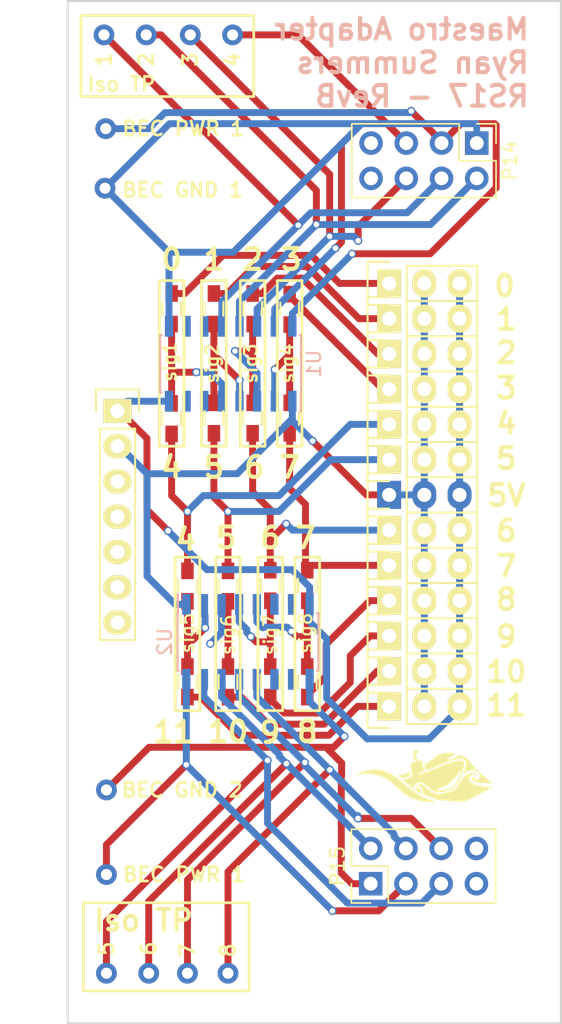
<source format=kicad_pcb>
(kicad_pcb (version 4) (host pcbnew 4.0.5-e0-6337~49~ubuntu16.04.1)

  (general
    (links 87)
    (no_connects 0)
    (area 149.911999 61.951799 185.622001 135.761801)
    (thickness 1.6)
    (drawings 97)
    (tracks 334)
    (zones 0)
    (modules 49)
    (nets 35)
  )

  (page A4)
  (layers
    (0 F.Cu signal)
    (31 B.Cu signal)
    (32 B.Adhes user)
    (33 F.Adhes user)
    (34 B.Paste user)
    (35 F.Paste user)
    (36 B.SilkS user)
    (37 F.SilkS user)
    (38 B.Mask user)
    (39 F.Mask user)
    (40 Dwgs.User user)
    (41 Cmts.User user)
    (42 Eco1.User user)
    (43 Eco2.User user)
    (44 Edge.Cuts user)
    (45 Margin user)
    (46 B.CrtYd user)
    (47 F.CrtYd user)
    (48 B.Fab user)
    (49 F.Fab user)
  )

  (setup
    (last_trace_width 0.5)
    (trace_clearance 0.3)
    (zone_clearance 0.508)
    (zone_45_only no)
    (trace_min 0.1524)
    (segment_width 0.2)
    (edge_width 0.15)
    (via_size 0.6)
    (via_drill 0.4)
    (via_min_size 0.4)
    (via_min_drill 0.3)
    (uvia_size 0.3)
    (uvia_drill 0.1)
    (uvias_allowed no)
    (uvia_min_size 0.2)
    (uvia_min_drill 0.1)
    (pcb_text_width 0.3)
    (pcb_text_size 1.5 1.5)
    (mod_edge_width 0.15)
    (mod_text_size 1 1)
    (mod_text_width 0.15)
    (pad_size 2.032 2.032)
    (pad_drill 1.016)
    (pad_to_mask_clearance 0)
    (aux_axis_origin 0 0)
    (visible_elements FFFEFF7F)
    (pcbplotparams
      (layerselection 0x00030_80000001)
      (usegerberextensions false)
      (excludeedgelayer true)
      (linewidth 0.100000)
      (plotframeref false)
      (viasonmask false)
      (mode 1)
      (useauxorigin false)
      (hpglpennumber 1)
      (hpglpenspeed 20)
      (hpglpendiameter 15)
      (hpglpenoverlay 2)
      (psnegative false)
      (psa4output false)
      (plotreference true)
      (plotvalue true)
      (plotinvisibletext false)
      (padsonsilk false)
      (subtractmaskfromsilk false)
      (outputformat 1)
      (mirror false)
      (drillshape 1)
      (scaleselection 1)
      (outputdirectory ""))
  )

  (net 0 "")
  (net 1 /sig4)
  (net 2 GND)
  (net 3 /sig2)
  (net 4 /sig1)
  (net 5 /sig3)
  (net 6 /sig8)
  (net 7 /sig6)
  (net 8 /sig5)
  (net 9 /sig7)
  (net 10 +5V)
  (net 11 /sig3_isolated)
  (net 12 /bec_esc_1)
  (net 13 /sig4_isolated)
  (net 14 /sig2_isolated)
  (net 15 /sig1_isolated)
  (net 16 /bec_gnd_1)
  (net 17 /sig7_isolated)
  (net 18 /bec_esc_2)
  (net 19 /sig8_isolated)
  (net 20 /sig6_isolated)
  (net 21 /sig5_isolated)
  (net 22 /bec_gnd_2)
  (net 23 /t1)
  (net 24 /t2)
  (net 25 /t3)
  (net 26 /t4)
  (net 27 /sig1_in)
  (net 28 /sig2_in)
  (net 29 /sig3_in)
  (net 30 /sig4_in)
  (net 31 /sig5_in)
  (net 32 /sig6_in)
  (net 33 /sig7_in)
  (net 34 /sig8_in)

  (net_class Default "This is the default net class."
    (clearance 0.3)
    (trace_width 0.5)
    (via_dia 0.6)
    (via_drill 0.4)
    (uvia_dia 0.3)
    (uvia_drill 0.1)
    (add_net +5V)
    (add_net /bec_esc_1)
    (add_net /bec_esc_2)
    (add_net /bec_gnd_1)
    (add_net /bec_gnd_2)
    (add_net /sig1)
    (add_net /sig1_in)
    (add_net /sig1_isolated)
    (add_net /sig2)
    (add_net /sig2_in)
    (add_net /sig2_isolated)
    (add_net /sig3)
    (add_net /sig3_in)
    (add_net /sig3_isolated)
    (add_net /sig4)
    (add_net /sig4_in)
    (add_net /sig4_isolated)
    (add_net /sig5)
    (add_net /sig5_in)
    (add_net /sig5_isolated)
    (add_net /sig6)
    (add_net /sig6_in)
    (add_net /sig6_isolated)
    (add_net /sig7)
    (add_net /sig7_in)
    (add_net /sig7_isolated)
    (add_net /sig8)
    (add_net /sig8_in)
    (add_net /sig8_isolated)
    (add_net /t1)
    (add_net /t2)
    (add_net /t3)
    (add_net /t4)
    (add_net GND)
  )

  (module Mounting_Holes:MountingHole_2.5mm (layer F.Cu) (tedit 58C1AE33) (tstamp 58C1AE0E)
    (at 153.162 111.5568)
    (descr "Mounting Hole 2.5mm, no annular")
    (tags "mounting hole 2.5mm no annular")
    (fp_text reference REF** (at 0 -3.5) (layer F.SilkS) hide
      (effects (font (size 1 1) (thickness 0.15)))
    )
    (fp_text value MountingHole_2.5mm (at 0 3.5) (layer F.Fab)
      (effects (font (size 1 1) (thickness 0.15)))
    )
    (fp_circle (center 0 0) (end 2.5 0) (layer Cmts.User) (width 0.15))
    (fp_circle (center 0 0) (end 2.75 0) (layer F.CrtYd) (width 0.05))
    (pad 1 np_thru_hole circle (at 0 0) (size 2.5 2.5) (drill 2.5) (layers *.Cu *.Mask))
  )

  (module robosub_footprints:robosub_logo-medium (layer F.Cu) (tedit 0) (tstamp 58B4F892)
    (at 175.8442 117.983)
    (fp_text reference G*** (at 0 0) (layer F.SilkS) hide
      (effects (font (thickness 0.3)))
    )
    (fp_text value LOGO (at 0.75 0) (layer F.SilkS) hide
      (effects (font (thickness 0.3)))
    )
    (fp_poly (pts (xy -3.630522 -0.586779) (xy -3.608205 -0.586576) (xy -3.588209 -0.586171) (xy -3.569697 -0.585523)
      (xy -3.551832 -0.584591) (xy -3.533775 -0.583331) (xy -3.514687 -0.581704) (xy -3.493732 -0.579665)
      (xy -3.476535 -0.577869) (xy -3.399362 -0.567949) (xy -3.321616 -0.554586) (xy -3.243241 -0.537754)
      (xy -3.164179 -0.517431) (xy -3.084373 -0.493592) (xy -3.003765 -0.466215) (xy -2.922298 -0.435276)
      (xy -2.839914 -0.400751) (xy -2.756557 -0.362617) (xy -2.672168 -0.32085) (xy -2.586691 -0.275426)
      (xy -2.500069 -0.226322) (xy -2.412243 -0.173515) (xy -2.323156 -0.11698) (xy -2.27 -0.08188)
      (xy -2.236933 -0.059573) (xy -2.204022 -0.037032) (xy -2.17108 -0.014115) (xy -2.137922 0.00932)
      (xy -2.104361 0.033416) (xy -2.07021 0.058315) (xy -2.035284 0.08416) (xy -1.999397 0.111093)
      (xy -1.962361 0.139256) (xy -1.923992 0.168792) (xy -1.884102 0.199844) (xy -1.842506 0.232554)
      (xy -1.799018 0.267064) (xy -1.75345 0.303516) (xy -1.705617 0.342054) (xy -1.655333 0.38282)
      (xy -1.602411 0.425955) (xy -1.55 0.468867) (xy -1.50476 0.505964) (xy -1.462416 0.540648)
      (xy -1.422788 0.573063) (xy -1.385697 0.603355) (xy -1.350962 0.631666) (xy -1.318405 0.658141)
      (xy -1.287844 0.682925) (xy -1.259101 0.706161) (xy -1.231995 0.727993) (xy -1.206346 0.748567)
      (xy -1.181975 0.768025) (xy -1.158702 0.786513) (xy -1.136346 0.804174) (xy -1.114729 0.821153)
      (xy -1.09367 0.837593) (xy -1.072989 0.85364) (xy -1.052506 0.869436) (xy -1.032042 0.885127)
      (xy -1.011417 0.900856) (xy -1.006 0.904974) (xy -0.942525 0.952574) (xy -0.878815 0.999118)
      (xy -0.81522 1.044372) (xy -0.752087 1.088104) (xy -0.689765 1.13008) (xy -0.628604 1.170065)
      (xy -0.56895 1.207826) (xy -0.511153 1.243129) (xy -0.455561 1.27574) (xy -0.44 1.284605)
      (xy -0.39336 1.310397) (xy -0.343515 1.336845) (xy -0.291139 1.363611) (xy -0.236903 1.39036)
      (xy -0.18148 1.416758) (xy -0.12554 1.442466) (xy -0.111863 1.448608) (xy -0.06872 1.467598)
      (xy -0.023471 1.486934) (xy 0.024049 1.50668) (xy 0.074003 1.526898) (xy 0.126557 1.547651)
      (xy 0.181876 1.569003) (xy 0.240124 1.591017) (xy 0.301465 1.613756) (xy 0.366064 1.637282)
      (xy 0.434087 1.661659) (xy 0.505697 1.686951) (xy 0.558 1.705216) (xy 0.575423 1.711275)
      (xy 0.591729 1.716947) (xy 0.60652 1.722094) (xy 0.619396 1.726576) (xy 0.629959 1.730255)
      (xy 0.637809 1.732992) (xy 0.642548 1.734648) (xy 0.643786 1.735084) (xy 0.645738 1.736478)
      (xy 0.645621 1.737045) (xy 0.643115 1.737714) (xy 0.637008 1.738556) (xy 0.627695 1.739543)
      (xy 0.615569 1.740647) (xy 0.601025 1.741842) (xy 0.584457 1.7431) (xy 0.566259 1.744393)
      (xy 0.546826 1.745695) (xy 0.526551 1.746977) (xy 0.50583 1.748213) (xy 0.485055 1.749375)
      (xy 0.464621 1.750437) (xy 0.444923 1.751369) (xy 0.43 1.752003) (xy 0.414569 1.752499)
      (xy 0.395784 1.752903) (xy 0.374291 1.753218) (xy 0.350733 1.753442) (xy 0.325755 1.753576)
      (xy 0.300004 1.753621) (xy 0.274123 1.753576) (xy 0.248758 1.753443) (xy 0.224553 1.753221)
      (xy 0.202153 1.752911) (xy 0.182204 1.752513) (xy 0.16535 1.752027) (xy 0.161 1.751864)
      (xy 0.04898 1.74565) (xy -0.062278 1.735982) (xy -0.172624 1.722901) (xy -0.281907 1.706448)
      (xy -0.389974 1.686664) (xy -0.496675 1.663588) (xy -0.601858 1.637262) (xy -0.705371 1.607725)
      (xy -0.807064 1.575018) (xy -0.906784 1.539182) (xy -1.00438 1.500257) (xy -1.099701 1.458284)
      (xy -1.192595 1.413302) (xy -1.28 1.366967) (xy -1.3263 1.340814) (xy -1.370797 1.314587)
      (xy -1.414098 1.287884) (xy -1.45681 1.260301) (xy -1.49954 1.231434) (xy -1.542896 1.200878)
      (xy -1.587484 1.168231) (xy -1.633912 1.133089) (xy -1.648 1.122224) (xy -1.672079 1.10347)
      (xy -1.695167 1.085244) (xy -1.717524 1.067315) (xy -1.73941 1.049454) (xy -1.761084 1.03143)
      (xy -1.782807 1.013014) (xy -1.804838 0.993976) (xy -1.827437 0.974086) (xy -1.850863 0.953114)
      (xy -1.875376 0.930831) (xy -1.901236 0.907005) (xy -1.928703 0.881408) (xy -1.958036 0.853809)
      (xy -1.989495 0.823979) (xy -2.02334 0.791687) (xy -2.046878 0.769138) (xy -2.081779 0.735689)
      (xy -2.11404 0.704844) (xy -2.143875 0.676409) (xy -2.171501 0.650188) (xy -2.197134 0.625986)
      (xy -2.220989 0.603608) (xy -2.243284 0.582859) (xy -2.264233 0.563543) (xy -2.284053 0.545466)
      (xy -2.30296 0.528433) (xy -2.321169 0.512247) (xy -2.338897 0.496715) (xy -2.35636 0.481641)
      (xy -2.373773 0.46683) (xy -2.391352 0.452086) (xy -2.409314 0.437215) (xy -2.427874 0.422021)
      (xy -2.447249 0.40631) (xy -2.458 0.397642) (xy -2.519738 0.348895) (xy -2.580006 0.303254)
      (xy -2.639346 0.260371) (xy -2.698303 0.219895) (xy -2.757417 0.181477) (xy -2.817231 0.144766)
      (xy -2.878289 0.109413) (xy -2.941133 0.075067) (xy -3.006306 0.04138) (xy -3.025 0.03204)
      (xy -3.12409 -0.014925) (xy -3.224543 -0.058215) (xy -3.326244 -0.097808) (xy -3.429077 -0.133681)
      (xy -3.532926 -0.165811) (xy -3.637675 -0.194176) (xy -3.743208 -0.218752) (xy -3.849409 -0.239517)
      (xy -3.956162 -0.256448) (xy -4.063351 -0.269522) (xy -4.170861 -0.278716) (xy -4.278575 -0.284007)
      (xy -4.386377 -0.285373) (xy -4.494152 -0.28279) (xy -4.593 -0.276921) (xy -4.678269 -0.269046)
      (xy -4.763874 -0.258481) (xy -4.848567 -0.2454) (xy -4.927057 -0.230796) (xy -4.943826 -0.227412)
      (xy -4.957086 -0.224769) (xy -4.967246 -0.222801) (xy -4.974714 -0.221442) (xy -4.9799 -0.220629)
      (xy -4.983212 -0.220295) (xy -4.98506 -0.220375) (xy -4.985852 -0.220804) (xy -4.986001 -0.221389)
      (xy -4.984334 -0.224424) (xy -4.979508 -0.229339) (xy -4.971778 -0.235937) (xy -4.961402 -0.244019)
      (xy -4.948639 -0.25339) (xy -4.933745 -0.26385) (xy -4.916978 -0.275203) (xy -4.90873 -0.280655)
      (xy -4.847411 -0.318643) (xy -4.78299 -0.354165) (xy -4.715532 -0.387196) (xy -4.645103 -0.417712)
      (xy -4.571769 -0.445689) (xy -4.495597 -0.471103) (xy -4.41665 -0.493929) (xy -4.334996 -0.514144)
      (xy -4.2507 -0.531722) (xy -4.205482 -0.539875) (xy -4.131874 -0.551455) (xy -4.055609 -0.561549)
      (xy -3.977677 -0.570074) (xy -3.899067 -0.576944) (xy -3.82077 -0.582074) (xy -3.743775 -0.585382)
      (xy -3.669073 -0.586781) (xy -3.656 -0.586823) (xy -3.630522 -0.586779)) (layer F.SilkS) (width 0.01))
    (fp_poly (pts (xy 3.41982 -0.350762) (xy 3.457689 -0.346062) (xy 3.494283 -0.338131) (xy 3.529168 -0.327047)
      (xy 3.561906 -0.312888) (xy 3.568 -0.309778) (xy 3.585426 -0.299815) (xy 3.602651 -0.288423)
      (xy 3.619136 -0.27607) (xy 3.634346 -0.263221) (xy 3.647743 -0.250344) (xy 3.65879 -0.237904)
      (xy 3.666949 -0.22637) (xy 3.669594 -0.221479) (xy 3.677917 -0.19952) (xy 3.6826 -0.176359)
      (xy 3.68362 -0.152506) (xy 3.680952 -0.128472) (xy 3.675174 -0.106512) (xy 3.67142 -0.096399)
      (xy 3.66726 -0.086679) (xy 3.663204 -0.078454) (xy 3.659759 -0.072826) (xy 3.659434 -0.072406)
      (xy 3.65705 -0.071159) (xy 3.655177 -0.07338) (xy 3.654139 -0.07854) (xy 3.65403 -0.081244)
      (xy 3.653304 -0.088085) (xy 3.651383 -0.097537) (xy 3.648573 -0.108505) (xy 3.645184 -0.119893)
      (xy 3.641524 -0.130606) (xy 3.6379 -0.139549) (xy 3.637228 -0.140983) (xy 3.626636 -0.158482)
      (xy 3.612585 -0.174542) (xy 3.595427 -0.188938) (xy 3.575514 -0.201444) (xy 3.553201 -0.211836)
      (xy 3.528837 -0.219887) (xy 3.506147 -0.224829) (xy 3.492764 -0.226472) (xy 3.47663 -0.227492)
      (xy 3.458942 -0.227888) (xy 3.440902 -0.227656) (xy 3.423708 -0.226793) (xy 3.40856 -0.225297)
      (xy 3.406881 -0.225067) (xy 3.393449 -0.222899) (xy 3.37803 -0.219988) (xy 3.361599 -0.216557)
      (xy 3.345129 -0.212825) (xy 3.329594 -0.209015) (xy 3.315965 -0.205348) (xy 3.305218 -0.202046)
      (xy 3.304325 -0.201739) (xy 3.273963 -0.189269) (xy 3.244576 -0.173469) (xy 3.216688 -0.154746)
      (xy 3.190826 -0.133512) (xy 3.167516 -0.110175) (xy 3.147282 -0.085144) (xy 3.139041 -0.073)
      (xy 3.123822 -0.04604) (xy 3.111455 -0.017563) (xy 3.102338 0.011433) (xy 3.0989 0.027)
      (xy 3.096942 0.042237) (xy 3.096087 0.06008) (xy 3.096291 0.079302) (xy 3.09751 0.098674)
      (xy 3.099699 0.11697) (xy 3.102685 0.132433) (xy 3.113337 0.167892) (xy 3.127877 0.202546)
      (xy 3.146262 0.236332) (xy 3.168449 0.269188) (xy 3.194396 0.30105) (xy 3.224061 0.331856)
      (xy 3.257399 0.361542) (xy 3.259 0.362862) (xy 3.278394 0.378392) (xy 3.296834 0.392192)
      (xy 3.31513 0.404774) (xy 3.334095 0.416651) (xy 3.35454 0.428334) (xy 3.377278 0.440337)
      (xy 3.399 0.451164) (xy 3.446508 0.473477) (xy 3.49476 0.494351) (xy 3.544032 0.513859)
      (xy 3.594597 0.532076) (xy 3.64673 0.549075) (xy 3.700705 0.564928) (xy 3.756797 0.579711)
      (xy 3.81528 0.593496) (xy 3.876429 0.606356) (xy 3.940518 0.618366) (xy 4.007822 0.629599)
      (xy 4.078615 0.640128) (xy 4.131 0.647197) (xy 4.159799 0.650919) (xy 4.185116 0.654144)
      (xy 4.207434 0.656907) (xy 4.227235 0.659244) (xy 4.245003 0.661188) (xy 4.26122 0.662776)
      (xy 4.276367 0.664041) (xy 4.290929 0.66502) (xy 4.305388 0.665745) (xy 4.320226 0.666254)
      (xy 4.335927 0.66658) (xy 4.352972 0.666758) (xy 4.371845 0.666823) (xy 4.393027 0.666811)
      (xy 4.402 0.666793) (xy 4.420312 0.666735) (xy 4.437066 0.666635) (xy 4.452657 0.666474)
      (xy 4.467483 0.666235) (xy 4.48194 0.665898) (xy 4.496424 0.665444) (xy 4.511332 0.664855)
      (xy 4.527062 0.664112) (xy 4.544008 0.663197) (xy 4.562569 0.66209) (xy 4.58314 0.660773)
      (xy 4.606119 0.659227) (xy 4.631901 0.657434) (xy 4.660885 0.655374) (xy 4.693 0.653063)
      (xy 4.712909 0.651633) (xy 4.732349 0.650252) (xy 4.750798 0.648956) (xy 4.767736 0.647781)
      (xy 4.782644 0.646762) (xy 4.795001 0.645936) (xy 4.804288 0.645339) (xy 4.809 0.645058)
      (xy 4.819216 0.64444) (xy 4.829089 0.64375) (xy 4.837244 0.643088) (xy 4.841 0.642717)
      (xy 4.846072 0.642302) (xy 4.848622 0.642549) (xy 4.84845 0.643579) (xy 4.845355 0.645516)
      (xy 4.839138 0.648481) (xy 4.829598 0.652598) (xy 4.816534 0.657988) (xy 4.815 0.658613)
      (xy 4.769085 0.678093) (xy 4.72165 0.699825) (xy 4.67246 0.723929) (xy 4.621282 0.750521)
      (xy 4.567883 0.779722) (xy 4.512031 0.811651) (xy 4.492 0.82341) (xy 4.481422 0.829704)
      (xy 4.467875 0.837836) (xy 4.451791 0.847543) (xy 4.433605 0.85856) (xy 4.413749 0.870624)
      (xy 4.392657 0.883471) (xy 4.370761 0.896836) (xy 4.348496 0.910456) (xy 4.326295 0.924067)
      (xy 4.30459 0.937405) (xy 4.283816 0.950205) (xy 4.282 0.951326) (xy 4.227654 0.984589)
      (xy 4.176303 1.015427) (xy 4.127815 1.04391) (xy 4.082058 1.070108) (xy 4.0389 1.094094)
      (xy 3.99821 1.115936) (xy 3.959856 1.135706) (xy 3.923707 1.153475) (xy 3.889631 1.169312)
      (xy 3.857496 1.183289) (xy 3.827171 1.195476) (xy 3.825845 1.195984) (xy 3.801573 1.205456)
      (xy 3.777184 1.215373) (xy 3.752424 1.225861) (xy 3.727042 1.237044) (xy 3.700786 1.249045)
      (xy 3.673404 1.261991) (xy 3.644643 1.276006) (xy 3.614253 1.291214) (xy 3.581981 1.30774)
      (xy 3.547575 1.325709) (xy 3.510783 1.345245) (xy 3.471353 1.366472) (xy 3.429034 1.389517)
      (xy 3.383573 1.414502) (xy 3.379 1.417026) (xy 3.333733 1.441876) (xy 3.29153 1.46473)
      (xy 3.252077 1.485744) (xy 3.215065 1.505071) (xy 3.180181 1.522865) (xy 3.147115 1.539279)
      (xy 3.115553 1.554467) (xy 3.085187 1.568582) (xy 3.055702 1.58178) (xy 3.02679 1.594212)
      (xy 2.998137 1.606033) (xy 2.987 1.610498) (xy 2.927175 1.632787) (xy 2.866312 1.652445)
      (xy 2.804046 1.669552) (xy 2.740015 1.684186) (xy 2.673856 1.696427) (xy 2.605206 1.706353)
      (xy 2.5337 1.714044) (xy 2.498 1.716984) (xy 2.487302 1.717693) (xy 2.473911 1.71844)
      (xy 2.458393 1.719205) (xy 2.441316 1.719969) (xy 2.423248 1.72071) (xy 2.404756 1.721411)
      (xy 2.386408 1.722049) (xy 2.368771 1.722606) (xy 2.352414 1.723062) (xy 2.337904 1.723396)
      (xy 2.325808 1.723589) (xy 2.316694 1.72362) (xy 2.312 1.723519) (xy 2.306857 1.723347)
      (xy 2.29866 1.723144) (xy 2.288353 1.722932) (xy 2.27688 1.72273) (xy 2.271 1.722639)
      (xy 2.24247 1.722006) (xy 2.210884 1.720923) (xy 2.176897 1.719436) (xy 2.141169 1.717588)
      (xy 2.104355 1.715425) (xy 2.067114 1.71299) (xy 2.030102 1.710328) (xy 1.993977 1.707484)
      (xy 1.959397 1.704502) (xy 1.927019 1.701428) (xy 1.8975 1.698304) (xy 1.878 1.696002)
      (xy 1.856482 1.693392) (xy 1.834617 1.69088) (xy 1.812141 1.688444) (xy 1.788789 1.686063)
      (xy 1.764297 1.683716) (xy 1.738402 1.681382) (xy 1.71084 1.679039) (xy 1.681347 1.676665)
      (xy 1.649659 1.67424) (xy 1.615512 1.671742) (xy 1.578642 1.66915) (xy 1.538785 1.666443)
      (xy 1.495677 1.663598) (xy 1.449054 1.660595) (xy 1.408 1.657999) (xy 1.355562 1.654656)
      (xy 1.306832 1.651441) (xy 1.261517 1.648326) (xy 1.219327 1.645287) (xy 1.179972 1.642296)
      (xy 1.143161 1.639329) (xy 1.108603 1.636358) (xy 1.076008 1.633359) (xy 1.045085 1.630305)
      (xy 1.015543 1.627171) (xy 0.987092 1.623929) (xy 0.959441 1.620555) (xy 0.932299 1.617022)
      (xy 0.905377 1.613304) (xy 0.901 1.61268) (xy 0.851 1.605525) (xy 0.726 1.563537)
      (xy 0.647821 1.537083) (xy 0.573298 1.511463) (xy 0.502195 1.486586) (xy 0.434277 1.462361)
      (xy 0.369308 1.438696) (xy 0.307051 1.415501) (xy 0.247272 1.392686) (xy 0.189734 1.370158)
      (xy 0.134202 1.347828) (xy 0.08044 1.325604) (xy 0.028213 1.303395) (xy -0.022717 1.281111)
      (xy -0.072583 1.25866) (xy -0.114 1.239522) (xy -0.128116 1.232861) (xy -0.143565 1.225463)
      (xy -0.159945 1.21753) (xy -0.176854 1.209262) (xy -0.193891 1.200861) (xy -0.210654 1.19253)
      (xy -0.226741 1.184469) (xy -0.24175 1.176881) (xy -0.255279 1.169966) (xy -0.266927 1.163927)
      (xy -0.276292 1.158964) (xy -0.282971 1.15528) (xy -0.286564 1.153077) (xy -0.286964 1.15275)
      (xy -0.289305 1.147827) (xy -0.289919 1.139838) (xy -0.288842 1.129309) (xy -0.286109 1.116765)
      (xy -0.284137 1.10992) (xy -0.281524 1.101355) (xy -0.27954 1.094276) (xy -0.278053 1.087829)
      (xy -0.27693 1.081161) (xy -0.276037 1.073419) (xy -0.275242 1.06375) (xy -0.274413 1.0513)
      (xy -0.274019 1.045) (xy -0.273282 1.004506) (xy -0.275988 0.964084) (xy -0.281998 0.924074)
      (xy -0.291178 0.884816) (xy -0.303392 0.846653) (xy -0.318501 0.809923) (xy -0.336371 0.774969)
      (xy -0.356865 0.742131) (xy -0.379847 0.711749) (xy -0.40518 0.684165) (xy -0.425956 0.665254)
      (xy -0.450404 0.646017) (xy -0.473715 0.63035) (xy -0.496196 0.618092) (xy -0.518151 0.609084)
      (xy -0.539888 0.603164) (xy -0.546761 0.601909) (xy -0.557298 0.600823) (xy -0.570567 0.600366)
      (xy -0.585354 0.600495) (xy -0.600447 0.601169) (xy -0.614634 0.602345) (xy -0.626702 0.603982)
      (xy -0.631 0.604831) (xy -0.655087 0.611433) (xy -0.680701 0.620595) (xy -0.706763 0.631844)
      (xy -0.73219 0.644709) (xy -0.755901 0.658717) (xy -0.759 0.660728) (xy -0.766766 0.665649)
      (xy -0.773237 0.669409) (xy -0.77775 0.671648) (xy -0.779641 0.672004) (xy -0.77965 0.671983)
      (xy -0.7791 0.669193) (xy -0.776882 0.663741) (xy -0.773387 0.656389) (xy -0.769009 0.647904)
      (xy -0.76414 0.63905) (xy -0.759172 0.630592) (xy -0.755156 0.62427) (xy -0.736211 0.599331)
      (xy -0.713931 0.576118) (xy -0.688679 0.554843) (xy -0.660821 0.535717) (xy -0.630723 0.518949)
      (xy -0.598749 0.504751) (xy -0.565265 0.493333) (xy -0.530636 0.484906) (xy -0.506848 0.481021)
      (xy -0.480649 0.478656) (xy -0.452343 0.477996) (xy -0.42331 0.478985) (xy -0.394927 0.481567)
      (xy -0.368572 0.485688) (xy -0.363 0.486834) (xy -0.329126 0.495809) (xy -0.29566 0.507854)
      (xy -0.263619 0.52255) (xy -0.23402 0.539472) (xy -0.230249 0.541916) (xy -0.213735 0.553233)
      (xy -0.194476 0.567245) (xy -0.172589 0.583855) (xy -0.148195 0.602967) (xy -0.121413 0.624485)
      (xy -0.092362 0.648312) (xy -0.061161 0.674352) (xy -0.027931 0.702508) (xy 0.007211 0.732684)
      (xy 0.026 0.748967) (xy 0.06213 0.780207) (xy 0.095678 0.808855) (xy 0.126909 0.835122)
      (xy 0.156094 0.85922) (xy 0.183498 0.881363) (xy 0.209391 0.901763) (xy 0.234041 0.920632)
      (xy 0.257714 0.938183) (xy 0.280679 0.954628) (xy 0.303205 0.970179) (xy 0.315 0.978094)
      (xy 0.35593 1.004182) (xy 0.396958 1.028164) (xy 0.437686 1.04985) (xy 0.477713 1.069048)
      (xy 0.516642 1.085569) (xy 0.554072 1.09922) (xy 0.589606 1.109812) (xy 0.59142 1.110283)
      (xy 0.657025 1.125295) (xy 0.724033 1.136939) (xy 0.792577 1.145224) (xy 0.862791 1.150158)
      (xy 0.934807 1.15175) (xy 1.008758 1.150007) (xy 1.084776 1.144939) (xy 1.107 1.142871)
      (xy 1.175599 1.134788) (xy 1.246693 1.12387) (xy 1.32001 1.110169) (xy 1.39528 1.093743)
      (xy 1.472235 1.074644) (xy 1.550602 1.05293) (xy 1.55487 1.051683) (xy 1.566495 1.048178)
      (xy 1.581384 1.043526) (xy 1.599024 1.037899) (xy 1.618905 1.031468) (xy 1.640511 1.024405)
      (xy 1.663333 1.016882) (xy 1.686856 1.009068) (xy 1.710568 1.001136) (xy 1.733958 0.993257)
      (xy 1.756511 0.985603) (xy 1.777717 0.978344) (xy 1.797062 0.971652) (xy 1.814034 0.965698)
      (xy 1.82812 0.960653) (xy 1.837 0.957375) (xy 1.87252 0.943646) (xy 1.905958 0.930027)
      (xy 1.937083 0.916633) (xy 1.965665 0.903574) (xy 1.991473 0.890962) (xy 2.014275 0.878909)
      (xy 2.033843 0.867527) (xy 2.049944 0.856928) (xy 2.06 0.849234) (xy 2.077324 0.834139)
      (xy 2.094498 0.817797) (xy 2.111706 0.799973) (xy 2.129133 0.780427) (xy 2.146963 0.758923)
      (xy 2.165381 0.735224) (xy 2.18457 0.709092) (xy 2.204716 0.680289) (xy 2.226002 0.648579)
      (xy 2.248613 0.613724) (xy 2.272734 0.575487) (xy 2.273038 0.575) (xy 2.282804 0.559364)
      (xy 2.293269 0.542676) (xy 2.303873 0.525824) (xy 2.314056 0.509694) (xy 2.323259 0.495176)
      (xy 2.330923 0.483156) (xy 2.331023 0.483) (xy 2.340625 0.467904) (xy 2.349703 0.453396)
      (xy 2.358563 0.438955) (xy 2.367513 0.424061) (xy 2.376856 0.408197) (xy 2.386901 0.390842)
      (xy 2.397952 0.371477) (xy 2.410316 0.349584) (xy 2.42298 0.327) (xy 2.442413 0.292373)
      (xy 2.460159 0.261008) (xy 2.476392 0.232622) (xy 2.491284 0.206935) (xy 2.505008 0.183667)
      (xy 2.517736 0.162535) (xy 2.529642 0.143259) (xy 2.540898 0.125559) (xy 2.551677 0.109152)
      (xy 2.56215 0.093759) (xy 2.572493 0.079097) (xy 2.582875 0.064887) (xy 2.589546 0.056)
      (xy 2.598567 0.044327) (xy 2.607074 0.0339) (xy 2.615655 0.024095) (xy 2.624903 0.014286)
      (xy 2.635405 0.003851) (xy 2.647753 -0.007834) (xy 2.662537 -0.021394) (xy 2.664 -0.022721)
      (xy 2.719428 -0.070787) (xy 2.775629 -0.115218) (xy 2.832532 -0.155979) (xy 2.890066 -0.193035)
      (xy 2.948161 -0.226352) (xy 3.006745 -0.255897) (xy 3.065747 -0.281635) (xy 3.125097 -0.303531)
      (xy 3.184723 -0.321551) (xy 3.244554 -0.335661) (xy 3.304519 -0.345827) (xy 3.342 -0.35016)
      (xy 3.381112 -0.352154) (xy 3.41982 -0.350762)) (layer F.SilkS) (width 0.01))
    (fp_poly (pts (xy -0.699796 -1.993873) (xy -0.673051 -1.989352) (xy -0.648017 -1.982175) (xy -0.625256 -1.972306)
      (xy -0.622 -1.970551) (xy -0.610464 -1.962912) (xy -0.598755 -1.952999) (xy -0.587832 -1.941793)
      (xy -0.578652 -1.930274) (xy -0.572217 -1.919521) (xy -0.565424 -1.901549) (xy -0.561452 -1.882698)
      (xy -0.560439 -1.864025) (xy -0.562519 -1.846587) (xy -0.562721 -1.845706) (xy -0.567859 -1.830794)
      (xy -0.575824 -1.818136) (xy -0.586804 -1.807574) (xy -0.600989 -1.79895) (xy -0.618567 -1.792106)
      (xy -0.631 -1.788748) (xy -0.641989 -1.786915) (xy -0.656007 -1.785706) (xy -0.672131 -1.785114)
      (xy -0.689441 -1.785133) (xy -0.707014 -1.785757) (xy -0.72393 -1.786978) (xy -0.739267 -1.788791)
      (xy -0.744 -1.789548) (xy -0.753038 -1.791082) (xy -0.760474 -1.792286) (xy -0.765519 -1.793036)
      (xy -0.767382 -1.793216) (xy -0.767352 -1.791022) (xy -0.76656 -1.78534) (xy -0.765093 -1.776591)
      (xy -0.763034 -1.765199) (xy -0.760468 -1.751583) (xy -0.757482 -1.736166) (xy -0.754159 -1.719369)
      (xy -0.750585 -1.701613) (xy -0.746844 -1.683322) (xy -0.743022 -1.664915) (xy -0.739204 -1.646815)
      (xy -0.735475 -1.629443) (xy -0.731919 -1.613222) (xy -0.728622 -1.598571) (xy -0.725669 -1.585914)
      (xy -0.725209 -1.584) (xy -0.713729 -1.539598) (xy -0.699942 -1.491983) (xy -0.683863 -1.441203)
      (xy -0.665507 -1.387301) (xy -0.646992 -1.336) (xy -0.640061 -1.317373) (xy -0.633097 -1.298864)
      (xy -0.626253 -1.280863) (xy -0.619682 -1.263764) (xy -0.613539 -1.247956) (xy -0.607975 -1.233831)
      (xy -0.603145 -1.221781) (xy -0.599202 -1.212196) (xy -0.596299 -1.205469) (xy -0.594589 -1.20199)
      (xy -0.594343 -1.201649) (xy -0.591942 -1.201441) (xy -0.586492 -1.201929) (xy -0.578865 -1.203015)
      (xy -0.572 -1.204206) (xy -0.541729 -1.209448) (xy -0.51222 -1.213799) (xy -0.483875 -1.217232)
      (xy -0.457098 -1.219719) (xy -0.432293 -1.221234) (xy -0.409864 -1.221749) (xy -0.390214 -1.221238)
      (xy -0.373746 -1.219673) (xy -0.365 -1.218092) (xy -0.353834 -1.214683) (xy -0.344133 -1.210061)
      (xy -0.336834 -1.204741) (xy -0.333643 -1.200856) (xy -0.332516 -1.197698) (xy -0.330685 -1.191056)
      (xy -0.328254 -1.181368) (xy -0.325326 -1.169069) (xy -0.322001 -1.154594) (xy -0.318384 -1.138378)
      (xy -0.314576 -1.120858) (xy -0.312263 -1.11) (xy -0.294978 -1.02982) (xy -0.277852 -0.953593)
      (xy -0.260872 -0.881276) (xy -0.244028 -0.812827) (xy -0.227306 -0.748202) (xy -0.210695 -0.687359)
      (xy -0.194183 -0.630254) (xy -0.177756 -0.576845) (xy -0.161403 -0.527088) (xy -0.145113 -0.480942)
      (xy -0.128872 -0.438361) (xy -0.112669 -0.399305) (xy -0.108523 -0.389864) (xy -0.097354 -0.364727)
      (xy 0.048823 -0.421117) (xy 0.104291 -0.442558) (xy 0.158848 -0.463736) (xy 0.212828 -0.484785)
      (xy 0.266565 -0.505839) (xy 0.320392 -0.527029) (xy 0.374645 -0.548491) (xy 0.429656 -0.570356)
      (xy 0.485761 -0.592759) (xy 0.543292 -0.615832) (xy 0.561092 -0.623) (xy 2.542 -0.623)
      (xy 2.543 -0.622) (xy 2.544 -0.623) (xy 2.543 -0.624) (xy 2.542 -0.623)
      (xy 0.561092 -0.623) (xy 0.602585 -0.639709) (xy 0.663972 -0.664523) (xy 0.727789 -0.690408)
      (xy 0.794368 -0.717497) (xy 0.864045 -0.745923) (xy 0.918 -0.76798) (xy 0.974509 -0.791075)
      (xy 1.027572 -0.812703) (xy 1.077424 -0.832957) (xy 1.124303 -0.851928) (xy 1.168446 -0.86971)
      (xy 1.21009 -0.886394) (xy 1.249471 -0.902071) (xy 1.286826 -0.916836) (xy 1.322393 -0.930778)
      (xy 1.356408 -0.943992) (xy 1.389108 -0.956567) (xy 1.420729 -0.968598) (xy 1.45151 -0.980176)
      (xy 1.481687 -0.991393) (xy 1.511496 -1.002341) (xy 1.541175 -1.013112) (xy 1.57096 -1.023798)
      (xy 1.601089 -1.034493) (xy 1.625 -1.042905) (xy 1.706046 -1.070745) (xy 1.783877 -1.0963)
      (xy 1.858552 -1.11958) (xy 1.930133 -1.140593) (xy 1.998681 -1.159349) (xy 2.064257 -1.175855)
      (xy 2.126923 -1.190121) (xy 2.186739 -1.202156) (xy 2.243767 -1.211968) (xy 2.298068 -1.219565)
      (xy 2.349703 -1.224958) (xy 2.398733 -1.228153) (xy 2.44522 -1.229161) (xy 2.489224 -1.227991)
      (xy 2.530807 -1.224649) (xy 2.57003 -1.219147) (xy 2.606954 -1.211491) (xy 2.64164 -1.201692)
      (xy 2.668 -1.192243) (xy 2.682932 -1.186078) (xy 2.69442 -1.180691) (xy 2.702884 -1.175841)
      (xy 2.708748 -1.171284) (xy 2.712432 -1.166776) (xy 2.712557 -1.166565) (xy 2.714605 -1.161796)
      (xy 2.717005 -1.154338) (xy 2.719377 -1.145432) (xy 2.720489 -1.140565) (xy 2.721814 -1.133935)
      (xy 2.722833 -1.127508) (xy 2.723583 -1.120621) (xy 2.724104 -1.112614) (xy 2.724434 -1.102825)
      (xy 2.724613 -1.090591) (xy 2.724678 -1.075253) (xy 2.724681 -1.069) (xy 2.723759 -1.027457)
      (xy 2.721007 -0.98243) (xy 2.716433 -0.933989) (xy 2.710047 -0.882204) (xy 2.701857 -0.827143)
      (xy 2.691873 -0.768876) (xy 2.680104 -0.707471) (xy 2.67311 -0.673512) (xy 2.651244 -0.576584)
      (xy 2.62658 -0.479937) (xy 2.599244 -0.383902) (xy 2.569364 -0.28881) (xy 2.537064 -0.194993)
      (xy 2.502472 -0.102781) (xy 2.465712 -0.012507) (xy 2.426912 0.075499) (xy 2.386198 0.160906)
      (xy 2.343695 0.243381) (xy 2.299531 0.322595) (xy 2.283398 0.35) (xy 2.248041 0.407251)
      (xy 2.211136 0.463279) (xy 2.172968 0.517722) (xy 2.133819 0.570215) (xy 2.093974 0.620397)
      (xy 2.053716 0.667904) (xy 2.01333 0.712374) (xy 1.9731 0.753443) (xy 1.951897 0.773745)
      (xy 1.941419 0.783495) (xy 1.932673 0.791393) (xy 1.925013 0.797838) (xy 1.917791 0.803229)
      (xy 1.910357 0.807966) (xy 1.902065 0.812449) (xy 1.892267 0.817075) (xy 1.880314 0.822245)
      (xy 1.865559 0.828358) (xy 1.858767 0.83114) (xy 1.845125 0.836569) (xy 1.828203 0.843051)
      (xy 1.808529 0.850401) (xy 1.786628 0.858433) (xy 1.763023 0.866965) (xy 1.738243 0.87581)
      (xy 1.71281 0.884783) (xy 1.687252 0.893701) (xy 1.662092 0.902378) (xy 1.637858 0.910629)
      (xy 1.615073 0.91827) (xy 1.594263 0.925116) (xy 1.575955 0.930982) (xy 1.567 0.933767)
      (xy 1.47964 0.959169) (xy 1.394345 0.981154) (xy 1.3111 0.999721) (xy 1.229894 1.014873)
      (xy 1.150713 1.026611) (xy 1.073545 1.034934) (xy 0.998377 1.039846) (xy 0.925197 1.041346)
      (xy 0.853992 1.039436) (xy 0.784749 1.034117) (xy 0.717457 1.02539) (xy 0.655959 1.014078)
      (xy 0.620047 1.005045) (xy 0.582321 0.992794) (xy 0.543119 0.977479) (xy 0.50278 0.959254)
      (xy 0.461642 0.938272) (xy 0.420044 0.914688) (xy 0.397288 0.900487) (xy 0.68147 0.900487)
      (xy 0.684501 0.902024) (xy 0.690677 0.903845) (xy 0.699582 0.905878) (xy 0.710799 0.908051)
      (xy 0.723912 0.910294) (xy 0.738505 0.912535) (xy 0.754162 0.914703) (xy 0.770466 0.916726)
      (xy 0.787002 0.918534) (xy 0.803 0.920025) (xy 0.816729 0.921186) (xy 0.829637 0.922283)
      (xy 0.841015 0.923255) (xy 0.850153 0.924041) (xy 0.856341 0.924581) (xy 0.858 0.924729)
      (xy 0.861905 0.924891) (xy 0.869339 0.925013) (xy 0.879832 0.925094) (xy 0.892913 0.925133)
      (xy 0.908111 0.925129) (xy 0.924954 0.925081) (xy 0.942974 0.924989) (xy 0.952 0.924927)
      (xy 0.975902 0.924709) (xy 0.996382 0.924421) (xy 1.014018 0.924041) (xy 1.029388 0.923547)
      (xy 1.043069 0.922918) (xy 1.05564 0.922133) (xy 1.067679 0.921169) (xy 1.07711 0.920277)
      (xy 1.12786 0.914568) (xy 1.178339 0.90762) (xy 1.228942 0.899342) (xy 1.280062 0.88964)
      (xy 1.332094 0.878425) (xy 1.385433 0.865604) (xy 1.440473 0.851087) (xy 1.497609 0.83478)
      (xy 1.557234 0.816593) (xy 1.619743 0.796435) (xy 1.641 0.789358) (xy 1.673005 0.778574)
      (xy 1.70138 0.768901) (xy 1.726312 0.760269) (xy 1.747993 0.752608) (xy 1.766612 0.745849)
      (xy 1.78236 0.739921) (xy 1.795426 0.734754) (xy 1.806 0.730278) (xy 1.814272 0.726424)
      (xy 1.819751 0.723518) (xy 1.847516 0.706047) (xy 1.875098 0.685606) (xy 1.902682 0.662022)
      (xy 1.93045 0.635124) (xy 1.958586 0.604739) (xy 1.987273 0.570695) (xy 2.001296 0.553)
      (xy 2.01145 0.539786) (xy 2.023157 0.524281) (xy 2.036013 0.507041) (xy 2.049614 0.488621)
      (xy 2.063556 0.469577) (xy 2.077434 0.450466) (xy 2.090845 0.431844) (xy 2.103385 0.414265)
      (xy 2.114649 0.398287) (xy 2.124234 0.384466) (xy 2.130719 0.374889) (xy 2.180517 0.296828)
      (xy 2.228085 0.215526) (xy 2.273374 0.131096) (xy 2.316333 0.043652) (xy 2.356913 -0.046694)
      (xy 2.395063 -0.139829) (xy 2.430735 -0.235639) (xy 2.463878 -0.334013) (xy 2.494442 -0.434836)
      (xy 2.505983 -0.476) (xy 2.509505 -0.48904) (xy 2.513321 -0.503479) (xy 2.517311 -0.518836)
      (xy 2.521357 -0.534633) (xy 2.525338 -0.550389) (xy 2.529138 -0.565623) (xy 2.532636 -0.579858)
      (xy 2.535714 -0.592611) (xy 2.538253 -0.603404) (xy 2.540134 -0.611756) (xy 2.541238 -0.617187)
      (xy 2.541453 -0.619214) (xy 2.54017 -0.617855) (xy 2.537009 -0.613607) (xy 2.532286 -0.606922)
      (xy 2.526319 -0.598254) (xy 2.519426 -0.588057) (xy 2.515055 -0.58151) (xy 2.453674 -0.49074)
      (xy 2.392038 -0.402746) (xy 2.330243 -0.317645) (xy 2.268383 -0.235555) (xy 2.206554 -0.156594)
      (xy 2.144853 -0.080878) (xy 2.083373 -0.008525) (xy 2.022212 0.060348) (xy 1.961464 0.125622)
      (xy 1.901226 0.18718) (xy 1.847 0.239807) (xy 1.804116 0.279794) (xy 1.763083 0.316872)
      (xy 1.723451 0.351404) (xy 1.684771 0.383753) (xy 1.646593 0.414284) (xy 1.608469 0.443359)
      (xy 1.56995 0.471343) (xy 1.530587 0.498599) (xy 1.512 0.511041) (xy 1.490485 0.525117)
      (xy 1.469437 0.538498) (xy 1.448421 0.551427) (xy 1.427 0.564149) (xy 1.404739 0.576908)
      (xy 1.381201 0.589946) (xy 1.355949 0.603508) (xy 1.328549 0.617837) (xy 1.298564 0.633178)
      (xy 1.265558 0.649773) (xy 1.249 0.658014) (xy 1.192826 0.685459) (xy 1.136427 0.712116)
      (xy 1.079302 0.738204) (xy 1.020947 0.763938) (xy 0.960861 0.789534) (xy 0.898542 0.815209)
      (xy 0.833487 0.841178) (xy 0.765195 0.867659) (xy 0.74 0.877253) (xy 0.725908 0.882596)
      (xy 0.712948 0.887515) (xy 0.701615 0.891821) (xy 0.692404 0.895325) (xy 0.685812 0.897838)
      (xy 0.682334 0.899173) (xy 0.682 0.899304) (xy 0.68147 0.900487) (xy 0.397288 0.900487)
      (xy 0.378326 0.888654) (xy 0.376 0.887132) (xy 0.357943 0.875113) (xy 0.340145 0.862898)
      (xy 0.322322 0.850265) (xy 0.304191 0.836988) (xy 0.285469 0.822845) (xy 0.265873 0.807612)
      (xy 0.245121 0.791065) (xy 0.222928 0.77298) (xy 0.199011 0.753134) (xy 0.173089 0.731302)
      (xy 0.144878 0.707262) (xy 0.114095 0.68079) (xy 0.105 0.672932) (xy 0.081905 0.653003)
      (xy 0.058964 0.633288) (xy 0.036488 0.614053) (xy 0.01479 0.59556) (xy -0.005817 0.578075)
      (xy -0.025021 0.561863) (xy -0.04251 0.547186) (xy -0.057971 0.53431) (xy -0.071091 0.5235)
      (xy -0.081558 0.515019) (xy -0.082852 0.513986) (xy -0.12121 0.484688) (xy -0.158225 0.458968)
      (xy -0.194105 0.436716) (xy -0.229058 0.417823) (xy -0.263291 0.402178) (xy -0.297012 0.389672)
      (xy -0.330427 0.380196) (xy -0.34 0.378018) (xy -0.359745 0.374508) (xy -0.382392 0.371725)
      (xy -0.406901 0.369714) (xy -0.432235 0.368518) (xy -0.457354 0.36818) (xy -0.48122 0.368744)
      (xy -0.502792 0.370254) (xy -0.508986 0.370937) (xy -0.551355 0.377637) (xy -0.591555 0.387238)
      (xy -0.630403 0.399978) (xy -0.668719 0.416097) (xy -0.677248 0.420165) (xy -0.710355 0.437777)
      (xy -0.74049 0.45706) (xy -0.768539 0.478647) (xy -0.795394 0.503169) (xy -0.799044 0.506808)
      (xy -0.825052 0.535607) (xy -0.847731 0.56621) (xy -0.866967 0.598386) (xy -0.882647 0.631903)
      (xy -0.894656 0.666529) (xy -0.90288 0.702035) (xy -0.905988 0.724009) (xy -0.906978 0.742753)
      (xy -0.906049 0.761304) (xy -0.903343 0.778824) (xy -0.899003 0.794473) (xy -0.893172 0.807413)
      (xy -0.89132 0.810393) (xy -0.884375 0.818001) (xy -0.874797 0.824812) (xy -0.863951 0.829968)
      (xy -0.856814 0.832038) (xy -0.843023 0.833355) (xy -0.828406 0.831658) (xy -0.812732 0.826858)
      (xy -0.795772 0.818862) (xy -0.777297 0.80758) (xy -0.757078 0.792922) (xy -0.756 0.792086)
      (xy -0.746173 0.784736) (xy -0.734179 0.776232) (xy -0.720877 0.767138) (xy -0.707122 0.75802)
      (xy -0.693772 0.749445) (xy -0.681684 0.741977) (xy -0.671715 0.736184) (xy -0.669509 0.734987)
      (xy -0.644319 0.723168) (xy -0.620328 0.71516) (xy -0.597515 0.71096) (xy -0.57586 0.71057)
      (xy -0.555344 0.713988) (xy -0.535944 0.721215) (xy -0.517642 0.73225) (xy -0.516397 0.733169)
      (xy -0.490141 0.755232) (xy -0.466499 0.7801) (xy -0.445586 0.807452) (xy -0.427515 0.836971)
      (xy -0.412403 0.868338) (xy -0.400362 0.901234) (xy -0.391508 0.93534) (xy -0.385955 0.970338)
      (xy -0.383817 1.005908) (xy -0.385209 1.041732) (xy -0.390245 1.077491) (xy -0.391149 1.082)
      (xy -0.393333 1.091358) (xy -0.396193 1.101919) (xy -0.399503 1.113017) (xy -0.403036 1.123987)
      (xy -0.406563 1.134165) (xy -0.409859 1.142884) (xy -0.412696 1.149479) (xy -0.414847 1.153287)
      (xy -0.415725 1.153956) (xy -0.417755 1.152946) (xy -0.422635 1.150163) (xy -0.429812 1.145934)
      (xy -0.438732 1.140584) (xy -0.448841 1.134441) (xy -0.449 1.134343) (xy -0.46887 1.122086)
      (xy -0.491236 1.108104) (xy -0.515283 1.092918) (xy -0.540197 1.077049) (xy -0.565163 1.061018)
      (xy -0.589367 1.045346) (xy -0.611994 1.030554) (xy -0.632 1.017316) (xy -0.662822 0.996635)
      (xy -0.693338 0.97589) (xy -0.723719 0.954949) (xy -0.754135 0.933682) (xy -0.784754 0.91196)
      (xy -0.815748 0.889652) (xy -0.847287 0.866627) (xy -0.879539 0.842757) (xy -0.912676 0.81791)
      (xy -0.946866 0.791956) (xy -0.982281 0.764765) (xy -1.019089 0.736207) (xy -1.057461 0.706152)
      (xy -1.097567 0.67447) (xy -1.139577 0.64103) (xy -1.18366 0.605702) (xy -1.229987 0.568356)
      (xy -1.278727 0.528863) (xy -1.330051 0.487091) (xy -1.384128 0.44291) (xy -1.418 0.415163)
      (xy -1.440795 0.396485) (xy -1.464385 0.377177) (xy -1.488352 0.357579) (xy -1.512278 0.338031)
      (xy -1.535746 0.318875) (xy -1.558339 0.300452) (xy -1.579638 0.283101) (xy -1.599227 0.267163)
      (xy -1.616687 0.25298) (xy -1.631601 0.240892) (xy -1.635568 0.237683) (xy -1.650874 0.225272)
      (xy -1.665177 0.213601) (xy -1.678188 0.202913) (xy -1.689612 0.193453) (xy -1.699159 0.185462)
      (xy -1.706537 0.179184) (xy -1.711453 0.174863) (xy -1.713616 0.172742) (xy -1.713692 0.172583)
      (xy -1.711721 0.171722) (xy -1.706324 0.169994) (xy -1.697948 0.167527) (xy -1.687041 0.164447)
      (xy -1.674052 0.16088) (xy -1.659427 0.156955) (xy -1.647124 0.153713) (xy -1.585625 0.137326)
      (xy -1.522046 0.119767) (xy -1.456106 0.100956) (xy -1.387521 0.080809) (xy -1.316007 0.059244)
      (xy -1.241284 0.036178) (xy -1.197631 0.02248) (xy -1.104262 -0.006982) (xy -1.09192 -0.038991)
      (xy -1.08466 -0.058274) (xy -1.077693 -0.077645) (xy -1.07123 -0.096458) (xy -1.068457 -0.104956)
      (xy -0.808437 -0.104956) (xy -0.80792 -0.1045) (xy -0.804726 -0.104979) (xy -0.804 -0.105115)
      (xy -0.800008 -0.106127) (xy -0.792908 -0.108185) (xy -0.783393 -0.111078) (xy -0.772152 -0.114595)
      (xy -0.759876 -0.118527) (xy -0.757 -0.11946) (xy -0.735821 -0.126446) (xy -0.712305 -0.13437)
      (xy -0.686729 -0.14313) (xy -0.659372 -0.152622) (xy -0.63051 -0.162744) (xy -0.60042 -0.173395)
      (xy -0.569381 -0.184472) (xy -0.537669 -0.195873) (xy -0.505562 -0.207494) (xy -0.473337 -0.219235)
      (xy -0.441271 -0.230992) (xy -0.409641 -0.242663) (xy -0.378726 -0.254146) (xy -0.348801 -0.265339)
      (xy -0.320146 -0.276138) (xy -0.293035 -0.286443) (xy -0.267749 -0.29615) (xy -0.244562 -0.305157)
      (xy -0.223753 -0.313362) (xy -0.205599 -0.320663) (xy -0.190378 -0.326956) (xy -0.178366 -0.33214)
      (xy -0.169842 -0.336113) (xy -0.169551 -0.336259) (xy -0.164783 -0.338661) (xy -0.161517 -0.340754)
      (xy -0.159677 -0.34322) (xy -0.159181 -0.346741) (xy -0.159952 -0.352001) (xy -0.161911 -0.359682)
      (xy -0.164978 -0.370465) (xy -0.165417 -0.372) (xy -0.171136 -0.390542) (xy -0.177822 -0.409698)
      (xy -0.185269 -0.429057) (xy -0.193272 -0.448208) (xy -0.201624 -0.466739) (xy -0.210121 -0.484238)
      (xy -0.218556 -0.500292) (xy -0.226725 -0.514491) (xy -0.234421 -0.526422) (xy -0.241438 -0.535674)
      (xy -0.247572 -0.541834) (xy -0.251368 -0.54414) (xy -0.257406 -0.544422) (xy -0.263741 -0.541122)
      (xy -0.270011 -0.534603) (xy -0.275857 -0.52523) (xy -0.28044 -0.51471) (xy -0.281741 -0.510823)
      (xy -0.282782 -0.506709) (xy -0.283609 -0.501821) (xy -0.284268 -0.495618) (xy -0.284807 -0.487554)
      (xy -0.285271 -0.477087) (xy -0.285707 -0.463671) (xy -0.28613 -0.448) (xy -0.286661 -0.429271)
      (xy -0.287261 -0.414013) (xy -0.288024 -0.401699) (xy -0.289044 -0.3918) (xy -0.290415 -0.383787)
      (xy -0.292231 -0.377134) (xy -0.294585 -0.371311) (xy -0.297573 -0.36579) (xy -0.301286 -0.360043)
      (xy -0.301943 -0.359084) (xy -0.304857 -0.355215) (xy -0.308317 -0.351473) (xy -0.31266 -0.347653)
      (xy -0.318218 -0.343552) (xy -0.325326 -0.338967) (xy -0.334319 -0.333694) (xy -0.34553 -0.327531)
      (xy -0.359295 -0.320273) (xy -0.375947 -0.311718) (xy -0.395822 -0.301663) (xy -0.399 -0.300063)
      (xy -0.410925 -0.294067) (xy -0.421728 -0.288644) (xy -0.431692 -0.28366) (xy -0.441102 -0.27898)
      (xy -0.450242 -0.27447) (xy -0.459394 -0.269996) (xy -0.468842 -0.265422) (xy -0.478872 -0.260616)
      (xy -0.489765 -0.255443) (xy -0.501806 -0.249767) (xy -0.515278 -0.243456) (xy -0.530466 -0.236374)
      (xy -0.547652 -0.228388) (xy -0.567121 -0.219362) (xy -0.589157 -0.209163) (xy -0.614043 -0.197656)
      (xy -0.642062 -0.184707) (xy -0.665404 -0.173921) (xy -0.686654 -0.164083) (xy -0.707067 -0.154591)
      (xy -0.726315 -0.145602) (xy -0.744071 -0.137271) (xy -0.760005 -0.129752) (xy -0.773789 -0.123202)
      (xy -0.785095 -0.117775) (xy -0.793595 -0.113626) (xy -0.79896 -0.110911) (xy -0.800404 -0.110116)
      (xy -0.806018 -0.106708) (xy -0.808437 -0.104956) (xy -1.068457 -0.104956) (xy -1.065481 -0.114071)
      (xy -1.060657 -0.12984) (xy -1.05697 -0.14312) (xy -1.054843 -0.152185) (xy -1.052995 -0.16357)
      (xy -1.052262 -0.174866) (xy -1.052537 -0.18794) (xy -1.052647 -0.189979) (xy -1.053259 -0.198149)
      (xy -1.054359 -0.209998) (xy -1.055915 -0.225241) (xy -1.057894 -0.243592) (xy -1.060265 -0.264766)
      (xy -1.062993 -0.288475) (xy -1.066047 -0.314435) (xy -1.069395 -0.342359) (xy -1.073003 -0.371961)
      (xy -1.07684 -0.402955) (xy -1.07697 -0.404) (xy -1.084512 -0.465899) (xy -1.091212 -0.524001)
      (xy -1.097081 -0.578419) (xy -1.102128 -0.629266) (xy -1.10636 -0.676654) (xy -1.109788 -0.720697)
      (xy -1.11242 -0.761505) (xy -1.114265 -0.799193) (xy -1.115332 -0.833872) (xy -1.115629 -0.865655)
      (xy -1.115321 -0.889) (xy -1.114404 -0.91603) (xy -1.11303 -0.93946) (xy -1.111142 -0.95967)
      (xy -1.108686 -0.977041) (xy -1.105604 -0.991952) (xy -1.101842 -1.004783) (xy -1.097344 -1.015914)
      (xy -1.096419 -1.017832) (xy -1.091777 -1.025477) (xy -1.085436 -1.032728) (xy -1.076972 -1.039904)
      (xy -1.065957 -1.047325) (xy -1.051968 -1.05531) (xy -1.035 -1.063973) (xy -1.0192 -1.071533)
      (xy -1.003385 -1.078683) (xy -0.986971 -1.085651) (xy -0.96937 -1.092668) (xy -0.949999 -1.099963)
      (xy -0.92827 -1.107767) (xy -0.903599 -1.116308) (xy -0.888687 -1.121362) (xy -0.832374 -1.140329)
      (xy -0.834187 -1.146651) (xy -0.835691 -1.153505) (xy -0.835221 -1.158674) (xy -0.832373 -1.16372)
      (xy -0.828637 -1.16814) (xy -0.823323 -1.17336) (xy -0.817369 -1.17769) (xy -0.810229 -1.181313)
      (xy -0.801358 -1.184416) (xy -0.790211 -1.187185) (xy -0.776244 -1.189805) (xy -0.75891 -1.192461)
      (xy -0.756 -1.192872) (xy -0.75004 -1.193685) (xy -0.743846 -1.194479) (xy -0.73698 -1.1953)
      (xy -0.729006 -1.196192) (xy -0.719486 -1.197202) (xy -0.707983 -1.198376) (xy -0.69406 -1.199759)
      (xy -0.67728 -1.201397) (xy -0.657205 -1.203336) (xy -0.644022 -1.204603) (xy -0.632936 -1.205758)
      (xy -0.625304 -1.206928) (xy -0.62059 -1.208413) (xy -0.618257 -1.210512) (xy -0.61777 -1.213524)
      (xy -0.618592 -1.217748) (xy -0.618838 -1.218659) (xy -0.619963 -1.222467) (xy -0.621319 -1.2253)
      (xy -0.623443 -1.227268) (xy -0.626874 -1.228481) (xy -0.632149 -1.229049) (xy -0.639805 -1.229081)
      (xy -0.650381 -1.228689) (xy -0.664412 -1.227981) (xy -0.68536 -1.227219) (xy -0.705534 -1.22711)
      (xy -0.724315 -1.227624) (xy -0.741083 -1.228731) (xy -0.755218 -1.2304) (xy -0.766099 -1.232602)
      (xy -0.767447 -1.232987) (xy -0.774765 -1.235816) (xy -0.779919 -1.239764) (xy -0.783686 -1.244562)
      (xy -0.789123 -1.253391) (xy -0.795806 -1.265821) (xy -0.80365 -1.281683) (xy -0.812571 -1.300805)
      (xy -0.822134 -1.322218) (xy -0.830883 -1.341937) (xy -0.8383 -1.358121) (xy -0.844495 -1.370967)
      (xy -0.849578 -1.380671) (xy -0.853659 -1.38743) (xy -0.856849 -1.391439) (xy -0.859256 -1.392896)
      (xy -0.860993 -1.391997) (xy -0.861138 -1.391778) (xy -0.862181 -1.388492) (xy -0.862424 -1.383084)
      (xy -0.861827 -1.375294) (xy -0.860349 -1.364863) (xy -0.857949 -1.351529) (xy -0.854587 -1.335033)
      (xy -0.850221 -1.315115) (xy -0.846778 -1.3) (xy -0.842233 -1.2801) (xy -0.838596 -1.263665)
      (xy -0.835819 -1.25028) (xy -0.833849 -1.239526) (xy -0.832636 -1.230988) (xy -0.832127 -1.224249)
      (xy -0.832273 -1.21889) (xy -0.833021 -1.214497) (xy -0.834322 -1.210652) (xy -0.835504 -1.20812)
      (xy -0.838403 -1.203103) (xy -0.840989 -1.200442) (xy -0.843417 -1.200375) (xy -0.845842 -1.203137)
      (xy -0.848421 -1.208967) (xy -0.851309 -1.218101) (xy -0.854661 -1.230776) (xy -0.857197 -1.241166)
      (xy -0.873268 -1.310387) (xy -0.887881 -1.377421) (xy -0.900995 -1.442055) (xy -0.912572 -1.504075)
      (xy -0.922574 -1.563268) (xy -0.930962 -1.619419) (xy -0.937697 -1.672315) (xy -0.941282 -1.706)
      (xy -0.942436 -1.720306) (xy -0.943364 -1.736739) (xy -0.944061 -1.754601) (xy -0.944522 -1.77319)
      (xy -0.944742 -1.791806) (xy -0.944717 -1.80975) (xy -0.94444 -1.82632) (xy -0.943908 -1.840816)
      (xy -0.943116 -1.852539) (xy -0.942361 -1.859) (xy -0.939311 -1.876116) (xy -0.819808 -1.876116)
      (xy -0.818915 -1.864565) (xy -0.817165 -1.855802) (xy -0.814658 -1.848745) (xy -0.811336 -1.840972)
      (xy -0.80772 -1.833536) (xy -0.804331 -1.827495) (xy -0.80169 -1.823903) (xy -0.801238 -1.823531)
      (xy -0.795708 -1.822021) (xy -0.790124 -1.823691) (xy -0.787012 -1.826702) (xy -0.785528 -1.829447)
      (xy -0.785247 -1.83223) (xy -0.786349 -1.836139) (xy -0.789017 -1.842262) (xy -0.789955 -1.844276)
      (xy -0.796661 -1.862613) (xy -0.799197 -1.879175) (xy -0.720061 -1.879175) (xy -0.717313 -1.871617)
      (xy -0.710987 -1.864594) (xy -0.70107 -1.858599) (xy -0.696885 -1.856885) (xy -0.686791 -1.854671)
      (xy -0.674845 -1.854317) (xy -0.662672 -1.855715) (xy -0.651903 -1.858755) (xy -0.648946 -1.860095)
      (xy -0.640718 -1.865694) (xy -0.635042 -1.87243) (xy -0.632417 -1.879556) (xy -0.63266 -1.884355)
      (xy -0.636583 -1.8922) (xy -0.643648 -1.898681) (xy -0.653162 -1.903573) (xy -0.664433 -1.906647)
      (xy -0.676766 -1.907676) (xy -0.689469 -1.906435) (xy -0.695543 -1.904951) (xy -0.706971 -1.900158)
      (xy -0.714876 -1.893937) (xy -0.719244 -1.886779) (xy -0.720061 -1.879175) (xy -0.799197 -1.879175)
      (xy -0.799396 -1.880474) (xy -0.798161 -1.897854) (xy -0.792957 -1.914751) (xy -0.783784 -1.93116)
      (xy -0.770644 -1.947079) (xy -0.7624 -1.955022) (xy -0.75555 -1.962322) (xy -0.752087 -1.968729)
      (xy -0.752087 -1.973976) (xy -0.755625 -1.977796) (xy -0.755869 -1.97793) (xy -0.760092 -1.979605)
      (xy -0.76406 -1.979398) (xy -0.768814 -1.977001) (xy -0.775308 -1.972173) (xy -0.789038 -1.959038)
      (xy -0.801154 -1.943133) (xy -0.810895 -1.9256) (xy -0.816777 -1.910137) (xy -0.818728 -1.900424)
      (xy -0.819741 -1.888576) (xy -0.819808 -1.876116) (xy -0.939311 -1.876116) (xy -0.938748 -1.87927)
      (xy -0.934428 -1.896192) (xy -0.929034 -1.910405) (xy -0.9222 -1.922546) (xy -0.913557 -1.933254)
      (xy -0.90274 -1.943168) (xy -0.88938 -1.952924) (xy -0.887679 -1.954055) (xy -0.864703 -1.967156)
      (xy -0.839502 -1.977843) (xy -0.812637 -1.986084) (xy -0.784672 -1.991842) (xy -0.756169 -1.995083)
      (xy -0.727689 -1.995771) (xy -0.699796 -1.993873)) (layer F.SilkS) (width 0.01))
    (fp_poly (pts (xy 1.69516 -1.795462) (xy 1.725978 -1.794578) (xy 1.754852 -1.793021) (xy 1.782456 -1.790745)
      (xy 1.809461 -1.787706) (xy 1.836542 -1.783861) (xy 1.861 -1.779768) (xy 1.891451 -1.773977)
      (xy 1.918424 -1.76803) (xy 1.942443 -1.761779) (xy 1.96403 -1.755076) (xy 1.983708 -1.747773)
      (xy 2.00126 -1.740074) (xy 2.019934 -1.730476) (xy 2.035844 -1.720525) (xy 2.050198 -1.709404)
      (xy 2.060249 -1.700212) (xy 2.066649 -1.693853) (xy 2.070569 -1.689415) (xy 2.072502 -1.686142)
      (xy 2.072942 -1.683281) (xy 2.072651 -1.68124) (xy 2.069423 -1.674421) (xy 2.062588 -1.666789)
      (xy 2.052402 -1.658571) (xy 2.03912 -1.649995) (xy 2.034 -1.647067) (xy 2.024078 -1.641278)
      (xy 2.013919 -1.634888) (xy 2.004921 -1.628796) (xy 2 -1.625144) (xy 1.970878 -1.603224)
      (xy 1.939905 -1.582019) (xy 1.90662 -1.561247) (xy 1.870563 -1.540628) (xy 1.831273 -1.519881)
      (xy 1.807036 -1.507785) (xy 1.794081 -1.501505) (xy 1.779083 -1.494344) (xy 1.762447 -1.486486)
      (xy 1.744576 -1.478115) (xy 1.725874 -1.469417) (xy 1.706745 -1.460575) (xy 1.687594 -1.451775)
      (xy 1.668823 -1.443201) (xy 1.650838 -1.435037) (xy 1.634043 -1.427468) (xy 1.61884 -1.420678)
      (xy 1.605635 -1.414852) (xy 1.59483 -1.410175) (xy 1.586831 -1.406831) (xy 1.582041 -1.405004)
      (xy 1.582 -1.404991) (xy 1.571936 -1.400036) (xy 1.561811 -1.39218) (xy 1.552584 -1.382385)
      (xy 1.545216 -1.371619) (xy 1.541938 -1.36471) (xy 1.537741 -1.349399) (xy 1.537238 -1.335111)
      (xy 1.540381 -1.322084) (xy 1.547125 -1.310552) (xy 1.553997 -1.303466) (xy 1.558285 -1.300116)
      (xy 1.562655 -1.297645) (xy 1.567881 -1.295862) (xy 1.574735 -1.294575) (xy 1.583989 -1.29359)
      (xy 1.596417 -1.292716) (xy 1.59741 -1.292655) (xy 1.610693 -1.292242) (xy 1.624303 -1.292682)
      (xy 1.638654 -1.294059) (xy 1.654159 -1.296462) (xy 1.671233 -1.299975) (xy 1.690288 -1.304685)
      (xy 1.71174 -1.310679) (xy 1.736001 -1.318042) (xy 1.763485 -1.326862) (xy 1.767 -1.328016)
      (xy 1.78345 -1.33337) (xy 1.799554 -1.338507) (xy 1.814701 -1.343238) (xy 1.828278 -1.347376)
      (xy 1.839674 -1.350734) (xy 1.848277 -1.353123) (xy 1.852 -1.354051) (xy 1.883214 -1.36238)
      (xy 1.916424 -1.373546) (xy 1.951065 -1.387315) (xy 1.986573 -1.403448) (xy 2.022384 -1.421711)
      (xy 2.048 -1.436024) (xy 2.064775 -1.446057) (xy 2.083287 -1.457662) (xy 2.102897 -1.470399)
      (xy 2.122966 -1.483827) (xy 2.142852 -1.497505) (xy 2.161918 -1.510994) (xy 2.179523 -1.523851)
      (xy 2.195029 -1.535637) (xy 2.207794 -1.545911) (xy 2.20917 -1.547072) (xy 2.23142 -1.563938)
      (xy 2.25669 -1.579555) (xy 2.284079 -1.59347) (xy 2.312688 -1.605228) (xy 2.341616 -1.614376)
      (xy 2.343964 -1.614994) (xy 2.368775 -1.620224) (xy 2.39577 -1.623809) (xy 2.423617 -1.625671)
      (xy 2.450983 -1.625731) (xy 2.476534 -1.623911) (xy 2.482391 -1.623165) (xy 2.501521 -1.619723)
      (xy 2.523319 -1.614462) (xy 2.547018 -1.607617) (xy 2.571854 -1.599422) (xy 2.59706 -1.590112)
      (xy 2.617617 -1.581747) (xy 2.660331 -1.562192) (xy 2.702737 -1.539941) (xy 2.745014 -1.51486)
      (xy 2.787346 -1.486814) (xy 2.829912 -1.455669) (xy 2.872893 -1.421289) (xy 2.916472 -1.383541)
      (xy 2.960829 -1.342289) (xy 3.006146 -1.2974) (xy 3.021047 -1.282072) (xy 3.039187 -1.26312)
      (xy 3.056045 -1.245213) (xy 3.072028 -1.227882) (xy 3.087544 -1.210657) (xy 3.102999 -1.19307)
      (xy 3.118801 -1.174651) (xy 3.135356 -1.154931) (xy 3.153073 -1.133441) (xy 3.172357 -1.109711)
      (xy 3.193617 -1.083272) (xy 3.194635 -1.082) (xy 3.224016 -1.04535) (xy 3.25119 -1.011559)
      (xy 3.276406 -0.98033) (xy 3.299911 -0.951362) (xy 3.321953 -0.924356) (xy 3.342779 -0.899013)
      (xy 3.362636 -0.875035) (xy 3.381773 -0.852122) (xy 3.400438 -0.829974) (xy 3.418876 -0.808293)
      (xy 3.437337 -0.78678) (xy 3.456067 -0.765135) (xy 3.471869 -0.747) (xy 3.514712 -0.698722)
      (xy 3.560226 -0.64884) (xy 3.607779 -0.598004) (xy 3.656737 -0.546867) (xy 3.70647 -0.49608)
      (xy 3.756344 -0.446293) (xy 3.805728 -0.398159) (xy 3.853988 -0.352329) (xy 3.865058 -0.342)
      (xy 3.890965 -0.318033) (xy 3.916943 -0.294245) (xy 3.943176 -0.270482) (xy 3.969844 -0.24659)
      (xy 3.997132 -0.222414) (xy 4.025221 -0.197801) (xy 4.054293 -0.172595) (xy 4.084531 -0.146642)
      (xy 4.116118 -0.119788) (xy 4.149235 -0.091878) (xy 4.184066 -0.062759) (xy 4.220792 -0.032275)
      (xy 4.259596 -0.000272) (xy 4.300661 0.033403) (xy 4.344168 0.068906) (xy 4.3903 0.106391)
      (xy 4.43924 0.146012) (xy 4.49 0.186981) (xy 4.526823 0.216671) (xy 4.560596 0.243919)
      (xy 4.591388 0.268783) (xy 4.619271 0.291321) (xy 4.644317 0.311591) (xy 4.666596 0.32965)
      (xy 4.686179 0.345557) (xy 4.703138 0.35937) (xy 4.717544 0.371146) (xy 4.729468 0.380944)
      (xy 4.738982 0.38882) (xy 4.746156 0.394834) (xy 4.751062 0.399043) (xy 4.753665 0.401402)
      (xy 4.759434 0.407786) (xy 4.761661 0.41243) (xy 4.760333 0.415481) (xy 4.755432 0.417091)
      (xy 4.751982 0.417388) (xy 4.746091 0.417458) (xy 4.74186 0.417176) (xy 4.741 0.416977)
      (xy 4.738424 0.41652) (xy 4.732457 0.41574) (xy 4.723689 0.4147) (xy 4.71271 0.413463)
      (xy 4.70011 0.412094) (xy 4.686479 0.410656) (xy 4.672407 0.409213) (xy 4.658485 0.407828)
      (xy 4.645301 0.406565) (xy 4.64 0.406075) (xy 4.6229 0.404625) (xy 4.602473 0.403078)
      (xy 4.579385 0.401476) (xy 4.554306 0.399858) (xy 4.527905 0.398265) (xy 4.50085 0.396738)
      (xy 4.473811 0.395317) (xy 4.447456 0.394043) (xy 4.426 0.393102) (xy 4.415015 0.392655)
      (xy 4.40416 0.392232) (xy 4.393197 0.391829) (xy 4.381889 0.39144) (xy 4.369997 0.391058)
      (xy 4.357285 0.39068) (xy 4.343513 0.390298) (xy 4.328445 0.389909) (xy 4.311842 0.389505)
      (xy 4.293468 0.389081) (xy 4.273083 0.388632) (xy 4.250452 0.388153) (xy 4.225335 0.387637)
      (xy 4.197495 0.387079) (xy 4.166694 0.386474) (xy 4.132695 0.385815) (xy 4.09526 0.385098)
      (xy 4.054151 0.384317) (xy 4.038 0.384011) (xy 4.017074 0.383603) (xy 3.996717 0.383182)
      (xy 3.977402 0.382759) (xy 3.959604 0.382346) (xy 3.943797 0.381954) (xy 3.930457 0.381596)
      (xy 3.920057 0.381281) (xy 3.913073 0.381022) (xy 3.912 0.380972) (xy 3.904688 0.380646)
      (xy 3.894072 0.380228) (xy 3.880847 0.379743) (xy 3.865707 0.379215) (xy 3.849346 0.37867)
      (xy 3.83246 0.378131) (xy 3.826 0.377932) (xy 3.808689 0.377336) (xy 3.791279 0.376615)
      (xy 3.77454 0.375809) (xy 3.759246 0.374959) (xy 3.746168 0.374106) (xy 3.736079 0.37329)
      (xy 3.733694 0.373053) (xy 3.680642 0.365637) (xy 3.628981 0.354813) (xy 3.578949 0.34066)
      (xy 3.530788 0.323259) (xy 3.484737 0.302689) (xy 3.441036 0.279032) (xy 3.428002 0.271083)
      (xy 3.412754 0.261332) (xy 3.39973 0.252499) (xy 3.388079 0.243898) (xy 3.376948 0.234847)
      (xy 3.365485 0.224662) (xy 3.352837 0.212659) (xy 3.342498 0.202485) (xy 3.324181 0.183542)
      (xy 3.309055 0.166195) (xy 3.296853 0.150029) (xy 3.287308 0.134628) (xy 3.280153 0.119576)
      (xy 3.275123 0.104458) (xy 3.272738 0.093699) (xy 3.27086 0.072936) (xy 3.272779 0.053141)
      (xy 3.278374 0.034475) (xy 3.287525 0.017099) (xy 3.300111 0.001173) (xy 3.316011 -0.013141)
      (xy 3.335104 -0.025682) (xy 3.357269 -0.03629) (xy 3.375 -0.04262) (xy 3.389951 -0.046511)
      (xy 3.407592 -0.04983) (xy 3.426631 -0.052386) (xy 3.445775 -0.053992) (xy 3.455722 -0.054398)
      (xy 3.46507 -0.054569) (xy 3.471285 -0.054448) (xy 3.475229 -0.053879) (xy 3.477765 -0.052707)
      (xy 3.479758 -0.050778) (xy 3.480439 -0.049954) (xy 3.482546 -0.046213) (xy 3.48347 -0.041266)
      (xy 3.483148 -0.03461) (xy 3.481518 -0.025737) (xy 3.478518 -0.014142) (xy 3.474297 0)
      (xy 3.469631 0.016138) (xy 3.466581 0.02969) (xy 3.465021 0.041671) (xy 3.464824 0.053095)
      (xy 3.465864 0.064975) (xy 3.466029 0.066218) (xy 3.470842 0.088594) (xy 3.478819 0.109838)
      (xy 3.489623 0.12945) (xy 3.502918 0.146928) (xy 3.518366 0.16177) (xy 3.535631 0.173475)
      (xy 3.539469 0.175494) (xy 3.5542 0.181918) (xy 3.56841 0.185968) (xy 3.582647 0.187596)
      (xy 3.597457 0.186754) (xy 3.613388 0.183395) (xy 3.630986 0.17747) (xy 3.6508 0.16893)
      (xy 3.659 0.165002) (xy 3.689146 0.148038) (xy 3.717371 0.127784) (xy 3.743497 0.104548)
      (xy 3.767345 0.078639) (xy 3.788738 0.050368) (xy 3.807498 0.020043) (xy 3.823445 -0.012026)
      (xy 3.836402 -0.045529) (xy 3.84619 -0.080157) (xy 3.852631 -0.115602) (xy 3.855548 -0.151553)
      (xy 3.855432 -0.176) (xy 3.852545 -0.208275) (xy 3.846437 -0.238972) (xy 3.836934 -0.268606)
      (xy 3.823863 -0.297691) (xy 3.807054 -0.326739) (xy 3.802372 -0.333869) (xy 3.782001 -0.36082)
      (xy 3.758169 -0.386375) (xy 3.731226 -0.410341) (xy 3.701527 -0.432525) (xy 3.669423 -0.452733)
      (xy 3.635266 -0.470773) (xy 3.59941 -0.486451) (xy 3.562207 -0.499575) (xy 3.52401 -0.509951)
      (xy 3.48517 -0.517385) (xy 3.462 -0.520324) (xy 3.450047 -0.521249) (xy 3.434926 -0.521957)
      (xy 3.417462 -0.522447) (xy 3.398479 -0.52272) (xy 3.378804 -0.522777) (xy 3.359261 -0.522618)
      (xy 3.340675 -0.522242) (xy 3.323873 -0.52165) (xy 3.30968 -0.520843) (xy 3.303 -0.520279)
      (xy 3.242005 -0.512271) (xy 3.180699 -0.500311) (xy 3.119156 -0.484428) (xy 3.057447 -0.464651)
      (xy 2.995646 -0.441011) (xy 2.933824 -0.413537) (xy 2.872055 -0.382258) (xy 2.810412 -0.347204)
      (xy 2.748965 -0.308404) (xy 2.702419 -0.276412) (xy 2.69346 -0.270136) (xy 2.685665 -0.264865)
      (xy 2.679596 -0.260962) (xy 2.675815 -0.258794) (xy 2.674833 -0.2585) (xy 2.675137 -0.260594)
      (xy 2.676486 -0.266025) (xy 2.678744 -0.274308) (xy 2.681775 -0.284956) (xy 2.685443 -0.297487)
      (xy 2.689611 -0.311413) (xy 2.690775 -0.315253) (xy 2.711064 -0.383229) (xy 2.729582 -0.447916)
      (xy 2.746385 -0.509582) (xy 2.761525 -0.568498) (xy 2.775056 -0.624932) (xy 2.787034 -0.679155)
      (xy 2.79751 -0.731436) (xy 2.80654 -0.782045) (xy 2.814177 -0.831253) (xy 2.820475 -0.879327)
      (xy 2.825488 -0.926539) (xy 2.82927 -0.973158) (xy 2.831875 -1.019453) (xy 2.831985 -1.022)
      (xy 2.833037 -1.049405) (xy 2.833665 -1.073265) (xy 2.833835 -1.094021) (xy 2.833511 -1.112108)
      (xy 2.832656 -1.127967) (xy 2.831235 -1.142033) (xy 2.829212 -1.154746) (xy 2.826552 -1.166543)
      (xy 2.823217 -1.177862) (xy 2.819174 -1.189141) (xy 2.818083 -1.191917) (xy 2.807286 -1.21421)
      (xy 2.793512 -1.234849) (xy 2.777253 -1.253275) (xy 2.758998 -1.268929) (xy 2.740231 -1.280736)
      (xy 2.730651 -1.285223) (xy 2.717978 -1.290341) (xy 2.703015 -1.295813) (xy 2.686565 -1.30136)
      (xy 2.669431 -1.306705) (xy 2.652414 -1.31157) (xy 2.647 -1.313013) (xy 2.609915 -1.32171)
      (xy 2.571892 -1.328637) (xy 2.532771 -1.333776) (xy 2.492395 -1.337107) (xy 2.450604 -1.338613)
      (xy 2.407239 -1.338274) (xy 2.362143 -1.336073) (xy 2.315155 -1.331991) (xy 2.266117 -1.326008)
      (xy 2.21487 -1.318108) (xy 2.161256 -1.30827) (xy 2.105116 -1.296477) (xy 2.04629 -1.282711)
      (xy 1.984621 -1.266952) (xy 1.919949 -1.249182) (xy 1.852115 -1.229383) (xy 1.804 -1.214719)
      (xy 1.767007 -1.203184) (xy 1.730612 -1.191661) (xy 1.694628 -1.180081) (xy 1.658868 -1.168372)
      (xy 1.623145 -1.156465) (xy 1.587272 -1.144287) (xy 1.551062 -1.13177) (xy 1.514328 -1.118842)
      (xy 1.476884 -1.105433) (xy 1.438542 -1.091473) (xy 1.399116 -1.07689) (xy 1.358418 -1.061614)
      (xy 1.316262 -1.045574) (xy 1.272461 -1.028701) (xy 1.226827 -1.010923) (xy 1.179175 -0.99217)
      (xy 1.129316 -0.972372) (xy 1.077064 -0.951457) (xy 1.022233 -0.929355) (xy 0.964634 -0.905996)
      (xy 0.904082 -0.88131) (xy 0.840389 -0.855224) (xy 0.773369 -0.82767) (xy 0.716 -0.804013)
      (xy 0.654587 -0.778684) (xy 0.596717 -0.754872) (xy 0.542255 -0.73252) (xy 0.491064 -0.711575)
      (xy 0.443008 -0.691981) (xy 0.397952 -0.673683) (xy 0.35576 -0.656626) (xy 0.316296 -0.640756)
      (xy 0.279424 -0.626017) (xy 0.245009 -0.612356) (xy 0.212915 -0.599715) (xy 0.183006 -0.588042)
      (xy 0.158 -0.578377) (xy 0.138719 -0.570984) (xy 0.118855 -0.563406) (xy 0.098765 -0.555777)
      (xy 0.078808 -0.54823) (xy 0.059339 -0.540898) (xy 0.040718 -0.533915) (xy 0.0233 -0.527415)
      (xy 0.007444 -0.52153) (xy -0.006492 -0.516393) (xy -0.018152 -0.512139) (xy -0.027178 -0.508901)
      (xy -0.033213 -0.506812) (xy -0.035899 -0.506006) (xy -0.035961 -0.506) (xy -0.03735 -0.50785)
      (xy -0.039782 -0.513146) (xy -0.043129 -0.521513) (xy -0.04726 -0.532574) (xy -0.052044 -0.545953)
      (xy -0.057351 -0.561274) (xy -0.063051 -0.57816) (xy -0.069013 -0.596235) (xy -0.075107 -0.615122)
      (xy -0.081203 -0.634446) (xy -0.08717 -0.653828) (xy -0.087184 -0.653877) (xy -0.091006 -0.666729)
      (xy -0.095345 -0.681788) (xy -0.100105 -0.69869) (xy -0.105192 -0.717068) (xy -0.110511 -0.736556)
      (xy -0.115966 -0.75679) (xy -0.121463 -0.777403) (xy -0.126905 -0.79803) (xy -0.132199 -0.818306)
      (xy -0.137248 -0.837864) (xy -0.141958 -0.85634) (xy -0.146234 -0.873367) (xy -0.14998 -0.88858)
      (xy -0.153101 -0.901614) (xy -0.155503 -0.912103) (xy -0.157089 -0.919681) (xy -0.157766 -0.923983)
      (xy -0.1577 -0.924835) (xy -0.155877 -0.925984) (xy -0.151081 -0.928942) (xy -0.143759 -0.933435)
      (xy -0.134355 -0.939192) (xy -0.123313 -0.94594) (xy -0.111079 -0.953407) (xy -0.11 -0.954064)
      (xy -0.082689 -0.97083) (xy -0.055434 -0.987792) (xy -0.027855 -1.005199) (xy 0.000429 -1.023298)
      (xy 0.029799 -1.042338) (xy 0.060636 -1.062566) (xy 0.093321 -1.084231) (xy 0.128236 -1.107581)
      (xy 0.165761 -1.132863) (xy 0.192 -1.150631) (xy 0.217924 -1.168249) (xy 0.241487 -1.18434)
      (xy 0.263119 -1.199218) (xy 0.283252 -1.213196) (xy 0.302317 -1.226586) (xy 0.320747 -1.239703)
      (xy 0.338971 -1.252858) (xy 0.357423 -1.266366) (xy 0.376533 -1.280539) (xy 0.396732 -1.295691)
      (xy 0.418452 -1.312135) (xy 0.442126 -1.330183) (xy 0.468183 -1.35015) (xy 0.49 -1.366918)
      (xy 0.52809 -1.396154) (xy 0.563308 -1.423036) (xy 0.595891 -1.447729) (xy 0.626074 -1.470396)
      (xy 0.654092 -1.491204) (xy 0.680181 -1.510317) (xy 0.704577 -1.5279) (xy 0.727515 -1.544118)
      (xy 0.74923 -1.559136) (xy 0.769959 -1.573118) (xy 0.789937 -1.586229) (xy 0.809399 -1.598635)
      (xy 0.828581 -1.610499) (xy 0.847719 -1.621988) (xy 0.867049 -1.633266) (xy 0.886 -1.644044)
      (xy 0.907223 -1.655824) (xy 0.925962 -1.665827) (xy 0.943092 -1.674445) (xy 0.959492 -1.682069)
      (xy 0.976038 -1.68909) (xy 0.993608 -1.695899) (xy 1.013078 -1.702886) (xy 1.033964 -1.709989)
      (xy 1.08759 -1.726463) (xy 1.144652 -1.74126) (xy 1.204939 -1.75435) (xy 1.268242 -1.765703)
      (xy 1.334351 -1.775289) (xy 1.403056 -1.783077) (xy 1.474148 -1.789036) (xy 1.547416 -1.793137)
      (xy 1.62265 -1.79535) (xy 1.625 -1.795388) (xy 1.661725 -1.795717) (xy 1.69516 -1.795462)) (layer F.SilkS) (width 0.01))
    (fp_poly (pts (xy -1.187006 -0.406096) (xy -1.186284 -0.400745) (xy -1.185988 -0.39249) (xy -1.185985 -0.3915)
      (xy -1.185699 -0.381291) (xy -1.184829 -0.369198) (xy -1.183328 -0.35482) (xy -1.181148 -0.337759)
      (xy -1.178242 -0.317613) (xy -1.174563 -0.293984) (xy -1.174245 -0.292) (xy -1.170004 -0.263534)
      (xy -1.167025 -0.238418) (xy -1.165327 -0.216198) (xy -1.164933 -0.196424) (xy -1.165862 -0.178641)
      (xy -1.168136 -0.162398) (xy -1.171774 -0.147241) (xy -1.176797 -0.132719) (xy -1.182036 -0.120816)
      (xy -1.189809 -0.104632) (xy -1.220405 -0.091565) (xy -1.241284 -0.082845) (xy -1.262504 -0.074401)
      (xy -1.284382 -0.066133) (xy -1.307239 -0.057938) (xy -1.331395 -0.049716) (xy -1.357169 -0.041367)
      (xy -1.384881 -0.03279) (xy -1.414851 -0.023884) (xy -1.447398 -0.014548) (xy -1.482843 -0.004681)
      (xy -1.521504 0.005818) (xy -1.563701 0.017048) (xy -1.571 0.018972) (xy -1.591592 0.024405)
      (xy -1.612378 0.029911) (xy -1.63276 0.03533) (xy -1.652141 0.040505) (xy -1.669924 0.045273)
      (xy -1.685512 0.049477) (xy -1.698308 0.052956) (xy -1.706171 0.05512) (xy -1.718058 0.058409)
      (xy -1.728587 0.061299) (xy -1.737169 0.06363) (xy -1.743212 0.065241) (xy -1.746126 0.065973)
      (xy -1.74629 0.066) (xy -1.748035 0.064821) (xy -1.752588 0.061464) (xy -1.759597 0.056198)
      (xy -1.768705 0.049291) (xy -1.779559 0.041014) (xy -1.791803 0.031634) (xy -1.805083 0.021421)
      (xy -1.80612 0.020623) (xy -1.822186 0.008301) (xy -1.840588 -0.005714) (xy -1.860438 -0.020748)
      (xy -1.880843 -0.036132) (xy -1.900915 -0.051192) (xy -1.919763 -0.065259) (xy -1.931 -0.073598)
      (xy -1.945393 -0.084268) (xy -1.958877 -0.094299) (xy -1.971091 -0.10342) (xy -1.981673 -0.11136)
      (xy -1.990264 -0.117847) (xy -1.9965 -0.12261) (xy -2.000021 -0.125377) (xy -2.000584 -0.125861)
      (xy -2.001211 -0.12666) (xy -2.001189 -0.127499) (xy -2.00023 -0.128477) (xy -1.998041 -0.129696)
      (xy -1.994332 -0.131256) (xy -1.988812 -0.13326) (xy -1.98119 -0.135806) (xy -1.971175 -0.138997)
      (xy -1.958476 -0.142934) (xy -1.942802 -0.147717) (xy -1.923863 -0.153447) (xy -1.902584 -0.159858)
      (xy -1.838033 -0.179416) (xy -1.777091 -0.198149) (xy -1.719474 -0.216154) (xy -1.664898 -0.233529)
      (xy -1.613081 -0.250371) (xy -1.563738 -0.266777) (xy -1.516587 -0.282844) (xy -1.471342 -0.298671)
      (xy -1.427722 -0.314354) (xy -1.385443 -0.32999) (xy -1.34422 -0.345678) (xy -1.303771 -0.361513)
      (xy -1.263812 -0.377594) (xy -1.241584 -0.386725) (xy -1.228109 -0.392271) (xy -1.215804 -0.397279)
      (xy -1.205163 -0.401551) (xy -1.19668 -0.404891) (xy -1.190849 -0.407104) (xy -1.188164 -0.407992)
      (xy -1.188084 -0.408) (xy -1.187006 -0.406096)) (layer F.SilkS) (width 0.01))
  )

  (module Pin_Headers:Pin_Header_Straight_1x07 (layer F.Cu) (tedit 58222436) (tstamp 58002AB8)
    (at 153.57602 91.567)
    (descr "Through hole pin header")
    (tags "pin header")
    (path /58001BA9)
    (fp_text reference P1 (at 0 -5.1) (layer F.SilkS) hide
      (effects (font (size 1 1) (thickness 0.15)))
    )
    (fp_text value CONN_01X07 (at 0 -3.1) (layer F.Fab)
      (effects (font (size 1 1) (thickness 0.15)))
    )
    (fp_line (start -1.75 -1.75) (end -1.75 17) (layer F.CrtYd) (width 0.05))
    (fp_line (start 1.75 -1.75) (end 1.75 17) (layer F.CrtYd) (width 0.05))
    (fp_line (start -1.75 -1.75) (end 1.75 -1.75) (layer F.CrtYd) (width 0.05))
    (fp_line (start -1.75 17) (end 1.75 17) (layer F.CrtYd) (width 0.05))
    (fp_line (start 1.27 1.27) (end 1.27 16.51) (layer F.SilkS) (width 0.15))
    (fp_line (start 1.27 16.51) (end -1.27 16.51) (layer F.SilkS) (width 0.15))
    (fp_line (start -1.27 16.51) (end -1.27 1.27) (layer F.SilkS) (width 0.15))
    (fp_line (start 1.55 -1.55) (end 1.55 0) (layer F.SilkS) (width 0.15))
    (fp_line (start 1.27 1.27) (end -1.27 1.27) (layer F.SilkS) (width 0.15))
    (fp_line (start -1.55 0) (end -1.55 -1.55) (layer F.SilkS) (width 0.15))
    (fp_line (start -1.55 -1.55) (end 1.55 -1.55) (layer F.SilkS) (width 0.15))
    (pad 1 thru_hole rect (at 0 0) (size 2.032 1.7272) (drill 1.016) (layers *.Cu *.Mask F.SilkS)
      (net 2 GND))
    (pad 2 thru_hole oval (at 0 2.54) (size 2.032 1.7272) (drill 1.016) (layers *.Cu *.Mask F.SilkS)
      (net 10 +5V))
    (pad 3 thru_hole oval (at 0 5.08) (size 2.032 1.7272) (drill 1.016) (layers *.Cu *.Mask F.SilkS))
    (pad 4 thru_hole oval (at 0 7.62) (size 2.032 1.7272) (drill 1.016) (layers *.Cu *.Mask F.SilkS))
    (pad 5 thru_hole oval (at 0 10.16) (size 2.032 1.7272) (drill 1.016) (layers *.Cu *.Mask F.SilkS))
    (pad 6 thru_hole oval (at 0 12.7) (size 2.032 1.7272) (drill 1.016) (layers *.Cu *.Mask F.SilkS))
    (pad 7 thru_hole oval (at 0 15.24) (size 2.032 1.7272) (drill 1.016) (layers *.Cu *.Mask F.SilkS))
    (model Pin_Headers.3dshapes/Pin_Header_Straight_1x07.wrl
      (at (xyz 0 -0.3 0))
      (scale (xyz 1 1 1))
      (rotate (xyz 0 0 90))
    )
  )

  (module Pin_Headers:Pin_Header_Straight_1x03 (layer F.Cu) (tedit 582223DF) (tstamp 58002ABF)
    (at 173.15602 92.532 90)
    (descr "Through hole pin header")
    (tags "pin header")
    (path /58001DBB)
    (fp_text reference P2 (at 0 -5.1 90) (layer F.SilkS) hide
      (effects (font (size 1 1) (thickness 0.15)))
    )
    (fp_text value CONN_01X03 (at 0 -3.1 90) (layer F.Fab)
      (effects (font (size 1 1) (thickness 0.15)))
    )
    (fp_line (start -1.75 -1.75) (end -1.75 6.85) (layer F.CrtYd) (width 0.05))
    (fp_line (start 1.75 -1.75) (end 1.75 6.85) (layer F.CrtYd) (width 0.05))
    (fp_line (start -1.75 -1.75) (end 1.75 -1.75) (layer F.CrtYd) (width 0.05))
    (fp_line (start -1.75 6.85) (end 1.75 6.85) (layer F.CrtYd) (width 0.05))
    (fp_line (start -1.27 1.27) (end -1.27 6.35) (layer F.SilkS) (width 0.15))
    (fp_line (start -1.27 6.35) (end 1.27 6.35) (layer F.SilkS) (width 0.15))
    (fp_line (start 1.27 6.35) (end 1.27 1.27) (layer F.SilkS) (width 0.15))
    (fp_line (start 1.55 -1.55) (end 1.55 0) (layer F.SilkS) (width 0.15))
    (fp_line (start 1.27 1.27) (end -1.27 1.27) (layer F.SilkS) (width 0.15))
    (fp_line (start -1.55 0) (end -1.55 -1.55) (layer F.SilkS) (width 0.15))
    (fp_line (start -1.55 -1.55) (end 1.55 -1.55) (layer F.SilkS) (width 0.15))
    (pad 1 thru_hole rect (at 0 0 90) (size 2.032 1.7272) (drill 1.016) (layers *.Cu *.Mask F.SilkS)
      (net 23 /t1))
    (pad 2 thru_hole oval (at 0 2.54 90) (size 2.032 1.7272) (drill 1.016) (layers *.Cu *.Mask F.SilkS)
      (net 10 +5V))
    (pad 3 thru_hole oval (at 0 5.08 90) (size 2.032 1.7272) (drill 1.016) (layers *.Cu *.Mask F.SilkS)
      (net 2 GND))
    (model Pin_Headers.3dshapes/Pin_Header_Straight_1x03.wrl
      (at (xyz 0 -0.1 0))
      (scale (xyz 1 1 1))
      (rotate (xyz 0 0 90))
    )
  )

  (module Pin_Headers:Pin_Header_Straight_1x03 (layer F.Cu) (tedit 582223DD) (tstamp 58002AC6)
    (at 173.15602 95.072 90)
    (descr "Through hole pin header")
    (tags "pin header")
    (path /58001E5E)
    (fp_text reference P3 (at 0 -5.1 90) (layer F.SilkS) hide
      (effects (font (size 1 1) (thickness 0.15)))
    )
    (fp_text value CONN_01X03 (at 0 -3.1 90) (layer F.Fab)
      (effects (font (size 1 1) (thickness 0.15)))
    )
    (fp_line (start -1.75 -1.75) (end -1.75 6.85) (layer F.CrtYd) (width 0.05))
    (fp_line (start 1.75 -1.75) (end 1.75 6.85) (layer F.CrtYd) (width 0.05))
    (fp_line (start -1.75 -1.75) (end 1.75 -1.75) (layer F.CrtYd) (width 0.05))
    (fp_line (start -1.75 6.85) (end 1.75 6.85) (layer F.CrtYd) (width 0.05))
    (fp_line (start -1.27 1.27) (end -1.27 6.35) (layer F.SilkS) (width 0.15))
    (fp_line (start -1.27 6.35) (end 1.27 6.35) (layer F.SilkS) (width 0.15))
    (fp_line (start 1.27 6.35) (end 1.27 1.27) (layer F.SilkS) (width 0.15))
    (fp_line (start 1.55 -1.55) (end 1.55 0) (layer F.SilkS) (width 0.15))
    (fp_line (start 1.27 1.27) (end -1.27 1.27) (layer F.SilkS) (width 0.15))
    (fp_line (start -1.55 0) (end -1.55 -1.55) (layer F.SilkS) (width 0.15))
    (fp_line (start -1.55 -1.55) (end 1.55 -1.55) (layer F.SilkS) (width 0.15))
    (pad 1 thru_hole rect (at 0 0 90) (size 2.032 1.7272) (drill 1.016) (layers *.Cu *.Mask F.SilkS)
      (net 24 /t2))
    (pad 2 thru_hole oval (at 0 2.54 90) (size 2.032 1.7272) (drill 1.016) (layers *.Cu *.Mask F.SilkS)
      (net 10 +5V))
    (pad 3 thru_hole oval (at 0 5.08 90) (size 2.032 1.7272) (drill 1.016) (layers *.Cu *.Mask F.SilkS)
      (net 2 GND))
    (model Pin_Headers.3dshapes/Pin_Header_Straight_1x03.wrl
      (at (xyz 0 -0.1 0))
      (scale (xyz 1 1 1))
      (rotate (xyz 0 0 90))
    )
  )

  (module Pin_Headers:Pin_Header_Straight_1x03 (layer F.Cu) (tedit 582223DA) (tstamp 58002ACD)
    (at 173.15602 100.152 90)
    (descr "Through hole pin header")
    (tags "pin header")
    (path /58001EBB)
    (fp_text reference P4 (at 0 -5.1 90) (layer F.SilkS) hide
      (effects (font (size 1 1) (thickness 0.15)))
    )
    (fp_text value CONN_01X03 (at 0 -3.1 90) (layer F.Fab)
      (effects (font (size 1 1) (thickness 0.15)))
    )
    (fp_line (start -1.75 -1.75) (end -1.75 6.85) (layer F.CrtYd) (width 0.05))
    (fp_line (start 1.75 -1.75) (end 1.75 6.85) (layer F.CrtYd) (width 0.05))
    (fp_line (start -1.75 -1.75) (end 1.75 -1.75) (layer F.CrtYd) (width 0.05))
    (fp_line (start -1.75 6.85) (end 1.75 6.85) (layer F.CrtYd) (width 0.05))
    (fp_line (start -1.27 1.27) (end -1.27 6.35) (layer F.SilkS) (width 0.15))
    (fp_line (start -1.27 6.35) (end 1.27 6.35) (layer F.SilkS) (width 0.15))
    (fp_line (start 1.27 6.35) (end 1.27 1.27) (layer F.SilkS) (width 0.15))
    (fp_line (start 1.55 -1.55) (end 1.55 0) (layer F.SilkS) (width 0.15))
    (fp_line (start 1.27 1.27) (end -1.27 1.27) (layer F.SilkS) (width 0.15))
    (fp_line (start -1.55 0) (end -1.55 -1.55) (layer F.SilkS) (width 0.15))
    (fp_line (start -1.55 -1.55) (end 1.55 -1.55) (layer F.SilkS) (width 0.15))
    (pad 1 thru_hole rect (at 0 0 90) (size 2.032 1.7272) (drill 1.016) (layers *.Cu *.Mask F.SilkS)
      (net 25 /t3))
    (pad 2 thru_hole oval (at 0 2.54 90) (size 2.032 1.7272) (drill 1.016) (layers *.Cu *.Mask F.SilkS)
      (net 10 +5V))
    (pad 3 thru_hole oval (at 0 5.08 90) (size 2.032 1.7272) (drill 1.016) (layers *.Cu *.Mask F.SilkS)
      (net 2 GND))
    (model Pin_Headers.3dshapes/Pin_Header_Straight_1x03.wrl
      (at (xyz 0 -0.1 0))
      (scale (xyz 1 1 1))
      (rotate (xyz 0 0 90))
    )
  )

  (module Pin_Headers:Pin_Header_Straight_1x03 (layer F.Cu) (tedit 582223F7) (tstamp 58002AD4)
    (at 173.15602 107.772 90)
    (descr "Through hole pin header")
    (tags "pin header")
    (path /58001F26)
    (fp_text reference P5 (at 0 -5.1 90) (layer F.SilkS) hide
      (effects (font (size 1 1) (thickness 0.15)))
    )
    (fp_text value CONN_01X03 (at 0 -3.1 90) (layer F.Fab)
      (effects (font (size 1 1) (thickness 0.15)))
    )
    (fp_line (start -1.75 -1.75) (end -1.75 6.85) (layer F.CrtYd) (width 0.05))
    (fp_line (start 1.75 -1.75) (end 1.75 6.85) (layer F.CrtYd) (width 0.05))
    (fp_line (start -1.75 -1.75) (end 1.75 -1.75) (layer F.CrtYd) (width 0.05))
    (fp_line (start -1.75 6.85) (end 1.75 6.85) (layer F.CrtYd) (width 0.05))
    (fp_line (start -1.27 1.27) (end -1.27 6.35) (layer F.SilkS) (width 0.15))
    (fp_line (start -1.27 6.35) (end 1.27 6.35) (layer F.SilkS) (width 0.15))
    (fp_line (start 1.27 6.35) (end 1.27 1.27) (layer F.SilkS) (width 0.15))
    (fp_line (start 1.55 -1.55) (end 1.55 0) (layer F.SilkS) (width 0.15))
    (fp_line (start 1.27 1.27) (end -1.27 1.27) (layer F.SilkS) (width 0.15))
    (fp_line (start -1.55 0) (end -1.55 -1.55) (layer F.SilkS) (width 0.15))
    (fp_line (start -1.55 -1.55) (end 1.55 -1.55) (layer F.SilkS) (width 0.15))
    (pad 1 thru_hole rect (at 0 0 90) (size 2.032 1.7272) (drill 1.016) (layers *.Cu *.Mask F.SilkS)
      (net 9 /sig7))
    (pad 2 thru_hole oval (at 0 2.54 90) (size 2.032 1.7272) (drill 1.016) (layers *.Cu *.Mask F.SilkS)
      (net 10 +5V))
    (pad 3 thru_hole oval (at 0 5.08 90) (size 2.032 1.7272) (drill 1.016) (layers *.Cu *.Mask F.SilkS)
      (net 2 GND))
    (model Pin_Headers.3dshapes/Pin_Header_Straight_1x03.wrl
      (at (xyz 0 -0.1 0))
      (scale (xyz 1 1 1))
      (rotate (xyz 0 0 90))
    )
  )

  (module Pin_Headers:Pin_Header_Straight_1x03 (layer F.Cu) (tedit 582223F5) (tstamp 58002ADB)
    (at 173.15602 105.232 90)
    (descr "Through hole pin header")
    (tags "pin header")
    (path /58001F99)
    (fp_text reference P6 (at 0 -5.1 90) (layer F.SilkS) hide
      (effects (font (size 1 1) (thickness 0.15)))
    )
    (fp_text value CONN_01X03 (at 0 -3.1 90) (layer F.Fab)
      (effects (font (size 1 1) (thickness 0.15)))
    )
    (fp_line (start -1.75 -1.75) (end -1.75 6.85) (layer F.CrtYd) (width 0.05))
    (fp_line (start 1.75 -1.75) (end 1.75 6.85) (layer F.CrtYd) (width 0.05))
    (fp_line (start -1.75 -1.75) (end 1.75 -1.75) (layer F.CrtYd) (width 0.05))
    (fp_line (start -1.75 6.85) (end 1.75 6.85) (layer F.CrtYd) (width 0.05))
    (fp_line (start -1.27 1.27) (end -1.27 6.35) (layer F.SilkS) (width 0.15))
    (fp_line (start -1.27 6.35) (end 1.27 6.35) (layer F.SilkS) (width 0.15))
    (fp_line (start 1.27 6.35) (end 1.27 1.27) (layer F.SilkS) (width 0.15))
    (fp_line (start 1.55 -1.55) (end 1.55 0) (layer F.SilkS) (width 0.15))
    (fp_line (start 1.27 1.27) (end -1.27 1.27) (layer F.SilkS) (width 0.15))
    (fp_line (start -1.55 0) (end -1.55 -1.55) (layer F.SilkS) (width 0.15))
    (fp_line (start -1.55 -1.55) (end 1.55 -1.55) (layer F.SilkS) (width 0.15))
    (pad 1 thru_hole rect (at 0 0 90) (size 2.032 1.7272) (drill 1.016) (layers *.Cu *.Mask F.SilkS)
      (net 6 /sig8))
    (pad 2 thru_hole oval (at 0 2.54 90) (size 2.032 1.7272) (drill 1.016) (layers *.Cu *.Mask F.SilkS)
      (net 10 +5V))
    (pad 3 thru_hole oval (at 0 5.08 90) (size 2.032 1.7272) (drill 1.016) (layers *.Cu *.Mask F.SilkS)
      (net 2 GND))
    (model Pin_Headers.3dshapes/Pin_Header_Straight_1x03.wrl
      (at (xyz 0 -0.1 0))
      (scale (xyz 1 1 1))
      (rotate (xyz 0 0 90))
    )
  )

  (module Pin_Headers:Pin_Header_Straight_1x03 (layer F.Cu) (tedit 582223E9) (tstamp 58002AE2)
    (at 173.15602 84.912 90)
    (descr "Through hole pin header")
    (tags "pin header")
    (path /58002086)
    (fp_text reference P7 (at 0 -5.1 90) (layer F.SilkS) hide
      (effects (font (size 1 1) (thickness 0.15)))
    )
    (fp_text value CONN_01X03 (at 0 -3.1 90) (layer F.Fab)
      (effects (font (size 1 1) (thickness 0.15)))
    )
    (fp_line (start -1.75 -1.75) (end -1.75 6.85) (layer F.CrtYd) (width 0.05))
    (fp_line (start 1.75 -1.75) (end 1.75 6.85) (layer F.CrtYd) (width 0.05))
    (fp_line (start -1.75 -1.75) (end 1.75 -1.75) (layer F.CrtYd) (width 0.05))
    (fp_line (start -1.75 6.85) (end 1.75 6.85) (layer F.CrtYd) (width 0.05))
    (fp_line (start -1.27 1.27) (end -1.27 6.35) (layer F.SilkS) (width 0.15))
    (fp_line (start -1.27 6.35) (end 1.27 6.35) (layer F.SilkS) (width 0.15))
    (fp_line (start 1.27 6.35) (end 1.27 1.27) (layer F.SilkS) (width 0.15))
    (fp_line (start 1.55 -1.55) (end 1.55 0) (layer F.SilkS) (width 0.15))
    (fp_line (start 1.27 1.27) (end -1.27 1.27) (layer F.SilkS) (width 0.15))
    (fp_line (start -1.55 0) (end -1.55 -1.55) (layer F.SilkS) (width 0.15))
    (fp_line (start -1.55 -1.55) (end 1.55 -1.55) (layer F.SilkS) (width 0.15))
    (pad 1 thru_hole rect (at 0 0 90) (size 2.032 1.7272) (drill 1.016) (layers *.Cu *.Mask F.SilkS)
      (net 3 /sig2))
    (pad 2 thru_hole oval (at 0 2.54 90) (size 2.032 1.7272) (drill 1.016) (layers *.Cu *.Mask F.SilkS)
      (net 10 +5V))
    (pad 3 thru_hole oval (at 0 5.08 90) (size 2.032 1.7272) (drill 1.016) (layers *.Cu *.Mask F.SilkS)
      (net 2 GND))
    (model Pin_Headers.3dshapes/Pin_Header_Straight_1x03.wrl
      (at (xyz 0 -0.1 0))
      (scale (xyz 1 1 1))
      (rotate (xyz 0 0 90))
    )
  )

  (module Pin_Headers:Pin_Header_Straight_1x03 (layer F.Cu) (tedit 582223ED) (tstamp 58002AE9)
    (at 173.15602 82.372 90)
    (descr "Through hole pin header")
    (tags "pin header")
    (path /58002413)
    (fp_text reference P8 (at 0 -5.1 90) (layer F.SilkS) hide
      (effects (font (size 1 1) (thickness 0.15)))
    )
    (fp_text value CONN_01X03 (at 0 -3.1 90) (layer F.Fab)
      (effects (font (size 1 1) (thickness 0.15)))
    )
    (fp_line (start -1.75 -1.75) (end -1.75 6.85) (layer F.CrtYd) (width 0.05))
    (fp_line (start 1.75 -1.75) (end 1.75 6.85) (layer F.CrtYd) (width 0.05))
    (fp_line (start -1.75 -1.75) (end 1.75 -1.75) (layer F.CrtYd) (width 0.05))
    (fp_line (start -1.75 6.85) (end 1.75 6.85) (layer F.CrtYd) (width 0.05))
    (fp_line (start -1.27 1.27) (end -1.27 6.35) (layer F.SilkS) (width 0.15))
    (fp_line (start -1.27 6.35) (end 1.27 6.35) (layer F.SilkS) (width 0.15))
    (fp_line (start 1.27 6.35) (end 1.27 1.27) (layer F.SilkS) (width 0.15))
    (fp_line (start 1.55 -1.55) (end 1.55 0) (layer F.SilkS) (width 0.15))
    (fp_line (start 1.27 1.27) (end -1.27 1.27) (layer F.SilkS) (width 0.15))
    (fp_line (start -1.55 0) (end -1.55 -1.55) (layer F.SilkS) (width 0.15))
    (fp_line (start -1.55 -1.55) (end 1.55 -1.55) (layer F.SilkS) (width 0.15))
    (pad 1 thru_hole rect (at 0 0 90) (size 2.032 1.7272) (drill 1.016) (layers *.Cu *.Mask F.SilkS)
      (net 4 /sig1))
    (pad 2 thru_hole oval (at 0 2.54 90) (size 2.032 1.7272) (drill 1.016) (layers *.Cu *.Mask F.SilkS)
      (net 10 +5V))
    (pad 3 thru_hole oval (at 0 5.08 90) (size 2.032 1.7272) (drill 1.016) (layers *.Cu *.Mask F.SilkS)
      (net 2 GND))
    (model Pin_Headers.3dshapes/Pin_Header_Straight_1x03.wrl
      (at (xyz 0 -0.1 0))
      (scale (xyz 1 1 1))
      (rotate (xyz 0 0 90))
    )
  )

  (module Pin_Headers:Pin_Header_Straight_1x03 (layer F.Cu) (tedit 582223F1) (tstamp 58002AF0)
    (at 173.15602 102.692 90)
    (descr "Through hole pin header")
    (tags "pin header")
    (path /58002419)
    (fp_text reference P9 (at 0 -5.1 90) (layer F.SilkS) hide
      (effects (font (size 1 1) (thickness 0.15)))
    )
    (fp_text value CONN_01X03 (at 0 -3.1 90) (layer F.Fab)
      (effects (font (size 1 1) (thickness 0.15)))
    )
    (fp_line (start -1.75 -1.75) (end -1.75 6.85) (layer F.CrtYd) (width 0.05))
    (fp_line (start 1.75 -1.75) (end 1.75 6.85) (layer F.CrtYd) (width 0.05))
    (fp_line (start -1.75 -1.75) (end 1.75 -1.75) (layer F.CrtYd) (width 0.05))
    (fp_line (start -1.75 6.85) (end 1.75 6.85) (layer F.CrtYd) (width 0.05))
    (fp_line (start -1.27 1.27) (end -1.27 6.35) (layer F.SilkS) (width 0.15))
    (fp_line (start -1.27 6.35) (end 1.27 6.35) (layer F.SilkS) (width 0.15))
    (fp_line (start 1.27 6.35) (end 1.27 1.27) (layer F.SilkS) (width 0.15))
    (fp_line (start 1.55 -1.55) (end 1.55 0) (layer F.SilkS) (width 0.15))
    (fp_line (start 1.27 1.27) (end -1.27 1.27) (layer F.SilkS) (width 0.15))
    (fp_line (start -1.55 0) (end -1.55 -1.55) (layer F.SilkS) (width 0.15))
    (fp_line (start -1.55 -1.55) (end 1.55 -1.55) (layer F.SilkS) (width 0.15))
    (pad 1 thru_hole rect (at 0 0 90) (size 2.032 1.7272) (drill 1.016) (layers *.Cu *.Mask F.SilkS)
      (net 26 /t4))
    (pad 2 thru_hole oval (at 0 2.54 90) (size 2.032 1.7272) (drill 1.016) (layers *.Cu *.Mask F.SilkS)
      (net 10 +5V))
    (pad 3 thru_hole oval (at 0 5.08 90) (size 2.032 1.7272) (drill 1.016) (layers *.Cu *.Mask F.SilkS)
      (net 2 GND))
    (model Pin_Headers.3dshapes/Pin_Header_Straight_1x03.wrl
      (at (xyz 0 -0.1 0))
      (scale (xyz 1 1 1))
      (rotate (xyz 0 0 90))
    )
  )

  (module Pin_Headers:Pin_Header_Straight_1x03 (layer F.Cu) (tedit 582223E6) (tstamp 58002AF7)
    (at 173.15602 87.452 90)
    (descr "Through hole pin header")
    (tags "pin header")
    (path /5800241F)
    (fp_text reference P10 (at 0 -5.1 90) (layer F.SilkS) hide
      (effects (font (size 1 1) (thickness 0.15)))
    )
    (fp_text value CONN_01X03 (at 0 -3.1 90) (layer F.Fab)
      (effects (font (size 1 1) (thickness 0.15)))
    )
    (fp_line (start -1.75 -1.75) (end -1.75 6.85) (layer F.CrtYd) (width 0.05))
    (fp_line (start 1.75 -1.75) (end 1.75 6.85) (layer F.CrtYd) (width 0.05))
    (fp_line (start -1.75 -1.75) (end 1.75 -1.75) (layer F.CrtYd) (width 0.05))
    (fp_line (start -1.75 6.85) (end 1.75 6.85) (layer F.CrtYd) (width 0.05))
    (fp_line (start -1.27 1.27) (end -1.27 6.35) (layer F.SilkS) (width 0.15))
    (fp_line (start -1.27 6.35) (end 1.27 6.35) (layer F.SilkS) (width 0.15))
    (fp_line (start 1.27 6.35) (end 1.27 1.27) (layer F.SilkS) (width 0.15))
    (fp_line (start 1.55 -1.55) (end 1.55 0) (layer F.SilkS) (width 0.15))
    (fp_line (start 1.27 1.27) (end -1.27 1.27) (layer F.SilkS) (width 0.15))
    (fp_line (start -1.55 0) (end -1.55 -1.55) (layer F.SilkS) (width 0.15))
    (fp_line (start -1.55 -1.55) (end 1.55 -1.55) (layer F.SilkS) (width 0.15))
    (pad 1 thru_hole rect (at 0 0 90) (size 2.032 1.7272) (drill 1.016) (layers *.Cu *.Mask F.SilkS)
      (net 5 /sig3))
    (pad 2 thru_hole oval (at 0 2.54 90) (size 2.032 1.7272) (drill 1.016) (layers *.Cu *.Mask F.SilkS)
      (net 10 +5V))
    (pad 3 thru_hole oval (at 0 5.08 90) (size 2.032 1.7272) (drill 1.016) (layers *.Cu *.Mask F.SilkS)
      (net 2 GND))
    (model Pin_Headers.3dshapes/Pin_Header_Straight_1x03.wrl
      (at (xyz 0 -0.1 0))
      (scale (xyz 1 1 1))
      (rotate (xyz 0 0 90))
    )
  )

  (module Pin_Headers:Pin_Header_Straight_1x03 (layer F.Cu) (tedit 582223E2) (tstamp 58002AFE)
    (at 173.15602 89.992 90)
    (descr "Through hole pin header")
    (tags "pin header")
    (path /58001BF6)
    (fp_text reference P11 (at 0 -5.1 90) (layer F.SilkS) hide
      (effects (font (size 1 1) (thickness 0.15)))
    )
    (fp_text value CONN_01X03 (at 0 -3.1 90) (layer F.Fab)
      (effects (font (size 1 1) (thickness 0.15)))
    )
    (fp_line (start -1.75 -1.75) (end -1.75 6.85) (layer F.CrtYd) (width 0.05))
    (fp_line (start 1.75 -1.75) (end 1.75 6.85) (layer F.CrtYd) (width 0.05))
    (fp_line (start -1.75 -1.75) (end 1.75 -1.75) (layer F.CrtYd) (width 0.05))
    (fp_line (start -1.75 6.85) (end 1.75 6.85) (layer F.CrtYd) (width 0.05))
    (fp_line (start -1.27 1.27) (end -1.27 6.35) (layer F.SilkS) (width 0.15))
    (fp_line (start -1.27 6.35) (end 1.27 6.35) (layer F.SilkS) (width 0.15))
    (fp_line (start 1.27 6.35) (end 1.27 1.27) (layer F.SilkS) (width 0.15))
    (fp_line (start 1.55 -1.55) (end 1.55 0) (layer F.SilkS) (width 0.15))
    (fp_line (start 1.27 1.27) (end -1.27 1.27) (layer F.SilkS) (width 0.15))
    (fp_line (start -1.55 0) (end -1.55 -1.55) (layer F.SilkS) (width 0.15))
    (fp_line (start -1.55 -1.55) (end 1.55 -1.55) (layer F.SilkS) (width 0.15))
    (pad 1 thru_hole rect (at 0 0 90) (size 2.032 1.7272) (drill 1.016) (layers *.Cu *.Mask F.SilkS)
      (net 1 /sig4))
    (pad 2 thru_hole oval (at 0 2.54 90) (size 2.032 1.7272) (drill 1.016) (layers *.Cu *.Mask F.SilkS)
      (net 10 +5V))
    (pad 3 thru_hole oval (at 0 5.08 90) (size 2.032 1.7272) (drill 1.016) (layers *.Cu *.Mask F.SilkS)
      (net 2 GND))
    (model Pin_Headers.3dshapes/Pin_Header_Straight_1x03.wrl
      (at (xyz 0 -0.1 0))
      (scale (xyz 1 1 1))
      (rotate (xyz 0 0 90))
    )
  )

  (module Pin_Headers:Pin_Header_Straight_1x03 (layer F.Cu) (tedit 582223FD) (tstamp 58002B05)
    (at 173.15602 112.852 90)
    (descr "Through hole pin header")
    (tags "pin header")
    (path /58001D19)
    (fp_text reference P12 (at 0 -5.1 90) (layer F.SilkS) hide
      (effects (font (size 1 1) (thickness 0.15)))
    )
    (fp_text value CONN_01X03 (at 0 -3.1 90) (layer F.Fab)
      (effects (font (size 1 1) (thickness 0.15)))
    )
    (fp_line (start -1.75 -1.75) (end -1.75 6.85) (layer F.CrtYd) (width 0.05))
    (fp_line (start 1.75 -1.75) (end 1.75 6.85) (layer F.CrtYd) (width 0.05))
    (fp_line (start -1.75 -1.75) (end 1.75 -1.75) (layer F.CrtYd) (width 0.05))
    (fp_line (start -1.75 6.85) (end 1.75 6.85) (layer F.CrtYd) (width 0.05))
    (fp_line (start -1.27 1.27) (end -1.27 6.35) (layer F.SilkS) (width 0.15))
    (fp_line (start -1.27 6.35) (end 1.27 6.35) (layer F.SilkS) (width 0.15))
    (fp_line (start 1.27 6.35) (end 1.27 1.27) (layer F.SilkS) (width 0.15))
    (fp_line (start 1.55 -1.55) (end 1.55 0) (layer F.SilkS) (width 0.15))
    (fp_line (start 1.27 1.27) (end -1.27 1.27) (layer F.SilkS) (width 0.15))
    (fp_line (start -1.55 0) (end -1.55 -1.55) (layer F.SilkS) (width 0.15))
    (fp_line (start -1.55 -1.55) (end 1.55 -1.55) (layer F.SilkS) (width 0.15))
    (pad 1 thru_hole rect (at 0 0 90) (size 2.032 1.7272) (drill 1.016) (layers *.Cu *.Mask F.SilkS)
      (net 8 /sig5))
    (pad 2 thru_hole oval (at 0 2.54 90) (size 2.032 1.7272) (drill 1.016) (layers *.Cu *.Mask F.SilkS)
      (net 10 +5V))
    (pad 3 thru_hole oval (at 0 5.08 90) (size 2.032 1.7272) (drill 1.016) (layers *.Cu *.Mask F.SilkS)
      (net 2 GND))
    (model Pin_Headers.3dshapes/Pin_Header_Straight_1x03.wrl
      (at (xyz 0 -0.1 0))
      (scale (xyz 1 1 1))
      (rotate (xyz 0 0 90))
    )
  )

  (module Pin_Headers:Pin_Header_Straight_1x03 (layer F.Cu) (tedit 5822240B) (tstamp 58002B0C)
    (at 173.15602 110.312 90)
    (descr "Through hole pin header")
    (tags "pin header")
    (path /58001D6A)
    (fp_text reference P13 (at 0 -5.1 90) (layer F.SilkS) hide
      (effects (font (size 1 1) (thickness 0.15)))
    )
    (fp_text value CONN_01X03 (at 0 -3.1 90) (layer F.Fab)
      (effects (font (size 1 1) (thickness 0.15)))
    )
    (fp_line (start -1.75 -1.75) (end -1.75 6.85) (layer F.CrtYd) (width 0.05))
    (fp_line (start 1.75 -1.75) (end 1.75 6.85) (layer F.CrtYd) (width 0.05))
    (fp_line (start -1.75 -1.75) (end 1.75 -1.75) (layer F.CrtYd) (width 0.05))
    (fp_line (start -1.75 6.85) (end 1.75 6.85) (layer F.CrtYd) (width 0.05))
    (fp_line (start -1.27 1.27) (end -1.27 6.35) (layer F.SilkS) (width 0.15))
    (fp_line (start -1.27 6.35) (end 1.27 6.35) (layer F.SilkS) (width 0.15))
    (fp_line (start 1.27 6.35) (end 1.27 1.27) (layer F.SilkS) (width 0.15))
    (fp_line (start 1.55 -1.55) (end 1.55 0) (layer F.SilkS) (width 0.15))
    (fp_line (start 1.27 1.27) (end -1.27 1.27) (layer F.SilkS) (width 0.15))
    (fp_line (start -1.55 0) (end -1.55 -1.55) (layer F.SilkS) (width 0.15))
    (fp_line (start -1.55 -1.55) (end 1.55 -1.55) (layer F.SilkS) (width 0.15))
    (pad 1 thru_hole rect (at 0 0 90) (size 2.032 1.7272) (drill 1.016) (layers *.Cu *.Mask F.SilkS)
      (net 7 /sig6))
    (pad 2 thru_hole oval (at 0 2.54 90) (size 2.032 1.7272) (drill 1.016) (layers *.Cu *.Mask F.SilkS)
      (net 10 +5V))
    (pad 3 thru_hole oval (at 0 5.08 90) (size 2.032 1.7272) (drill 1.016) (layers *.Cu *.Mask F.SilkS)
      (net 2 GND))
    (model Pin_Headers.3dshapes/Pin_Header_Straight_1x03.wrl
      (at (xyz 0 -0.1 0))
      (scale (xyz 1 1 1))
      (rotate (xyz 0 0 90))
    )
  )

  (module Housings_SOIC:SOIC-16_3.9x9.9mm_Pitch1.27mm (layer B.Cu) (tedit 574D979F) (tstamp 580040A7)
    (at 161.73704 88.1634 90)
    (descr "16-Lead Plastic Small Outline (SL) - Narrow, 3.90 mm Body [SOIC] (see Microchip Packaging Specification 00000049BS.pdf)")
    (tags "SOIC 1.27")
    (path /5800B776)
    (attr smd)
    (fp_text reference U1 (at 0 6 90) (layer B.SilkS)
      (effects (font (size 1 1) (thickness 0.15)) (justify mirror))
    )
    (fp_text value Si866x (at 0 -6 90) (layer B.Fab)
      (effects (font (size 1 1) (thickness 0.15)) (justify mirror))
    )
    (fp_line (start -0.95 4.95) (end 1.95 4.95) (layer B.Fab) (width 0.15))
    (fp_line (start 1.95 4.95) (end 1.95 -4.95) (layer B.Fab) (width 0.15))
    (fp_line (start 1.95 -4.95) (end -1.95 -4.95) (layer B.Fab) (width 0.15))
    (fp_line (start -1.95 -4.95) (end -1.95 3.95) (layer B.Fab) (width 0.15))
    (fp_line (start -1.95 3.95) (end -0.95 4.95) (layer B.Fab) (width 0.15))
    (fp_line (start -3.7 5.25) (end -3.7 -5.25) (layer B.CrtYd) (width 0.05))
    (fp_line (start 3.7 5.25) (end 3.7 -5.25) (layer B.CrtYd) (width 0.05))
    (fp_line (start -3.7 5.25) (end 3.7 5.25) (layer B.CrtYd) (width 0.05))
    (fp_line (start -3.7 -5.25) (end 3.7 -5.25) (layer B.CrtYd) (width 0.05))
    (fp_line (start -2.075 5.075) (end -2.075 5.05) (layer B.SilkS) (width 0.15))
    (fp_line (start 2.075 5.075) (end 2.075 4.97) (layer B.SilkS) (width 0.15))
    (fp_line (start 2.075 -5.075) (end 2.075 -4.97) (layer B.SilkS) (width 0.15))
    (fp_line (start -2.075 -5.075) (end -2.075 -4.97) (layer B.SilkS) (width 0.15))
    (fp_line (start -2.075 5.075) (end 2.075 5.075) (layer B.SilkS) (width 0.15))
    (fp_line (start -2.075 -5.075) (end 2.075 -5.075) (layer B.SilkS) (width 0.15))
    (fp_line (start -2.075 5.05) (end -3.45 5.05) (layer B.SilkS) (width 0.15))
    (pad 1 smd rect (at -2.7 4.445 90) (size 1.5 0.6) (layers B.Cu B.Paste B.Mask)
      (net 10 +5V))
    (pad 2 smd rect (at -2.7 3.175 90) (size 1.5 0.6) (layers B.Cu B.Paste B.Mask)
      (net 30 /sig4_in))
    (pad 3 smd rect (at -2.7 1.905 90) (size 1.5 0.6) (layers B.Cu B.Paste B.Mask)
      (net 29 /sig3_in))
    (pad 4 smd rect (at -2.7 0.635 90) (size 1.5 0.6) (layers B.Cu B.Paste B.Mask)
      (net 28 /sig2_in))
    (pad 5 smd rect (at -2.7 -0.635 90) (size 1.5 0.6) (layers B.Cu B.Paste B.Mask)
      (net 27 /sig1_in))
    (pad 6 smd rect (at -2.7 -1.905 90) (size 1.5 0.6) (layers B.Cu B.Paste B.Mask))
    (pad 7 smd rect (at -2.7 -3.175 90) (size 1.5 0.6) (layers B.Cu B.Paste B.Mask))
    (pad 8 smd rect (at -2.7 -4.445 90) (size 1.5 0.6) (layers B.Cu B.Paste B.Mask)
      (net 2 GND))
    (pad 9 smd rect (at 2.7 -4.445 90) (size 1.5 0.6) (layers B.Cu B.Paste B.Mask)
      (net 16 /bec_gnd_1))
    (pad 10 smd rect (at 2.7 -3.175 90) (size 1.5 0.6) (layers B.Cu B.Paste B.Mask))
    (pad 11 smd rect (at 2.7 -1.905 90) (size 1.5 0.6) (layers B.Cu B.Paste B.Mask))
    (pad 12 smd rect (at 2.7 -0.635 90) (size 1.5 0.6) (layers B.Cu B.Paste B.Mask)
      (net 15 /sig1_isolated))
    (pad 13 smd rect (at 2.7 0.635 90) (size 1.5 0.6) (layers B.Cu B.Paste B.Mask)
      (net 14 /sig2_isolated))
    (pad 14 smd rect (at 2.7 1.905 90) (size 1.5 0.6) (layers B.Cu B.Paste B.Mask)
      (net 11 /sig3_isolated))
    (pad 15 smd rect (at 2.7 3.175 90) (size 1.5 0.6) (layers B.Cu B.Paste B.Mask)
      (net 13 /sig4_isolated))
    (pad 16 smd rect (at 2.7 4.445 90) (size 1.5 0.6) (layers B.Cu B.Paste B.Mask)
      (net 12 /bec_esc_1))
    (model Housings_SOIC.3dshapes/SOIC-16_3.9x9.9mm_Pitch1.27mm.wrl
      (at (xyz 0 0 0))
      (scale (xyz 1 1 1))
      (rotate (xyz 0 0 0))
    )
  )

  (module Housings_SOIC:SOIC-16_3.9x9.9mm_Pitch1.27mm (layer B.Cu) (tedit 574D979F) (tstamp 580040BB)
    (at 162.98418 108.20402 270)
    (descr "16-Lead Plastic Small Outline (SL) - Narrow, 3.90 mm Body [SOIC] (see Microchip Packaging Specification 00000049BS.pdf)")
    (tags "SOIC 1.27")
    (path /5800BB63)
    (attr smd)
    (fp_text reference U2 (at 0 6 270) (layer B.SilkS)
      (effects (font (size 1 1) (thickness 0.15)) (justify mirror))
    )
    (fp_text value Si866x (at 0 -6 270) (layer B.Fab)
      (effects (font (size 1 1) (thickness 0.15)) (justify mirror))
    )
    (fp_line (start -0.95 4.95) (end 1.95 4.95) (layer B.Fab) (width 0.15))
    (fp_line (start 1.95 4.95) (end 1.95 -4.95) (layer B.Fab) (width 0.15))
    (fp_line (start 1.95 -4.95) (end -1.95 -4.95) (layer B.Fab) (width 0.15))
    (fp_line (start -1.95 -4.95) (end -1.95 3.95) (layer B.Fab) (width 0.15))
    (fp_line (start -1.95 3.95) (end -0.95 4.95) (layer B.Fab) (width 0.15))
    (fp_line (start -3.7 5.25) (end -3.7 -5.25) (layer B.CrtYd) (width 0.05))
    (fp_line (start 3.7 5.25) (end 3.7 -5.25) (layer B.CrtYd) (width 0.05))
    (fp_line (start -3.7 5.25) (end 3.7 5.25) (layer B.CrtYd) (width 0.05))
    (fp_line (start -3.7 -5.25) (end 3.7 -5.25) (layer B.CrtYd) (width 0.05))
    (fp_line (start -2.075 5.075) (end -2.075 5.05) (layer B.SilkS) (width 0.15))
    (fp_line (start 2.075 5.075) (end 2.075 4.97) (layer B.SilkS) (width 0.15))
    (fp_line (start 2.075 -5.075) (end 2.075 -4.97) (layer B.SilkS) (width 0.15))
    (fp_line (start -2.075 -5.075) (end -2.075 -4.97) (layer B.SilkS) (width 0.15))
    (fp_line (start -2.075 5.075) (end 2.075 5.075) (layer B.SilkS) (width 0.15))
    (fp_line (start -2.075 -5.075) (end 2.075 -5.075) (layer B.SilkS) (width 0.15))
    (fp_line (start -2.075 5.05) (end -3.45 5.05) (layer B.SilkS) (width 0.15))
    (pad 1 smd rect (at -2.7 4.445 270) (size 1.5 0.6) (layers B.Cu B.Paste B.Mask)
      (net 10 +5V))
    (pad 2 smd rect (at -2.7 3.175 270) (size 1.5 0.6) (layers B.Cu B.Paste B.Mask)
      (net 31 /sig5_in))
    (pad 3 smd rect (at -2.7 1.905 270) (size 1.5 0.6) (layers B.Cu B.Paste B.Mask)
      (net 32 /sig6_in))
    (pad 4 smd rect (at -2.7 0.635 270) (size 1.5 0.6) (layers B.Cu B.Paste B.Mask)
      (net 33 /sig7_in))
    (pad 5 smd rect (at -2.7 -0.635 270) (size 1.5 0.6) (layers B.Cu B.Paste B.Mask)
      (net 34 /sig8_in))
    (pad 6 smd rect (at -2.7 -1.905 270) (size 1.5 0.6) (layers B.Cu B.Paste B.Mask))
    (pad 7 smd rect (at -2.7 -3.175 270) (size 1.5 0.6) (layers B.Cu B.Paste B.Mask))
    (pad 8 smd rect (at -2.7 -4.445 270) (size 1.5 0.6) (layers B.Cu B.Paste B.Mask)
      (net 2 GND))
    (pad 9 smd rect (at 2.7 -4.445 270) (size 1.5 0.6) (layers B.Cu B.Paste B.Mask)
      (net 22 /bec_gnd_2))
    (pad 10 smd rect (at 2.7 -3.175 270) (size 1.5 0.6) (layers B.Cu B.Paste B.Mask))
    (pad 11 smd rect (at 2.7 -1.905 270) (size 1.5 0.6) (layers B.Cu B.Paste B.Mask))
    (pad 12 smd rect (at 2.7 -0.635 270) (size 1.5 0.6) (layers B.Cu B.Paste B.Mask)
      (net 19 /sig8_isolated))
    (pad 13 smd rect (at 2.7 0.635 270) (size 1.5 0.6) (layers B.Cu B.Paste B.Mask)
      (net 17 /sig7_isolated))
    (pad 14 smd rect (at 2.7 1.905 270) (size 1.5 0.6) (layers B.Cu B.Paste B.Mask)
      (net 20 /sig6_isolated))
    (pad 15 smd rect (at 2.7 3.175 270) (size 1.5 0.6) (layers B.Cu B.Paste B.Mask)
      (net 21 /sig5_isolated))
    (pad 16 smd rect (at 2.7 4.445 270) (size 1.5 0.6) (layers B.Cu B.Paste B.Mask)
      (net 18 /bec_esc_2))
    (model Housings_SOIC.3dshapes/SOIC-16_3.9x9.9mm_Pitch1.27mm.wrl
      (at (xyz 0 0 0))
      (scale (xyz 1 1 1))
      (rotate (xyz 0 0 0))
    )
  )

  (module Pin_Headers:Pin_Header_Straight_1x03 (layer F.Cu) (tedit 582223D7) (tstamp 58220C2A)
    (at 173.15602 97.612 90)
    (descr "Through hole pin header")
    (tags "pin header")
    (path /5822E4A7)
    (fp_text reference P16 (at 0 -5.1 90) (layer F.SilkS) hide
      (effects (font (size 1 1) (thickness 0.15)))
    )
    (fp_text value CONN_01X03 (at 0 -3.1 90) (layer F.Fab)
      (effects (font (size 1 1) (thickness 0.15)))
    )
    (fp_line (start -1.75 -1.75) (end -1.75 6.85) (layer F.CrtYd) (width 0.05))
    (fp_line (start 1.75 -1.75) (end 1.75 6.85) (layer F.CrtYd) (width 0.05))
    (fp_line (start -1.75 -1.75) (end 1.75 -1.75) (layer F.CrtYd) (width 0.05))
    (fp_line (start -1.75 6.85) (end 1.75 6.85) (layer F.CrtYd) (width 0.05))
    (fp_line (start -1.27 1.27) (end -1.27 6.35) (layer F.SilkS) (width 0.15))
    (fp_line (start -1.27 6.35) (end 1.27 6.35) (layer F.SilkS) (width 0.15))
    (fp_line (start 1.27 6.35) (end 1.27 1.27) (layer F.SilkS) (width 0.15))
    (fp_line (start 1.55 -1.55) (end 1.55 0) (layer F.SilkS) (width 0.15))
    (fp_line (start 1.27 1.27) (end -1.27 1.27) (layer F.SilkS) (width 0.15))
    (fp_line (start -1.55 0) (end -1.55 -1.55) (layer F.SilkS) (width 0.15))
    (fp_line (start -1.55 -1.55) (end 1.55 -1.55) (layer F.SilkS) (width 0.15))
    (pad 1 thru_hole rect (at 0 0 90) (size 2.032 1.7272) (drill 1.016) (layers *.Cu *.Mask)
      (net 10 +5V))
    (pad 2 thru_hole oval (at 0 2.54 90) (size 2.032 1.7272) (drill 1.016) (layers *.Cu *.Mask)
      (net 10 +5V))
    (pad 3 thru_hole oval (at 0 5.08 90) (size 2.032 1.7272) (drill 1.016) (layers *.Cu *.Mask)
      (net 2 GND))
    (model Pin_Headers.3dshapes/Pin_Header_Straight_1x03.wrl
      (at (xyz 0 -0.1 0))
      (scale (xyz 1 1 1))
      (rotate (xyz 0 0 90))
    )
  )

  (module Resistors_SMD:R_0603_HandSoldering (layer F.Cu) (tedit 58222433) (tstamp 58220C30)
    (at 157.48 84.201 90)
    (descr "Resistor SMD 0603, hand soldering")
    (tags "resistor 0603")
    (path /5822C48F)
    (attr smd)
    (fp_text reference R1 (at 0 -1.9 90) (layer F.SilkS) hide
      (effects (font (size 1 1) (thickness 0.15)))
    )
    (fp_text value 0 (at 0 1.9 90) (layer F.Fab)
      (effects (font (size 1 1) (thickness 0.15)))
    )
    (fp_line (start -2 -0.8) (end 2 -0.8) (layer F.CrtYd) (width 0.05))
    (fp_line (start -2 0.8) (end 2 0.8) (layer F.CrtYd) (width 0.05))
    (fp_line (start -2 -0.8) (end -2 0.8) (layer F.CrtYd) (width 0.05))
    (fp_line (start 2 -0.8) (end 2 0.8) (layer F.CrtYd) (width 0.05))
    (fp_line (start 0.5 0.675) (end -0.5 0.675) (layer F.SilkS) (width 0.15))
    (fp_line (start -0.5 -0.675) (end 0.5 -0.675) (layer F.SilkS) (width 0.15))
    (pad 1 smd rect (at -1.1 0 90) (size 1.2 0.9) (layers F.Cu F.Paste F.Mask)
      (net 27 /sig1_in))
    (pad 2 smd rect (at 1.1 0 90) (size 1.2 0.9) (layers F.Cu F.Paste F.Mask)
      (net 4 /sig1))
  )

  (module Resistors_SMD:R_0603_HandSoldering (layer F.Cu) (tedit 58222430) (tstamp 58220C36)
    (at 160.528 84.201 90)
    (descr "Resistor SMD 0603, hand soldering")
    (tags "resistor 0603")
    (path /58B525EA)
    (attr smd)
    (fp_text reference R2 (at 0 -1.9 90) (layer F.SilkS) hide
      (effects (font (size 1 1) (thickness 0.15)))
    )
    (fp_text value 0 (at 0 1.9 90) (layer F.Fab)
      (effects (font (size 1 1) (thickness 0.15)))
    )
    (fp_line (start -2 -0.8) (end 2 -0.8) (layer F.CrtYd) (width 0.05))
    (fp_line (start -2 0.8) (end 2 0.8) (layer F.CrtYd) (width 0.05))
    (fp_line (start -2 -0.8) (end -2 0.8) (layer F.CrtYd) (width 0.05))
    (fp_line (start 2 -0.8) (end 2 0.8) (layer F.CrtYd) (width 0.05))
    (fp_line (start 0.5 0.675) (end -0.5 0.675) (layer F.SilkS) (width 0.15))
    (fp_line (start -0.5 -0.675) (end 0.5 -0.675) (layer F.SilkS) (width 0.15))
    (pad 1 smd rect (at -1.1 0 90) (size 1.2 0.9) (layers F.Cu F.Paste F.Mask)
      (net 28 /sig2_in))
    (pad 2 smd rect (at 1.1 0 90) (size 1.2 0.9) (layers F.Cu F.Paste F.Mask)
      (net 3 /sig2))
  )

  (module Resistors_SMD:R_0603_HandSoldering (layer F.Cu) (tedit 5822242D) (tstamp 58220C3C)
    (at 163.322 84.201 90)
    (descr "Resistor SMD 0603, hand soldering")
    (tags "resistor 0603")
    (path /58B52660)
    (attr smd)
    (fp_text reference R3 (at 0 -1.9 90) (layer F.SilkS) hide
      (effects (font (size 1 1) (thickness 0.15)))
    )
    (fp_text value 0 (at 0 1.9 90) (layer F.Fab)
      (effects (font (size 1 1) (thickness 0.15)))
    )
    (fp_line (start -2 -0.8) (end 2 -0.8) (layer F.CrtYd) (width 0.05))
    (fp_line (start -2 0.8) (end 2 0.8) (layer F.CrtYd) (width 0.05))
    (fp_line (start -2 -0.8) (end -2 0.8) (layer F.CrtYd) (width 0.05))
    (fp_line (start 2 -0.8) (end 2 0.8) (layer F.CrtYd) (width 0.05))
    (fp_line (start 0.5 0.675) (end -0.5 0.675) (layer F.SilkS) (width 0.15))
    (fp_line (start -0.5 -0.675) (end 0.5 -0.675) (layer F.SilkS) (width 0.15))
    (pad 1 smd rect (at -1.1 0 90) (size 1.2 0.9) (layers F.Cu F.Paste F.Mask)
      (net 29 /sig3_in))
    (pad 2 smd rect (at 1.1 0 90) (size 1.2 0.9) (layers F.Cu F.Paste F.Mask)
      (net 5 /sig3))
  )

  (module Resistors_SMD:R_0603_HandSoldering (layer F.Cu) (tedit 5822242B) (tstamp 58220C42)
    (at 165.989 84.244 90)
    (descr "Resistor SMD 0603, hand soldering")
    (tags "resistor 0603")
    (path /58B526D9)
    (attr smd)
    (fp_text reference R4 (at 0 -1.9 90) (layer F.SilkS) hide
      (effects (font (size 1 1) (thickness 0.15)))
    )
    (fp_text value 0 (at 0 1.9 90) (layer F.Fab)
      (effects (font (size 1 1) (thickness 0.15)))
    )
    (fp_line (start -2 -0.8) (end 2 -0.8) (layer F.CrtYd) (width 0.05))
    (fp_line (start -2 0.8) (end 2 0.8) (layer F.CrtYd) (width 0.05))
    (fp_line (start -2 -0.8) (end -2 0.8) (layer F.CrtYd) (width 0.05))
    (fp_line (start 2 -0.8) (end 2 0.8) (layer F.CrtYd) (width 0.05))
    (fp_line (start 0.5 0.675) (end -0.5 0.675) (layer F.SilkS) (width 0.15))
    (fp_line (start -0.5 -0.675) (end 0.5 -0.675) (layer F.SilkS) (width 0.15))
    (pad 1 smd rect (at -1.1 0 90) (size 1.2 0.9) (layers F.Cu F.Paste F.Mask)
      (net 30 /sig4_in))
    (pad 2 smd rect (at 1.1 0 90) (size 1.2 0.9) (layers F.Cu F.Paste F.Mask)
      (net 1 /sig4))
  )

  (module Resistors_SMD:R_0603_HandSoldering (layer F.Cu) (tedit 58222411) (tstamp 58220C48)
    (at 158.623 111.082 270)
    (descr "Resistor SMD 0603, hand soldering")
    (tags "resistor 0603")
    (path /58B52755)
    (attr smd)
    (fp_text reference R5 (at 0 -1.9 270) (layer F.SilkS) hide
      (effects (font (size 1 1) (thickness 0.15)))
    )
    (fp_text value 0 (at 0 1.9 270) (layer F.Fab)
      (effects (font (size 1 1) (thickness 0.15)))
    )
    (fp_line (start -2 -0.8) (end 2 -0.8) (layer F.CrtYd) (width 0.05))
    (fp_line (start -2 0.8) (end 2 0.8) (layer F.CrtYd) (width 0.05))
    (fp_line (start -2 -0.8) (end -2 0.8) (layer F.CrtYd) (width 0.05))
    (fp_line (start 2 -0.8) (end 2 0.8) (layer F.CrtYd) (width 0.05))
    (fp_line (start 0.5 0.675) (end -0.5 0.675) (layer F.SilkS) (width 0.15))
    (fp_line (start -0.5 -0.675) (end 0.5 -0.675) (layer F.SilkS) (width 0.15))
    (pad 1 smd rect (at -1.1 0 270) (size 1.2 0.9) (layers F.Cu F.Paste F.Mask)
      (net 31 /sig5_in))
    (pad 2 smd rect (at 1.1 0 270) (size 1.2 0.9) (layers F.Cu F.Paste F.Mask)
      (net 8 /sig5))
  )

  (module Resistors_SMD:R_0603_HandSoldering (layer F.Cu) (tedit 5822240E) (tstamp 58220C4E)
    (at 161.544 111.082 270)
    (descr "Resistor SMD 0603, hand soldering")
    (tags "resistor 0603")
    (path /58B527DC)
    (attr smd)
    (fp_text reference R6 (at 0 -1.9 270) (layer F.SilkS) hide
      (effects (font (size 1 1) (thickness 0.15)))
    )
    (fp_text value 0 (at 0 1.9 270) (layer F.Fab)
      (effects (font (size 1 1) (thickness 0.15)))
    )
    (fp_line (start -2 -0.8) (end 2 -0.8) (layer F.CrtYd) (width 0.05))
    (fp_line (start -2 0.8) (end 2 0.8) (layer F.CrtYd) (width 0.05))
    (fp_line (start -2 -0.8) (end -2 0.8) (layer F.CrtYd) (width 0.05))
    (fp_line (start 2 -0.8) (end 2 0.8) (layer F.CrtYd) (width 0.05))
    (fp_line (start 0.5 0.675) (end -0.5 0.675) (layer F.SilkS) (width 0.15))
    (fp_line (start -0.5 -0.675) (end 0.5 -0.675) (layer F.SilkS) (width 0.15))
    (pad 1 smd rect (at -1.1 0 270) (size 1.2 0.9) (layers F.Cu F.Paste F.Mask)
      (net 32 /sig6_in))
    (pad 2 smd rect (at 1.1 0 270) (size 1.2 0.9) (layers F.Cu F.Paste F.Mask)
      (net 7 /sig6))
  )

  (module Resistors_SMD:R_0603_HandSoldering (layer F.Cu) (tedit 58222408) (tstamp 58220C54)
    (at 164.592 111.082 270)
    (descr "Resistor SMD 0603, hand soldering")
    (tags "resistor 0603")
    (path /58B5285E)
    (attr smd)
    (fp_text reference R7 (at 0 -1.9 270) (layer F.SilkS) hide
      (effects (font (size 1 1) (thickness 0.15)))
    )
    (fp_text value 0 (at 0 1.9 270) (layer F.Fab)
      (effects (font (size 1 1) (thickness 0.15)))
    )
    (fp_line (start -2 -0.8) (end 2 -0.8) (layer F.CrtYd) (width 0.05))
    (fp_line (start -2 0.8) (end 2 0.8) (layer F.CrtYd) (width 0.05))
    (fp_line (start -2 -0.8) (end -2 0.8) (layer F.CrtYd) (width 0.05))
    (fp_line (start 2 -0.8) (end 2 0.8) (layer F.CrtYd) (width 0.05))
    (fp_line (start 0.5 0.675) (end -0.5 0.675) (layer F.SilkS) (width 0.15))
    (fp_line (start -0.5 -0.675) (end 0.5 -0.675) (layer F.SilkS) (width 0.15))
    (pad 1 smd rect (at -1.1 0 270) (size 1.2 0.9) (layers F.Cu F.Paste F.Mask)
      (net 33 /sig7_in))
    (pad 2 smd rect (at 1.1 0 270) (size 1.2 0.9) (layers F.Cu F.Paste F.Mask)
      (net 9 /sig7))
  )

  (module Resistors_SMD:R_0603_HandSoldering (layer F.Cu) (tedit 58222404) (tstamp 58220C5A)
    (at 167.259 111.082 270)
    (descr "Resistor SMD 0603, hand soldering")
    (tags "resistor 0603")
    (path /58B528E7)
    (attr smd)
    (fp_text reference R8 (at 0 -1.9 270) (layer F.SilkS) hide
      (effects (font (size 1 1) (thickness 0.15)))
    )
    (fp_text value 0 (at 0 1.9 270) (layer F.Fab)
      (effects (font (size 1 1) (thickness 0.15)))
    )
    (fp_line (start -2 -0.8) (end 2 -0.8) (layer F.CrtYd) (width 0.05))
    (fp_line (start -2 0.8) (end 2 0.8) (layer F.CrtYd) (width 0.05))
    (fp_line (start -2 -0.8) (end -2 0.8) (layer F.CrtYd) (width 0.05))
    (fp_line (start 2 -0.8) (end 2 0.8) (layer F.CrtYd) (width 0.05))
    (fp_line (start 0.5 0.675) (end -0.5 0.675) (layer F.SilkS) (width 0.15))
    (fp_line (start -0.5 -0.675) (end 0.5 -0.675) (layer F.SilkS) (width 0.15))
    (pad 1 smd rect (at -1.1 0 270) (size 1.2 0.9) (layers F.Cu F.Paste F.Mask)
      (net 34 /sig8_in))
    (pad 2 smd rect (at 1.1 0 270) (size 1.2 0.9) (layers F.Cu F.Paste F.Mask)
      (net 6 /sig8))
  )

  (module Resistors_SMD:R_0603_HandSoldering (layer F.Cu) (tedit 58222427) (tstamp 58220C60)
    (at 157.48 92.118 90)
    (descr "Resistor SMD 0603, hand soldering")
    (tags "resistor 0603")
    (path /58B52A2E)
    (attr smd)
    (fp_text reference R9 (at 0 -1.9 90) (layer F.SilkS) hide
      (effects (font (size 1 1) (thickness 0.15)))
    )
    (fp_text value 0 (at 0 1.9 90) (layer F.Fab)
      (effects (font (size 1 1) (thickness 0.15)))
    )
    (fp_line (start -2 -0.8) (end 2 -0.8) (layer F.CrtYd) (width 0.05))
    (fp_line (start -2 0.8) (end 2 0.8) (layer F.CrtYd) (width 0.05))
    (fp_line (start -2 -0.8) (end -2 0.8) (layer F.CrtYd) (width 0.05))
    (fp_line (start 2 -0.8) (end 2 0.8) (layer F.CrtYd) (width 0.05))
    (fp_line (start 0.5 0.675) (end -0.5 0.675) (layer F.SilkS) (width 0.15))
    (fp_line (start -0.5 -0.675) (end 0.5 -0.675) (layer F.SilkS) (width 0.15))
    (pad 1 smd rect (at -1.1 0 90) (size 1.2 0.9) (layers F.Cu F.Paste F.Mask)
      (net 23 /t1))
    (pad 2 smd rect (at 1.1 0 90) (size 1.2 0.9) (layers F.Cu F.Paste F.Mask)
      (net 27 /sig1_in))
  )

  (module Resistors_SMD:R_0603_HandSoldering (layer F.Cu) (tedit 58222422) (tstamp 58220C66)
    (at 160.528 92.075 90)
    (descr "Resistor SMD 0603, hand soldering")
    (tags "resistor 0603")
    (path /58B52AD0)
    (attr smd)
    (fp_text reference R10 (at 0 -1.9 90) (layer F.SilkS) hide
      (effects (font (size 1 1) (thickness 0.15)))
    )
    (fp_text value 0 (at 0 1.9 90) (layer F.Fab)
      (effects (font (size 1 1) (thickness 0.15)))
    )
    (fp_line (start -2 -0.8) (end 2 -0.8) (layer F.CrtYd) (width 0.05))
    (fp_line (start -2 0.8) (end 2 0.8) (layer F.CrtYd) (width 0.05))
    (fp_line (start -2 -0.8) (end -2 0.8) (layer F.CrtYd) (width 0.05))
    (fp_line (start 2 -0.8) (end 2 0.8) (layer F.CrtYd) (width 0.05))
    (fp_line (start 0.5 0.675) (end -0.5 0.675) (layer F.SilkS) (width 0.15))
    (fp_line (start -0.5 -0.675) (end 0.5 -0.675) (layer F.SilkS) (width 0.15))
    (pad 1 smd rect (at -1.1 0 90) (size 1.2 0.9) (layers F.Cu F.Paste F.Mask)
      (net 24 /t2))
    (pad 2 smd rect (at 1.1 0 90) (size 1.2 0.9) (layers F.Cu F.Paste F.Mask)
      (net 28 /sig2_in))
  )

  (module Resistors_SMD:R_0603_HandSoldering (layer F.Cu) (tedit 58222424) (tstamp 58220C6C)
    (at 163.322 92.075 90)
    (descr "Resistor SMD 0603, hand soldering")
    (tags "resistor 0603")
    (path /58B52B65)
    (attr smd)
    (fp_text reference R11 (at 0 -1.9 90) (layer F.SilkS) hide
      (effects (font (size 1 1) (thickness 0.15)))
    )
    (fp_text value 0 (at 0 1.9 90) (layer F.Fab)
      (effects (font (size 1 1) (thickness 0.15)))
    )
    (fp_line (start -2 -0.8) (end 2 -0.8) (layer F.CrtYd) (width 0.05))
    (fp_line (start -2 0.8) (end 2 0.8) (layer F.CrtYd) (width 0.05))
    (fp_line (start -2 -0.8) (end -2 0.8) (layer F.CrtYd) (width 0.05))
    (fp_line (start 2 -0.8) (end 2 0.8) (layer F.CrtYd) (width 0.05))
    (fp_line (start 0.5 0.675) (end -0.5 0.675) (layer F.SilkS) (width 0.15))
    (fp_line (start -0.5 -0.675) (end 0.5 -0.675) (layer F.SilkS) (width 0.15))
    (pad 1 smd rect (at -1.1 0 90) (size 1.2 0.9) (layers F.Cu F.Paste F.Mask)
      (net 25 /t3))
    (pad 2 smd rect (at 1.1 0 90) (size 1.2 0.9) (layers F.Cu F.Paste F.Mask)
      (net 29 /sig3_in))
  )

  (module Resistors_SMD:R_0603_HandSoldering (layer F.Cu) (tedit 58222452) (tstamp 58220C72)
    (at 165.989 92.075 90)
    (descr "Resistor SMD 0603, hand soldering")
    (tags "resistor 0603")
    (path /58B52BFF)
    (attr smd)
    (fp_text reference R12 (at 16.299 -3.302 90) (layer F.SilkS) hide
      (effects (font (size 1 1) (thickness 0.15)))
    )
    (fp_text value 0 (at 0 1.9 90) (layer F.Fab)
      (effects (font (size 1 1) (thickness 0.15)))
    )
    (fp_line (start -2 -0.8) (end 2 -0.8) (layer F.CrtYd) (width 0.05))
    (fp_line (start -2 0.8) (end 2 0.8) (layer F.CrtYd) (width 0.05))
    (fp_line (start -2 -0.8) (end -2 0.8) (layer F.CrtYd) (width 0.05))
    (fp_line (start 2 -0.8) (end 2 0.8) (layer F.CrtYd) (width 0.05))
    (fp_line (start 0.5 0.675) (end -0.5 0.675) (layer F.SilkS) (width 0.15))
    (fp_line (start -0.5 -0.675) (end 0.5 -0.675) (layer F.SilkS) (width 0.15))
    (pad 1 smd rect (at -1.1 0 90) (size 1.2 0.9) (layers F.Cu F.Paste F.Mask)
      (net 26 /t4))
    (pad 2 smd rect (at 1.1 0 90) (size 1.2 0.9) (layers F.Cu F.Paste F.Mask)
      (net 30 /sig4_in))
  )

  (module Resistors_SMD:R_0603_HandSoldering (layer F.Cu) (tedit 5822241D) (tstamp 58220C78)
    (at 158.623 104.183 90)
    (descr "Resistor SMD 0603, hand soldering")
    (tags "resistor 0603")
    (path /58B5296F)
    (attr smd)
    (fp_text reference R13 (at 0 -1.9 90) (layer F.SilkS) hide
      (effects (font (size 1 1) (thickness 0.15)))
    )
    (fp_text value 0 (at 0 1.9 90) (layer F.Fab)
      (effects (font (size 1 1) (thickness 0.15)))
    )
    (fp_line (start -2 -0.8) (end 2 -0.8) (layer F.CrtYd) (width 0.05))
    (fp_line (start -2 0.8) (end 2 0.8) (layer F.CrtYd) (width 0.05))
    (fp_line (start -2 -0.8) (end -2 0.8) (layer F.CrtYd) (width 0.05))
    (fp_line (start 2 -0.8) (end 2 0.8) (layer F.CrtYd) (width 0.05))
    (fp_line (start 0.5 0.675) (end -0.5 0.675) (layer F.SilkS) (width 0.15))
    (fp_line (start -0.5 -0.675) (end 0.5 -0.675) (layer F.SilkS) (width 0.15))
    (pad 1 smd rect (at -1.1 0 90) (size 1.2 0.9) (layers F.Cu F.Paste F.Mask)
      (net 31 /sig5_in))
    (pad 2 smd rect (at 1.1 0 90) (size 1.2 0.9) (layers F.Cu F.Paste F.Mask)
      (net 23 /t1))
  )

  (module Resistors_SMD:R_0603_HandSoldering (layer F.Cu) (tedit 5822241B) (tstamp 58220C7E)
    (at 161.544 104.183 90)
    (descr "Resistor SMD 0603, hand soldering")
    (tags "resistor 0603")
    (path /58B52C9A)
    (attr smd)
    (fp_text reference R14 (at 0 -1.9 90) (layer F.SilkS) hide
      (effects (font (size 1 1) (thickness 0.15)))
    )
    (fp_text value 0 (at 0 1.9 90) (layer F.Fab)
      (effects (font (size 1 1) (thickness 0.15)))
    )
    (fp_line (start -2 -0.8) (end 2 -0.8) (layer F.CrtYd) (width 0.05))
    (fp_line (start -2 0.8) (end 2 0.8) (layer F.CrtYd) (width 0.05))
    (fp_line (start -2 -0.8) (end -2 0.8) (layer F.CrtYd) (width 0.05))
    (fp_line (start 2 -0.8) (end 2 0.8) (layer F.CrtYd) (width 0.05))
    (fp_line (start 0.5 0.675) (end -0.5 0.675) (layer F.SilkS) (width 0.15))
    (fp_line (start -0.5 -0.675) (end 0.5 -0.675) (layer F.SilkS) (width 0.15))
    (pad 1 smd rect (at -1.1 0 90) (size 1.2 0.9) (layers F.Cu F.Paste F.Mask)
      (net 32 /sig6_in))
    (pad 2 smd rect (at 1.1 0 90) (size 1.2 0.9) (layers F.Cu F.Paste F.Mask)
      (net 24 /t2))
  )

  (module Resistors_SMD:R_0603_HandSoldering (layer F.Cu) (tedit 58222418) (tstamp 58220C84)
    (at 164.592 104.14 90)
    (descr "Resistor SMD 0603, hand soldering")
    (tags "resistor 0603")
    (path /58B52D5A)
    (attr smd)
    (fp_text reference R15 (at 0 -1.9 90) (layer F.SilkS) hide
      (effects (font (size 1 1) (thickness 0.15)))
    )
    (fp_text value 0 (at 0 1.9 90) (layer F.Fab)
      (effects (font (size 1 1) (thickness 0.15)))
    )
    (fp_line (start -2 -0.8) (end 2 -0.8) (layer F.CrtYd) (width 0.05))
    (fp_line (start -2 0.8) (end 2 0.8) (layer F.CrtYd) (width 0.05))
    (fp_line (start -2 -0.8) (end -2 0.8) (layer F.CrtYd) (width 0.05))
    (fp_line (start 2 -0.8) (end 2 0.8) (layer F.CrtYd) (width 0.05))
    (fp_line (start 0.5 0.675) (end -0.5 0.675) (layer F.SilkS) (width 0.15))
    (fp_line (start -0.5 -0.675) (end 0.5 -0.675) (layer F.SilkS) (width 0.15))
    (pad 1 smd rect (at -1.1 0 90) (size 1.2 0.9) (layers F.Cu F.Paste F.Mask)
      (net 33 /sig7_in))
    (pad 2 smd rect (at 1.1 0 90) (size 1.2 0.9) (layers F.Cu F.Paste F.Mask)
      (net 25 /t3))
  )

  (module Resistors_SMD:R_0603_HandSoldering (layer F.Cu) (tedit 58222416) (tstamp 58220C8A)
    (at 167.259 104.14 90)
    (descr "Resistor SMD 0603, hand soldering")
    (tags "resistor 0603")
    (path /58B52DFB)
    (attr smd)
    (fp_text reference R16 (at 0 -1.9 90) (layer F.SilkS) hide
      (effects (font (size 1 1) (thickness 0.15)))
    )
    (fp_text value 0 (at 0 1.9 90) (layer F.Fab)
      (effects (font (size 1 1) (thickness 0.15)))
    )
    (fp_line (start -2 -0.8) (end 2 -0.8) (layer F.CrtYd) (width 0.05))
    (fp_line (start -2 0.8) (end 2 0.8) (layer F.CrtYd) (width 0.05))
    (fp_line (start -2 -0.8) (end -2 0.8) (layer F.CrtYd) (width 0.05))
    (fp_line (start 2 -0.8) (end 2 0.8) (layer F.CrtYd) (width 0.05))
    (fp_line (start 0.5 0.675) (end -0.5 0.675) (layer F.SilkS) (width 0.15))
    (fp_line (start -0.5 -0.675) (end 0.5 -0.675) (layer F.SilkS) (width 0.15))
    (pad 1 smd rect (at -1.1 0 90) (size 1.2 0.9) (layers F.Cu F.Paste F.Mask)
      (net 34 /sig8_in))
    (pad 2 smd rect (at 1.1 0 90) (size 1.2 0.9) (layers F.Cu F.Paste F.Mask)
      (net 26 /t4))
  )

  (module Measurement_Points:Measurement_Point_Round-TH_Small (layer F.Cu) (tedit 58222461) (tstamp 58220E2E)
    (at 152.6032 64.4652)
    (descr "Mesurement Point, Square, Trough Hole,  DM 1.5mm, Drill 0.8mm,")
    (tags "Mesurement Point Round Trough Hole 1.5mm Drill 0.8mm")
    (path /58230A3C)
    (attr virtual)
    (fp_text reference W1 (at 0 -2) (layer F.SilkS) hide
      (effects (font (size 1 1) (thickness 0.15)))
    )
    (fp_text value TEST_1P (at 0 2) (layer F.Fab)
      (effects (font (size 1 1) (thickness 0.15)))
    )
    (fp_circle (center 0 0) (end 1 0) (layer F.CrtYd) (width 0.05))
    (pad 1 thru_hole circle (at 0 0) (size 1.5 1.5) (drill 0.8) (layers *.Cu *.Mask)
      (net 15 /sig1_isolated))
  )

  (module Measurement_Points:Measurement_Point_Round-TH_Small (layer F.Cu) (tedit 5822245E) (tstamp 58220E32)
    (at 155.6512 64.4652)
    (descr "Mesurement Point, Square, Trough Hole,  DM 1.5mm, Drill 0.8mm,")
    (tags "Mesurement Point Round Trough Hole 1.5mm Drill 0.8mm")
    (path /58230A36)
    (attr virtual)
    (fp_text reference W2 (at 0 -2) (layer F.SilkS) hide
      (effects (font (size 1 1) (thickness 0.15)))
    )
    (fp_text value TEST_1P (at 0 2) (layer F.Fab)
      (effects (font (size 1 1) (thickness 0.15)))
    )
    (fp_circle (center 0 0) (end 1 0) (layer F.CrtYd) (width 0.05))
    (pad 1 thru_hole circle (at 0 0) (size 1.5 1.5) (drill 0.8) (layers *.Cu *.Mask)
      (net 14 /sig2_isolated))
  )

  (module Measurement_Points:Measurement_Point_Round-TH_Small (layer F.Cu) (tedit 5822245B) (tstamp 58220E36)
    (at 158.8262 64.4652)
    (descr "Mesurement Point, Square, Trough Hole,  DM 1.5mm, Drill 0.8mm,")
    (tags "Mesurement Point Round Trough Hole 1.5mm Drill 0.8mm")
    (path /58230994)
    (attr virtual)
    (fp_text reference W3 (at 0 -2) (layer F.SilkS) hide
      (effects (font (size 1 1) (thickness 0.15)))
    )
    (fp_text value TEST_1P (at 0 2) (layer F.Fab)
      (effects (font (size 1 1) (thickness 0.15)))
    )
    (fp_circle (center 0 0) (end 1 0) (layer F.CrtYd) (width 0.05))
    (pad 1 thru_hole circle (at 0 0) (size 1.5 1.5) (drill 0.8) (layers *.Cu *.Mask)
      (net 11 /sig3_isolated))
  )

  (module Measurement_Points:Measurement_Point_Round-TH_Small (layer F.Cu) (tedit 58222459) (tstamp 58220E3A)
    (at 161.8742 64.4652)
    (descr "Mesurement Point, Square, Trough Hole,  DM 1.5mm, Drill 0.8mm,")
    (tags "Mesurement Point Round Trough Hole 1.5mm Drill 0.8mm")
    (path /582307BA)
    (attr virtual)
    (fp_text reference W4 (at 0 -2) (layer F.SilkS) hide
      (effects (font (size 1 1) (thickness 0.15)))
    )
    (fp_text value TEST_1P (at 0 2) (layer F.Fab)
      (effects (font (size 1 1) (thickness 0.15)))
    )
    (fp_circle (center 0 0) (end 1 0) (layer F.CrtYd) (width 0.05))
    (pad 1 thru_hole circle (at 0 0) (size 1.5 1.5) (drill 0.8) (layers *.Cu *.Mask)
      (net 13 /sig4_isolated))
  )

  (module Measurement_Points:Measurement_Point_Round-TH_Small (layer F.Cu) (tedit 58222470) (tstamp 58220E3E)
    (at 152.781 132.08)
    (descr "Mesurement Point, Square, Trough Hole,  DM 1.5mm, Drill 0.8mm,")
    (tags "Mesurement Point Round Trough Hole 1.5mm Drill 0.8mm")
    (path /58230C30)
    (attr virtual)
    (fp_text reference W5 (at 0 -2) (layer F.SilkS) hide
      (effects (font (size 1 1) (thickness 0.15)))
    )
    (fp_text value TEST_1P (at 0 2) (layer F.Fab)
      (effects (font (size 1 1) (thickness 0.15)))
    )
    (fp_circle (center 0 0) (end 1 0) (layer F.CrtYd) (width 0.05))
    (pad 1 thru_hole circle (at 0 0) (size 1.5 1.5) (drill 0.8) (layers *.Cu *.Mask)
      (net 21 /sig5_isolated))
  )

  (module Measurement_Points:Measurement_Point_Round-TH_Small (layer F.Cu) (tedit 5822246E) (tstamp 58220E42)
    (at 155.829 132.08)
    (descr "Mesurement Point, Square, Trough Hole,  DM 1.5mm, Drill 0.8mm,")
    (tags "Mesurement Point Round Trough Hole 1.5mm Drill 0.8mm")
    (path /58230C2A)
    (attr virtual)
    (fp_text reference W6 (at 0 -2) (layer F.SilkS) hide
      (effects (font (size 1 1) (thickness 0.15)))
    )
    (fp_text value TEST_1P (at 0 2) (layer F.Fab)
      (effects (font (size 1 1) (thickness 0.15)))
    )
    (fp_circle (center 0 0) (end 1 0) (layer F.CrtYd) (width 0.05))
    (pad 1 thru_hole circle (at 0 0) (size 1.5 1.5) (drill 0.8) (layers *.Cu *.Mask)
      (net 20 /sig6_isolated))
  )

  (module Measurement_Points:Measurement_Point_Round-TH_Small (layer F.Cu) (tedit 5822246C) (tstamp 58220E46)
    (at 158.623 132.08)
    (descr "Mesurement Point, Square, Trough Hole,  DM 1.5mm, Drill 0.8mm,")
    (tags "Mesurement Point Round Trough Hole 1.5mm Drill 0.8mm")
    (path /58230C24)
    (attr virtual)
    (fp_text reference W7 (at 0 -2) (layer F.SilkS) hide
      (effects (font (size 1 1) (thickness 0.15)))
    )
    (fp_text value TEST_1P (at 0 2) (layer F.Fab)
      (effects (font (size 1 1) (thickness 0.15)))
    )
    (fp_circle (center 0 0) (end 1 0) (layer F.CrtYd) (width 0.05))
    (pad 1 thru_hole circle (at 0 0) (size 1.5 1.5) (drill 0.8) (layers *.Cu *.Mask)
      (net 17 /sig7_isolated))
  )

  (module Measurement_Points:Measurement_Point_Round-TH_Small (layer F.Cu) (tedit 5822246A) (tstamp 58220E4A)
    (at 161.544 132.08)
    (descr "Mesurement Point, Square, Trough Hole,  DM 1.5mm, Drill 0.8mm,")
    (tags "Mesurement Point Round Trough Hole 1.5mm Drill 0.8mm")
    (path /58230C1E)
    (attr virtual)
    (fp_text reference W8 (at 0 -2) (layer F.SilkS) hide
      (effects (font (size 1 1) (thickness 0.15)))
    )
    (fp_text value TEST_1P (at 0 2) (layer F.Fab)
      (effects (font (size 1 1) (thickness 0.15)))
    )
    (fp_circle (center 0 0) (end 1 0) (layer F.CrtYd) (width 0.05))
    (pad 1 thru_hole circle (at 0 0) (size 1.5 1.5) (drill 0.8) (layers *.Cu *.Mask)
      (net 19 /sig8_isolated))
  )

  (module Measurement_Points:Measurement_Point_Round-TH_Small (layer F.Cu) (tedit 58222463) (tstamp 58220E4E)
    (at 152.7302 71.2216)
    (descr "Mesurement Point, Square, Trough Hole,  DM 1.5mm, Drill 0.8mm,")
    (tags "Mesurement Point Round Trough Hole 1.5mm Drill 0.8mm")
    (path /582343CC)
    (attr virtual)
    (fp_text reference W9 (at 0 -2) (layer F.SilkS) hide
      (effects (font (size 1 1) (thickness 0.15)))
    )
    (fp_text value TEST_1P (at 0 2) (layer F.Fab)
      (effects (font (size 1 1) (thickness 0.15)))
    )
    (fp_circle (center 0 0) (end 1 0) (layer F.CrtYd) (width 0.05))
    (pad 1 thru_hole circle (at 0 0) (size 1.5 1.5) (drill 0.8) (layers *.Cu *.Mask)
      (net 12 /bec_esc_1))
  )

  (module Measurement_Points:Measurement_Point_Round-TH_Small (layer F.Cu) (tedit 58222472) (tstamp 58220E52)
    (at 152.781 124.968)
    (descr "Mesurement Point, Square, Trough Hole,  DM 1.5mm, Drill 0.8mm,")
    (tags "Mesurement Point Round Trough Hole 1.5mm Drill 0.8mm")
    (path /58234467)
    (attr virtual)
    (fp_text reference W10 (at 0 -2) (layer F.SilkS) hide
      (effects (font (size 1 1) (thickness 0.15)))
    )
    (fp_text value TEST_1P (at 0 2) (layer F.Fab)
      (effects (font (size 1 1) (thickness 0.15)))
    )
    (fp_circle (center 0 0) (end 1 0) (layer F.CrtYd) (width 0.05))
    (pad 1 thru_hole circle (at 0 0) (size 1.5 1.5) (drill 0.8) (layers *.Cu *.Mask)
      (net 18 /bec_esc_2))
  )

  (module Measurement_Points:Measurement_Point_Round-TH_Small (layer F.Cu) (tedit 58222466) (tstamp 58220E56)
    (at 152.6794 75.5142)
    (descr "Mesurement Point, Square, Trough Hole,  DM 1.5mm, Drill 0.8mm,")
    (tags "Mesurement Point Round Trough Hole 1.5mm Drill 0.8mm")
    (path /582344DE)
    (attr virtual)
    (fp_text reference W11 (at 0 -2) (layer F.SilkS) hide
      (effects (font (size 1 1) (thickness 0.15)))
    )
    (fp_text value TEST_1P (at 0 2) (layer F.Fab)
      (effects (font (size 1 1) (thickness 0.15)))
    )
    (fp_circle (center 0 0) (end 1 0) (layer F.CrtYd) (width 0.05))
    (pad 1 thru_hole circle (at 0 0) (size 1.5 1.5) (drill 0.8) (layers *.Cu *.Mask)
      (net 16 /bec_gnd_1))
  )

  (module Measurement_Points:Measurement_Point_Round-TH_Small (layer F.Cu) (tedit 58222474) (tstamp 58220E5A)
    (at 152.781 118.872)
    (descr "Mesurement Point, Square, Trough Hole,  DM 1.5mm, Drill 0.8mm,")
    (tags "Mesurement Point Round Trough Hole 1.5mm Drill 0.8mm")
    (path /58234555)
    (attr virtual)
    (fp_text reference W12 (at 0 -2) (layer F.SilkS) hide
      (effects (font (size 1 1) (thickness 0.15)))
    )
    (fp_text value TEST_1P (at 0 2) (layer F.Fab)
      (effects (font (size 1 1) (thickness 0.15)))
    )
    (fp_circle (center 0 0) (end 1 0) (layer F.CrtYd) (width 0.05))
    (pad 1 thru_hole circle (at 0 0) (size 1.5 1.5) (drill 0.8) (layers *.Cu *.Mask)
      (net 22 /bec_gnd_2))
  )

  (module Pin_Headers:Pin_Header_Straight_2x04_Pitch2.54mm (layer F.Cu) (tedit 5862ED53) (tstamp 58B38AB6)
    (at 179.4764 72.263 270)
    (descr "Through hole straight pin header, 2x04, 2.54mm pitch, double rows")
    (tags "Through hole pin header THT 2x04 2.54mm double row")
    (path /58B3B66C)
    (fp_text reference P14 (at 1.27 -2.39 270) (layer F.SilkS)
      (effects (font (size 1 1) (thickness 0.15)))
    )
    (fp_text value CONN_01X06 (at 1.27 10.01 270) (layer F.Fab)
      (effects (font (size 1 1) (thickness 0.15)))
    )
    (fp_line (start -1.27 -1.27) (end -1.27 8.89) (layer F.Fab) (width 0.1))
    (fp_line (start -1.27 8.89) (end 3.81 8.89) (layer F.Fab) (width 0.1))
    (fp_line (start 3.81 8.89) (end 3.81 -1.27) (layer F.Fab) (width 0.1))
    (fp_line (start 3.81 -1.27) (end -1.27 -1.27) (layer F.Fab) (width 0.1))
    (fp_line (start -1.39 1.27) (end -1.39 9.01) (layer F.SilkS) (width 0.12))
    (fp_line (start -1.39 9.01) (end 3.93 9.01) (layer F.SilkS) (width 0.12))
    (fp_line (start 3.93 9.01) (end 3.93 -1.39) (layer F.SilkS) (width 0.12))
    (fp_line (start 3.93 -1.39) (end 1.27 -1.39) (layer F.SilkS) (width 0.12))
    (fp_line (start 1.27 -1.39) (end 1.27 1.27) (layer F.SilkS) (width 0.12))
    (fp_line (start 1.27 1.27) (end -1.39 1.27) (layer F.SilkS) (width 0.12))
    (fp_line (start -1.39 0) (end -1.39 -1.39) (layer F.SilkS) (width 0.12))
    (fp_line (start -1.39 -1.39) (end 0 -1.39) (layer F.SilkS) (width 0.12))
    (fp_line (start -1.6 -1.6) (end -1.6 9.2) (layer F.CrtYd) (width 0.05))
    (fp_line (start -1.6 9.2) (end 4.1 9.2) (layer F.CrtYd) (width 0.05))
    (fp_line (start 4.1 9.2) (end 4.1 -1.6) (layer F.CrtYd) (width 0.05))
    (fp_line (start 4.1 -1.6) (end -1.6 -1.6) (layer F.CrtYd) (width 0.05))
    (pad 1 thru_hole rect (at 0 0 270) (size 1.7 1.7) (drill 1) (layers *.Cu *.Mask)
      (net 16 /bec_gnd_1))
    (pad 2 thru_hole oval (at 2.54 0 270) (size 1.7 1.7) (drill 1) (layers *.Cu *.Mask)
      (net 14 /sig2_isolated))
    (pad 3 thru_hole oval (at 0 2.54 270) (size 1.7 1.7) (drill 1) (layers *.Cu *.Mask)
      (net 12 /bec_esc_1))
    (pad 4 thru_hole oval (at 2.54 2.54 270) (size 1.7 1.7) (drill 1) (layers *.Cu *.Mask)
      (net 15 /sig1_isolated))
    (pad 5 thru_hole oval (at 0 5.08 270) (size 1.7 1.7) (drill 1) (layers *.Cu *.Mask)
      (net 13 /sig4_isolated))
    (pad 6 thru_hole oval (at 2.54 5.08 270) (size 1.7 1.7) (drill 1) (layers *.Cu *.Mask)
      (net 11 /sig3_isolated))
    (pad 7 thru_hole oval (at 0 7.62 270) (size 1.7 1.7) (drill 1) (layers *.Cu *.Mask))
    (pad 8 thru_hole oval (at 2.54 7.62 270) (size 1.7 1.7) (drill 1) (layers *.Cu *.Mask))
    (model Pin_Headers.3dshapes/Pin_Header_Angled_2x04.wrl
      (at (xyz 0.05 -0.15 0))
      (scale (xyz 1 1 1))
      (rotate (xyz 0 0 -90))
    )
  )

  (module Pin_Headers:Pin_Header_Straight_2x04_Pitch2.54mm (layer F.Cu) (tedit 5862ED53) (tstamp 58B38AD1)
    (at 171.831 125.6284 90)
    (descr "Through hole straight pin header, 2x04, 2.54mm pitch, double rows")
    (tags "Through hole pin header THT 2x04 2.54mm double row")
    (path /5800996A)
    (fp_text reference P15 (at 1.27 -2.39 90) (layer F.SilkS)
      (effects (font (size 1 1) (thickness 0.15)))
    )
    (fp_text value CONN_01X06 (at 1.27 10.01 90) (layer F.Fab)
      (effects (font (size 1 1) (thickness 0.15)))
    )
    (fp_line (start -1.27 -1.27) (end -1.27 8.89) (layer F.Fab) (width 0.1))
    (fp_line (start -1.27 8.89) (end 3.81 8.89) (layer F.Fab) (width 0.1))
    (fp_line (start 3.81 8.89) (end 3.81 -1.27) (layer F.Fab) (width 0.1))
    (fp_line (start 3.81 -1.27) (end -1.27 -1.27) (layer F.Fab) (width 0.1))
    (fp_line (start -1.39 1.27) (end -1.39 9.01) (layer F.SilkS) (width 0.12))
    (fp_line (start -1.39 9.01) (end 3.93 9.01) (layer F.SilkS) (width 0.12))
    (fp_line (start 3.93 9.01) (end 3.93 -1.39) (layer F.SilkS) (width 0.12))
    (fp_line (start 3.93 -1.39) (end 1.27 -1.39) (layer F.SilkS) (width 0.12))
    (fp_line (start 1.27 -1.39) (end 1.27 1.27) (layer F.SilkS) (width 0.12))
    (fp_line (start 1.27 1.27) (end -1.39 1.27) (layer F.SilkS) (width 0.12))
    (fp_line (start -1.39 0) (end -1.39 -1.39) (layer F.SilkS) (width 0.12))
    (fp_line (start -1.39 -1.39) (end 0 -1.39) (layer F.SilkS) (width 0.12))
    (fp_line (start -1.6 -1.6) (end -1.6 9.2) (layer F.CrtYd) (width 0.05))
    (fp_line (start -1.6 9.2) (end 4.1 9.2) (layer F.CrtYd) (width 0.05))
    (fp_line (start 4.1 9.2) (end 4.1 -1.6) (layer F.CrtYd) (width 0.05))
    (fp_line (start 4.1 -1.6) (end -1.6 -1.6) (layer F.CrtYd) (width 0.05))
    (pad 1 thru_hole rect (at 0 0 90) (size 1.7 1.7) (drill 1) (layers *.Cu *.Mask)
      (net 22 /bec_gnd_2))
    (pad 2 thru_hole oval (at 2.54 0 90) (size 1.7 1.7) (drill 1) (layers *.Cu *.Mask)
      (net 20 /sig6_isolated))
    (pad 3 thru_hole oval (at 0 2.54 90) (size 1.7 1.7) (drill 1) (layers *.Cu *.Mask)
      (net 18 /bec_esc_2))
    (pad 4 thru_hole oval (at 2.54 2.54 90) (size 1.7 1.7) (drill 1) (layers *.Cu *.Mask)
      (net 19 /sig8_isolated))
    (pad 5 thru_hole oval (at 0 5.08 90) (size 1.7 1.7) (drill 1) (layers *.Cu *.Mask)
      (net 21 /sig5_isolated))
    (pad 6 thru_hole oval (at 2.54 5.08 90) (size 1.7 1.7) (drill 1) (layers *.Cu *.Mask)
      (net 17 /sig7_isolated))
    (pad 7 thru_hole oval (at 0 7.62 90) (size 1.7 1.7) (drill 1) (layers *.Cu *.Mask))
    (pad 8 thru_hole oval (at 2.54 7.62 90) (size 1.7 1.7) (drill 1) (layers *.Cu *.Mask))
    (model Pin_Headers.3dshapes/Pin_Header_Angled_2x04.wrl
      (at (xyz 0.05 -0.15 0))
      (scale (xyz 1 1 1))
      (rotate (xyz 0 0 -90))
    )
  )

  (module Mounting_Holes:MountingHole_2.5mm (layer F.Cu) (tedit 58C1AE35) (tstamp 58C1AE07)
    (at 153.162 86.1568)
    (descr "Mounting Hole 2.5mm, no annular")
    (tags "mounting hole 2.5mm no annular")
    (fp_text reference REF** (at 0 -3.5) (layer F.SilkS) hide
      (effects (font (size 1 1) (thickness 0.15)))
    )
    (fp_text value MountingHole_2.5mm (at 0 3.5) (layer F.Fab)
      (effects (font (size 1 1) (thickness 0.15)))
    )
    (fp_circle (center 0 0) (end 2.5 0) (layer Cmts.User) (width 0.15))
    (fp_circle (center 0 0) (end 2.75 0) (layer F.CrtYd) (width 0.05))
    (pad 1 np_thru_hole circle (at 0 0) (size 2.5 2.5) (drill 2.5) (layers *.Cu *.Mask))
  )

  (gr_line (start 149.987 135.6868) (end 185.547 135.6868) (layer Edge.Cuts) (width 0.15))
  (gr_line (start 185.547 135.6868) (end 185.547 62.0268) (layer Edge.Cuts) (width 0.15))
  (gr_line (start 185.547 62.0268) (end 149.987 62.0268) (layer Edge.Cuts) (width 0.15))
  (gr_line (start 149.987 62.0268) (end 149.987 135.6868) (layer Edge.Cuts) (width 0.15))
  (gr_line (start 157.734 102.108) (end 159.512 102.108) (layer F.SilkS) (width 0.2))
  (gr_line (start 157.734 113.157) (end 157.734 102.108) (layer F.SilkS) (width 0.2))
  (gr_line (start 159.512 113.157) (end 157.734 113.157) (layer F.SilkS) (width 0.2))
  (gr_line (start 159.512 102.108) (end 159.512 113.157) (layer F.SilkS) (width 0.2))
  (gr_line (start 160.655 102.108) (end 162.433 102.108) (layer F.SilkS) (width 0.2))
  (gr_line (start 160.655 113.157) (end 160.655 102.108) (layer F.SilkS) (width 0.2))
  (gr_line (start 162.433 113.157) (end 160.655 113.157) (layer F.SilkS) (width 0.2))
  (gr_line (start 162.433 102.108) (end 162.433 113.157) (layer F.SilkS) (width 0.2))
  (gr_line (start 163.703 102.108) (end 165.481 102.108) (layer F.SilkS) (width 0.2))
  (gr_line (start 163.703 113.157) (end 163.703 102.108) (layer F.SilkS) (width 0.2))
  (gr_line (start 165.481 113.157) (end 163.703 113.157) (layer F.SilkS) (width 0.2))
  (gr_line (start 165.481 102.108) (end 165.481 113.157) (layer F.SilkS) (width 0.2))
  (gr_line (start 168.148 102.108) (end 168.148 113.157) (layer F.SilkS) (width 0.2))
  (gr_line (start 166.37 102.108) (end 168.148 102.108) (layer F.SilkS) (width 0.2))
  (gr_line (start 166.37 113.157) (end 166.37 102.108) (layer F.SilkS) (width 0.2))
  (gr_line (start 168.148 113.157) (end 166.37 113.157) (layer F.SilkS) (width 0.2))
  (gr_line (start 156.591 82.169) (end 158.369 82.169) (layer F.SilkS) (width 0.2))
  (gr_line (start 156.591 94.107) (end 156.591 82.169) (layer F.SilkS) (width 0.2))
  (gr_line (start 156.718 94.107) (end 156.591 94.107) (layer F.SilkS) (width 0.2))
  (gr_line (start 158.369 94.107) (end 156.718 94.107) (layer F.SilkS) (width 0.2))
  (gr_line (start 158.369 82.169) (end 158.369 94.107) (layer F.SilkS) (width 0.2))
  (gr_line (start 159.639 82.169) (end 161.417 82.169) (layer F.SilkS) (width 0.2))
  (gr_line (start 159.639 94.107) (end 159.639 82.169) (layer F.SilkS) (width 0.2))
  (gr_line (start 161.417 94.107) (end 159.639 94.107) (layer F.SilkS) (width 0.2))
  (gr_line (start 161.417 82.169) (end 161.417 94.107) (layer F.SilkS) (width 0.2))
  (gr_line (start 162.433 82.169) (end 164.211 82.169) (layer F.SilkS) (width 0.2))
  (gr_line (start 162.433 94.107) (end 162.433 82.169) (layer F.SilkS) (width 0.2))
  (gr_line (start 164.211 94.107) (end 162.433 94.107) (layer F.SilkS) (width 0.2))
  (gr_line (start 164.211 82.169) (end 164.211 94.107) (layer F.SilkS) (width 0.2))
  (gr_line (start 165.1 82.169) (end 166.878 82.169) (layer F.SilkS) (width 0.2))
  (gr_line (start 165.1 94.107) (end 165.1 82.169) (layer F.SilkS) (width 0.2))
  (gr_line (start 166.878 94.107) (end 165.1 94.107) (layer F.SilkS) (width 0.2))
  (gr_line (start 166.878 82.169) (end 166.878 94.107) (layer F.SilkS) (width 0.2))
  (gr_text 4 (at 161.8742 66.2432 90) (layer F.SilkS) (tstamp 58222840)
    (effects (font (size 1.03 1.03) (thickness 0.1984)))
  )
  (gr_text 3 (at 158.8262 66.2432 90) (layer F.SilkS) (tstamp 5822283A)
    (effects (font (size 1.03 1.03) (thickness 0.1984)))
  )
  (gr_text 2 (at 155.6512 66.2432 90) (layer F.SilkS) (tstamp 58222835)
    (effects (font (size 1.03 1.03) (thickness 0.1984)))
  )
  (gr_text 1 (at 152.6032 66.2432 90) (layer F.SilkS) (tstamp 5822282C)
    (effects (font (size 1.03 1.03) (thickness 0.1984)))
  )
  (gr_text "Iso TP" (at 153.8732 68.0212) (layer F.SilkS)
    (effects (font (size 1.03 1.03) (thickness 0.1984)))
  )
  (gr_line (start 163.3982 68.9102) (end 163.3982 63.0682) (layer F.SilkS) (width 0.2))
  (gr_line (start 150.9522 68.9102) (end 163.3982 68.9102) (layer F.SilkS) (width 0.2))
  (gr_line (start 150.9522 63.0682) (end 150.9522 68.9102) (layer F.SilkS) (width 0.2))
  (gr_line (start 163.3982 63.0682) (end 150.9522 63.0682) (layer F.SilkS) (width 0.2))
  (gr_line (start 151.13 133.35) (end 151.13 127) (layer F.SilkS) (width 0.2))
  (gr_line (start 163.068 133.35) (end 151.13 133.35) (layer F.SilkS) (width 0.2))
  (gr_line (start 163.068 127) (end 163.068 133.35) (layer F.SilkS) (width 0.2))
  (gr_line (start 151.13 127) (end 163.068 127) (layer F.SilkS) (width 0.2))
  (gr_text "Iso TP" (at 155.448 128.27) (layer F.SilkS)
    (effects (font (size 1.5 1.5) (thickness 0.3)))
  )
  (gr_text 8 (at 161.544 130.429 90) (layer F.SilkS) (tstamp 582227AE)
    (effects (font (size 1.03 1.03) (thickness 0.1984)))
  )
  (gr_text 7 (at 158.623 130.429 90) (layer F.SilkS) (tstamp 582227A8)
    (effects (font (size 1.03 1.03) (thickness 0.1984)))
  )
  (gr_text 6 (at 155.829 130.302 90) (layer F.SilkS) (tstamp 5822279F)
    (effects (font (size 1.03 1.03) (thickness 0.1984)))
  )
  (gr_text 5 (at 152.781 130.302 90) (layer F.SilkS) (tstamp 58222772)
    (effects (font (size 1.03 1.03) (thickness 0.1984)))
  )
  (gr_text "BEC PWR 1" (at 158.369 124.968) (layer F.SilkS) (tstamp 58222764)
    (effects (font (size 1.03 1.03) (thickness 0.1984)))
  )
  (gr_text "BEC PWR 1" (at 158.3182 71.2216) (layer F.SilkS) (tstamp 5822275B)
    (effects (font (size 1.03 1.03) (thickness 0.1984)))
  )
  (gr_text "BEC GND 1" (at 158.2674 75.6412) (layer F.SilkS) (tstamp 58222750)
    (effects (font (size 1.03 1.03) (thickness 0.1984)))
  )
  (gr_text "BEC GND 2" (at 158.242 118.872) (layer F.SilkS)
    (effects (font (size 1.03 1.03) (thickness 0.1984)))
  )
  (gr_text "Maestro Adapter\nRyan Summers\nRS17 - RevB" (at 183.4007 66.4718) (layer B.SilkS)
    (effects (font (size 1.5 1.5) (thickness 0.3)) (justify left mirror))
  )
  (gr_text 11 (at 157.607 114.7064) (layer F.SilkS) (tstamp 58222684)
    (effects (font (size 1.5 1.5) (thickness 0.3)))
  )
  (gr_text 10 (at 161.544 114.681) (layer F.SilkS) (tstamp 5822267F)
    (effects (font (size 1.5 1.5) (thickness 0.3)))
  )
  (gr_text 9 (at 164.5666 114.7318) (layer F.SilkS) (tstamp 58222676)
    (effects (font (size 1.5 1.5) (thickness 0.3)))
  )
  (gr_text 8 (at 167.259 114.681) (layer F.SilkS)
    (effects (font (size 1.5 1.5) (thickness 0.3)))
  )
  (gr_text 3 (at 166.116 80.645) (layer F.SilkS) (tstamp 5822263E)
    (effects (font (size 1.5 1.5) (thickness 0.3)))
  )
  (gr_text 2 (at 163.322 80.645) (layer F.SilkS) (tstamp 5822263A)
    (effects (font (size 1.5 1.5) (thickness 0.3)))
  )
  (gr_text 1 (at 160.528 80.645) (layer F.SilkS) (tstamp 58222637)
    (effects (font (size 1.5 1.5) (thickness 0.3)))
  )
  (gr_text 0 (at 157.48 80.645) (layer F.SilkS)
    (effects (font (size 1.5 1.5) (thickness 0.3)))
  )
  (gr_text 4 (at 158.496 100.838) (layer F.SilkS) (tstamp 58222605)
    (effects (font (size 1.5 1.5) (thickness 0.3)))
  )
  (gr_text 4 (at 157.48 95.631) (layer F.SilkS) (tstamp 582225FB)
    (effects (font (size 1.5 1.5) (thickness 0.3)))
  )
  (gr_text 5 (at 160.528 95.631) (layer F.SilkS) (tstamp 582225F9)
    (effects (font (size 1.5 1.5) (thickness 0.3)))
  )
  (gr_text 5 (at 161.417 100.711) (layer F.SilkS) (tstamp 582225F6)
    (effects (font (size 1.5 1.5) (thickness 0.3)))
  )
  (gr_text 6 (at 164.592 100.711) (layer F.SilkS) (tstamp 582225F5)
    (effects (font (size 1.5 1.5) (thickness 0.3)))
  )
  (gr_text 6 (at 163.449 95.631) (layer F.SilkS) (tstamp 582225F2)
    (effects (font (size 1.5 1.5) (thickness 0.3)))
  )
  (gr_text 7 (at 165.989 95.631) (layer F.SilkS) (tstamp 582225F1)
    (effects (font (size 1.5 1.5) (thickness 0.3)))
  )
  (gr_text 7 (at 167.132 100.711) (layer F.SilkS)
    (effects (font (size 1.5 1.5) (thickness 0.3)))
  )
  (gr_text sig8 (at 167.132 107.569 90) (layer F.SilkS) (tstamp 582225D9)
    (effects (font (size 0.9284 0.9274) (thickness 0.1559)))
  )
  (gr_text sig7 (at 164.592 107.696 90) (layer F.SilkS) (tstamp 582225D8)
    (effects (font (size 0.9284 0.9274) (thickness 0.1559)))
  )
  (gr_text sig6 (at 161.544 107.696 90) (layer F.SilkS) (tstamp 582225D7)
    (effects (font (size 0.9284 0.9274) (thickness 0.1559)))
  )
  (gr_text sig5 (at 158.623 107.569 90) (layer F.SilkS) (tstamp 582225CF)
    (effects (font (size 0.9284 0.9274) (thickness 0.1559)))
  )
  (gr_text sig4 (at 165.862 88.138 90) (layer F.SilkS)
    (effects (font (size 0.903 0.902) (thickness 0.1813)))
  )
  (gr_text sig3 (at 163.195 88.138 90) (layer F.SilkS) (tstamp 582225AE)
    (effects (font (size 0.903 0.902) (thickness 0.1813)))
  )
  (gr_text sig1 (at 157.353 88.011 90) (layer F.SilkS) (tstamp 582225B0)
    (effects (font (size 0.903 0.902) (thickness 0.1813)))
  )
  (gr_text sig2 (at 160.401 88.138 90) (layer F.SilkS) (tstamp 582225AF)
    (effects (font (size 0.903 0.902) (thickness 0.1813)))
  )
  (gr_text 11 (at 181.61 112.776) (layer F.SilkS) (tstamp 58220E6D)
    (effects (font (size 1.5 1.5) (thickness 0.3)))
  )
  (gr_text 10 (at 181.61 110.363) (layer F.SilkS) (tstamp 58220E6C)
    (effects (font (size 1.5 1.5) (thickness 0.3)))
  )
  (gr_text 9 (at 181.61 107.823) (layer F.SilkS) (tstamp 58220E6B)
    (effects (font (size 1.5 1.5) (thickness 0.3)))
  )
  (gr_text 8 (at 181.61 105.156) (layer F.SilkS) (tstamp 58220E6A)
    (effects (font (size 1.5 1.5) (thickness 0.3)))
  )
  (gr_text 7 (at 181.61 102.743) (layer F.SilkS) (tstamp 58220E69)
    (effects (font (size 1.5 1.5) (thickness 0.3)))
  )
  (gr_text 6 (at 181.61 100.203) (layer F.SilkS) (tstamp 58220E68)
    (effects (font (size 1.5 1.5) (thickness 0.3)))
  )
  (gr_text 5V (at 181.61 97.663) (layer F.SilkS) (tstamp 58220E67)
    (effects (font (size 1.5 1.5) (thickness 0.3)))
  )
  (gr_text 5 (at 181.61 94.996) (layer F.SilkS) (tstamp 58220E66)
    (effects (font (size 1.5 1.5) (thickness 0.3)))
  )
  (gr_text 4 (at 181.61 92.456) (layer F.SilkS) (tstamp 58220E65)
    (effects (font (size 1.5 1.5) (thickness 0.3)))
  )
  (gr_text 3 (at 181.61 89.916) (layer F.SilkS) (tstamp 58220E64)
    (effects (font (size 1.5 1.5) (thickness 0.3)))
  )
  (gr_text 2 (at 181.61 87.376) (layer F.SilkS) (tstamp 58220E63)
    (effects (font (size 1.5 1.5) (thickness 0.3)))
  )
  (gr_text 1 (at 181.61 84.963) (layer F.SilkS) (tstamp 58220E62)
    (effects (font (size 1.5 1.5) (thickness 0.3)))
  )
  (gr_text 0 (at 181.483 82.55) (layer F.SilkS)
    (effects (font (size 1.5 1.5) (thickness 0.3)))
  )

  (segment (start 172.687 89.992) (end 173.15602 89.992) (width 0.5) (layer F.Cu) (net 1))
  (segment (start 165.989 83.294) (end 172.687 89.992) (width 0.5) (layer F.Cu) (net 1))
  (segment (start 165.989 83.144) (end 165.989 83.294) (width 0.5) (layer F.Cu) (net 1))
  (segment (start 168.656 112.268) (end 168.656 107.98084) (width 0.5) (layer B.Cu) (net 2))
  (segment (start 168.656 107.98084) (end 167.42918 106.75402) (width 0.5) (layer B.Cu) (net 2))
  (segment (start 167.42918 106.75402) (end 167.42918 105.50402) (width 0.5) (layer B.Cu) (net 2))
  (segment (start 171.577 115.189) (end 168.656 112.268) (width 0.5) (layer B.Cu) (net 2))
  (segment (start 176.05142 115.189) (end 171.577 115.189) (width 0.5) (layer B.Cu) (net 2))
  (segment (start 178.23602 112.852) (end 178.23602 113.0044) (width 0.5) (layer B.Cu) (net 2))
  (segment (start 178.23602 113.0044) (end 176.05142 115.189) (width 0.5) (layer B.Cu) (net 2))
  (segment (start 155.702 98.679) (end 155.702 93.54058) (width 0.5) (layer F.Cu) (net 2))
  (segment (start 155.702 93.54058) (end 153.72842 91.567) (width 0.5) (layer F.Cu) (net 2))
  (segment (start 153.72842 91.567) (end 153.57602 91.567) (width 0.5) (layer F.Cu) (net 2))
  (segment (start 157.226 100.203) (end 155.702 98.679) (width 0.5) (layer F.Cu) (net 2))
  (segment (start 166.17216 102.997) (end 160.02 102.997) (width 0.5) (layer B.Cu) (net 2))
  (segment (start 160.02 102.997) (end 157.226 100.203) (width 0.5) (layer B.Cu) (net 2))
  (via (at 157.226 100.203) (size 0.6) (drill 0.4) (layers F.Cu B.Cu) (net 2))
  (segment (start 167.42918 105.50402) (end 167.42918 104.25402) (width 0.5) (layer B.Cu) (net 2))
  (segment (start 167.42918 104.25402) (end 166.17216 102.997) (width 0.5) (layer B.Cu) (net 2))
  (segment (start 178.23602 110.312) (end 178.23602 112.852) (width 0.5) (layer B.Cu) (net 2))
  (segment (start 178.23602 92.532) (end 178.23602 96.393) (width 0.5) (layer B.Cu) (net 2))
  (segment (start 178.23602 96.393) (end 178.23602 98.933) (width 0.5) (layer B.Cu) (net 2))
  (segment (start 178.23602 95.072) (end 178.23602 96.393) (width 0.5) (layer B.Cu) (net 2))
  (segment (start 178.23602 98.933) (end 178.23602 101.473) (width 0.5) (layer B.Cu) (net 2))
  (segment (start 178.23602 97.612) (end 178.23602 98.933) (width 0.5) (layer B.Cu) (net 2))
  (segment (start 178.23602 101.473) (end 178.23602 104.013) (width 0.5) (layer B.Cu) (net 2))
  (segment (start 178.23602 100.152) (end 178.23602 101.473) (width 0.5) (layer B.Cu) (net 2))
  (segment (start 178.23602 104.013) (end 178.23602 106.553) (width 0.5) (layer B.Cu) (net 2))
  (segment (start 178.23602 102.692) (end 178.23602 104.013) (width 0.5) (layer B.Cu) (net 2))
  (segment (start 178.23602 105.232) (end 178.23602 106.553) (width 0.5) (layer B.Cu) (net 2))
  (segment (start 178.23602 106.553) (end 178.23602 110.312) (width 0.5) (layer B.Cu) (net 2))
  (segment (start 178.23602 107.772) (end 178.23602 106.553) (width 0.5) (layer B.Cu) (net 2))
  (segment (start 178.23602 110.312) (end 178.23602 110.4644) (width 0.5) (layer B.Cu) (net 2))
  (segment (start 178.23602 110.312) (end 178.23602 110.4644) (width 0.5) (layer F.Cu) (net 2))
  (segment (start 153.42362 91.567) (end 153.57602 91.567) (width 0.5) (layer B.Cu) (net 2))
  (segment (start 178.23602 89.992) (end 178.23602 92.532) (width 0.5) (layer B.Cu) (net 2))
  (segment (start 178.23602 87.452) (end 178.23602 89.992) (width 0.5) (layer B.Cu) (net 2))
  (segment (start 178.23602 84.912) (end 178.23602 87.452) (width 0.5) (layer B.Cu) (net 2))
  (segment (start 178.23602 82.372) (end 178.23602 84.912) (width 0.5) (layer B.Cu) (net 2))
  (segment (start 157.29204 90.8634) (end 154.27962 90.8634) (width 0.5) (layer B.Cu) (net 2))
  (segment (start 154.27962 90.8634) (end 153.57602 91.567) (width 0.5) (layer B.Cu) (net 2))
  (segment (start 173.15602 84.912) (end 170.99081 84.912) (width 0.5) (layer F.Cu) (net 3))
  (segment (start 167.23181 81.153) (end 163.426 81.153) (width 0.5) (layer F.Cu) (net 3))
  (segment (start 163.426 81.153) (end 161.478 83.101) (width 0.5) (layer F.Cu) (net 3))
  (segment (start 170.99081 84.912) (end 167.23181 81.153) (width 0.5) (layer F.Cu) (net 3))
  (segment (start 161.478 83.101) (end 160.528 83.101) (width 0.5) (layer F.Cu) (net 3))
  (segment (start 173.15602 82.372) (end 169.582196 82.372) (width 0.5) (layer F.Cu) (net 4))
  (segment (start 158.43 83.101) (end 157.48 83.101) (width 0.5) (layer F.Cu) (net 4))
  (segment (start 167.563185 80.352989) (end 161.178011 80.352989) (width 0.5) (layer F.Cu) (net 4))
  (segment (start 161.178011 80.352989) (end 158.43 83.101) (width 0.5) (layer F.Cu) (net 4))
  (segment (start 169.582196 82.372) (end 167.563185 80.352989) (width 0.5) (layer F.Cu) (net 4))
  (segment (start 173.15602 87.452) (end 172.337002 87.452) (width 0.5) (layer F.Cu) (net 5))
  (segment (start 172.337002 87.452) (end 166.879001 81.993999) (width 0.5) (layer F.Cu) (net 5))
  (segment (start 166.879001 81.993999) (end 165.098999 81.993999) (width 0.5) (layer F.Cu) (net 5))
  (segment (start 165.098999 81.993999) (end 163.991998 83.101) (width 0.5) (layer F.Cu) (net 5))
  (segment (start 163.991998 83.101) (end 163.322 83.101) (width 0.5) (layer F.Cu) (net 5))
  (segment (start 171.766614 105.232) (end 171.79242 105.232) (width 0.5) (layer F.Cu) (net 6))
  (segment (start 168.61799 110.67301) (end 168.61799 108.380624) (width 0.5) (layer F.Cu) (net 6))
  (segment (start 167.259 112.032) (end 168.61799 110.67301) (width 0.5) (layer F.Cu) (net 6))
  (segment (start 171.79242 105.232) (end 173.15602 105.232) (width 0.5) (layer F.Cu) (net 6))
  (segment (start 168.61799 108.380624) (end 171.766614 105.232) (width 0.5) (layer F.Cu) (net 6))
  (segment (start 167.259 112.182) (end 167.259 112.032) (width 0.5) (layer F.Cu) (net 6))
  (segment (start 173.10502 105.283) (end 173.15602 105.232) (width 0.5) (layer B.Cu) (net 6))
  (segment (start 164.444011 114.132011) (end 168.480377 114.132011) (width 0.5) (layer F.Cu) (net 7))
  (segment (start 161.544 112.182) (end 162.494 112.182) (width 0.5) (layer F.Cu) (net 7))
  (segment (start 172.300388 110.312) (end 173.15602 110.312) (width 0.5) (layer F.Cu) (net 7))
  (segment (start 162.494 112.182) (end 164.444011 114.132011) (width 0.5) (layer F.Cu) (net 7))
  (segment (start 168.480377 114.132011) (end 172.300388 110.312) (width 0.5) (layer F.Cu) (net 7))
  (segment (start 162.323021 114.932021) (end 168.811753 114.932021) (width 0.5) (layer F.Cu) (net 8))
  (segment (start 158.623 112.182) (end 159.573 112.182) (width 0.5) (layer F.Cu) (net 8))
  (segment (start 171.79242 112.852) (end 173.15602 112.852) (width 0.5) (layer F.Cu) (net 8))
  (segment (start 170.891774 112.852) (end 171.79242 112.852) (width 0.5) (layer F.Cu) (net 8))
  (segment (start 168.811753 114.932021) (end 170.891774 112.852) (width 0.5) (layer F.Cu) (net 8))
  (segment (start 159.573 112.182) (end 162.323021 114.932021) (width 0.5) (layer F.Cu) (net 8))
  (segment (start 164.592 112.332) (end 165.592001 113.332001) (width 0.5) (layer F.Cu) (net 9))
  (segment (start 164.592 112.182) (end 164.592 112.332) (width 0.5) (layer F.Cu) (net 9))
  (segment (start 170.358 111.123002) (end 170.358 109.20642) (width 0.5) (layer F.Cu) (net 9))
  (segment (start 170.358 109.20642) (end 171.79242 107.772) (width 0.5) (layer F.Cu) (net 9))
  (segment (start 171.79242 107.772) (end 173.15602 107.772) (width 0.5) (layer F.Cu) (net 9))
  (segment (start 165.592001 113.332001) (end 168.149001 113.332001) (width 0.5) (layer F.Cu) (net 9))
  (segment (start 168.149001 113.332001) (end 170.358 111.123002) (width 0.5) (layer F.Cu) (net 9))
  (segment (start 158.53918 105.50402) (end 157.73918 105.50402) (width 0.5) (layer B.Cu) (net 10))
  (segment (start 157.73918 105.50402) (end 155.70962 103.47446) (width 0.5) (layer B.Cu) (net 10))
  (segment (start 155.70962 103.47446) (end 155.70962 96.0882) (width 0.5) (layer B.Cu) (net 10))
  (segment (start 167.64 93.726) (end 171.526 97.612) (width 0.5) (layer F.Cu) (net 10))
  (segment (start 171.526 97.612) (end 173.15602 97.612) (width 0.5) (layer F.Cu) (net 10))
  (segment (start 166.18204 92.1134) (end 166.18204 92.26804) (width 0.5) (layer B.Cu) (net 10))
  (segment (start 166.18204 92.26804) (end 167.64 93.726) (width 0.5) (layer B.Cu) (net 10))
  (via (at 167.64 93.726) (size 0.6) (drill 0.4) (layers F.Cu B.Cu) (net 10))
  (segment (start 175.69602 112.852) (end 175.69602 110.312) (width 0.5) (layer B.Cu) (net 10))
  (segment (start 175.69602 110.312) (end 175.69602 107.772) (width 0.5) (layer B.Cu) (net 10))
  (segment (start 175.69602 105.232) (end 175.69602 107.772) (width 0.5) (layer B.Cu) (net 10))
  (segment (start 175.69602 102.692) (end 175.69602 105.232) (width 0.5) (layer B.Cu) (net 10))
  (segment (start 175.69602 100.152) (end 175.69602 102.692) (width 0.5) (layer B.Cu) (net 10))
  (segment (start 175.69602 100.152) (end 175.69602 97.612) (width 0.5) (layer B.Cu) (net 10))
  (segment (start 175.69602 97.612) (end 175.69602 95.072) (width 0.5) (layer B.Cu) (net 10))
  (segment (start 175.69602 95.072) (end 175.69602 92.532) (width 0.5) (layer B.Cu) (net 10))
  (segment (start 175.69602 92.532) (end 175.69602 89.992) (width 0.5) (layer B.Cu) (net 10))
  (segment (start 175.69602 89.992) (end 175.69602 87.452) (width 0.5) (layer B.Cu) (net 10))
  (segment (start 175.69602 84.912) (end 175.69602 87.452) (width 0.5) (layer B.Cu) (net 10))
  (segment (start 175.69602 82.372) (end 175.69602 84.912) (width 0.5) (layer B.Cu) (net 10))
  (segment (start 173.15602 97.612) (end 175.69602 97.612) (width 0.5) (layer B.Cu) (net 10))
  (segment (start 166.18204 90.8634) (end 166.18204 92.1134) (width 0.5) (layer B.Cu) (net 10))
  (segment (start 166.18204 92.1134) (end 162.20724 96.0882) (width 0.5) (layer B.Cu) (net 10))
  (segment (start 162.20724 96.0882) (end 155.70962 96.0882) (width 0.5) (layer B.Cu) (net 10))
  (segment (start 155.70962 96.0882) (end 153.72842 94.107) (width 0.5) (layer B.Cu) (net 10))
  (segment (start 153.72842 94.107) (end 153.57602 94.107) (width 0.5) (layer B.Cu) (net 10))
  (segment (start 168.873241 78.557935) (end 168.873241 78.982199) (width 0.5) (layer F.Cu) (net 11))
  (segment (start 168.873241 74.512241) (end 168.873241 78.557935) (width 0.5) (layer F.Cu) (net 11))
  (segment (start 158.8262 64.4652) (end 168.873241 74.512241) (width 0.5) (layer F.Cu) (net 11))
  (via (at 168.873241 78.982199) (size 0.6) (drill 0.4) (layers F.Cu B.Cu) (net 11))
  (segment (start 163.64204 84.2134) (end 168.873241 78.982199) (width 0.5) (layer B.Cu) (net 11))
  (segment (start 168.873241 78.982199) (end 170.611809 78.982199) (width 0.5) (layer B.Cu) (net 11))
  (segment (start 163.64204 85.4634) (end 163.64204 84.2134) (width 0.5) (layer B.Cu) (net 11))
  (segment (start 170.628411 78.998801) (end 170.92841 79.2988) (width 0.5) (layer B.Cu) (net 11))
  (segment (start 170.611809 78.982199) (end 170.628411 78.998801) (width 0.5) (layer B.Cu) (net 11))
  (segment (start 170.92841 78.27099) (end 170.92841 78.874536) (width 0.5) (layer F.Cu) (net 11))
  (via (at 170.92841 79.2988) (size 0.6) (drill 0.4) (layers F.Cu B.Cu) (net 11))
  (segment (start 174.3964 74.803) (end 170.92841 78.27099) (width 0.5) (layer F.Cu) (net 11))
  (segment (start 170.92841 78.874536) (end 170.92841 79.2988) (width 0.5) (layer F.Cu) (net 11))
  (segment (start 174.752 69.9516) (end 174.640611 70.062989) (width 0.5) (layer B.Cu) (net 12))
  (segment (start 174.640611 70.062989) (end 156.999227 70.062989) (width 0.5) (layer B.Cu) (net 12))
  (segment (start 156.999227 70.062989) (end 155.840616 71.2216) (width 0.5) (layer B.Cu) (net 12))
  (segment (start 155.840616 71.2216) (end 152.7302 71.2216) (width 0.5) (layer B.Cu) (net 12))
  (segment (start 176.9364 72.263) (end 176.9364 72.136) (width 0.5) (layer F.Cu) (net 12))
  (segment (start 176.9364 72.136) (end 174.752 69.9516) (width 0.5) (layer F.Cu) (net 12))
  (via (at 174.752 69.9516) (size 0.6) (drill 0.4) (layers F.Cu B.Cu) (net 12))
  (segment (start 170.4848 80.2386) (end 166.18204 84.54136) (width 0.5) (layer B.Cu) (net 12))
  (segment (start 166.18204 84.54136) (end 166.18204 85.4634) (width 0.5) (layer B.Cu) (net 12))
  (segment (start 176.9364 72.263) (end 178.336401 70.862999) (width 0.5) (layer F.Cu) (net 12))
  (segment (start 178.336401 70.862999) (end 180.766401 70.862999) (width 0.5) (layer F.Cu) (net 12))
  (segment (start 180.766401 70.862999) (end 180.876401 70.972999) (width 0.5) (layer F.Cu) (net 12))
  (segment (start 180.876401 70.972999) (end 180.876401 75.475001) (width 0.5) (layer F.Cu) (net 12))
  (segment (start 180.876401 75.475001) (end 176.112802 80.2386) (width 0.5) (layer F.Cu) (net 12))
  (segment (start 176.112802 80.2386) (end 170.4848 80.2386) (width 0.5) (layer F.Cu) (net 12))
  (via (at 170.4848 80.2386) (size 0.6) (drill 0.4) (layers F.Cu B.Cu) (net 12))
  (segment (start 172.996399 70.862999) (end 171.184399 70.862999) (width 0.5) (layer F.Cu) (net 13))
  (segment (start 169.723243 79.405004) (end 169.593606 79.534641) (width 0.5) (layer F.Cu) (net 13))
  (segment (start 171.184399 70.862999) (end 169.723243 72.324155) (width 0.5) (layer F.Cu) (net 13))
  (segment (start 174.3964 72.263) (end 172.996399 70.862999) (width 0.5) (layer F.Cu) (net 13))
  (segment (start 169.723243 72.324155) (end 169.723243 79.405004) (width 0.5) (layer F.Cu) (net 13))
  (via (at 169.293607 79.83464) (size 0.6) (drill 0.4) (layers F.Cu B.Cu) (net 13))
  (segment (start 169.593606 79.534641) (end 169.293607 79.83464) (width 0.5) (layer F.Cu) (net 13))
  (segment (start 169.2908 79.83464) (end 169.293607 79.83464) (width 0.5) (layer B.Cu) (net 13))
  (segment (start 164.91204 85.4634) (end 164.91204 84.2134) (width 0.5) (layer B.Cu) (net 13))
  (segment (start 164.91204 84.2134) (end 169.2908 79.83464) (width 0.5) (layer B.Cu) (net 13))
  (segment (start 161.8742 64.4652) (end 166.5986 64.4652) (width 0.5) (layer F.Cu) (net 13))
  (segment (start 166.5986 64.4652) (end 174.3964 72.263) (width 0.5) (layer F.Cu) (net 13))
  (segment (start 167.915814 75.669154) (end 167.915814 77.707934) (width 0.5) (layer F.Cu) (net 14))
  (segment (start 156.71186 64.4652) (end 167.915814 75.669154) (width 0.5) (layer F.Cu) (net 14))
  (segment (start 155.6512 64.4652) (end 156.71186 64.4652) (width 0.5) (layer F.Cu) (net 14))
  (segment (start 167.915814 77.707934) (end 167.915814 78.132198) (width 0.5) (layer F.Cu) (net 14))
  (via (at 167.915814 78.132198) (size 0.6) (drill 0.4) (layers F.Cu B.Cu) (net 14))
  (segment (start 162.37204 84.2134) (end 162.37204 85.4634) (width 0.5) (layer B.Cu) (net 14))
  (segment (start 162.37204 83.675972) (end 162.37204 84.2134) (width 0.5) (layer B.Cu) (net 14))
  (segment (start 167.915814 78.132198) (end 162.37204 83.675972) (width 0.5) (layer B.Cu) (net 14))
  (segment (start 176.147202 78.132198) (end 167.915814 78.132198) (width 0.5) (layer B.Cu) (net 14))
  (segment (start 179.4764 74.803) (end 176.147202 78.132198) (width 0.5) (layer B.Cu) (net 14))
  (segment (start 167.507813 77.282197) (end 166.60881 78.1812) (width 0.5) (layer B.Cu) (net 15))
  (segment (start 166.60881 78.1812) (end 161.10204 83.68797) (width 0.5) (layer B.Cu) (net 15))
  (segment (start 159.0294 70.8914) (end 159.31901 70.8914) (width 0.5) (layer F.Cu) (net 15))
  (segment (start 159.31901 70.8914) (end 166.60881 78.1812) (width 0.5) (layer F.Cu) (net 15))
  (via (at 166.60881 78.1812) (size 0.6) (drill 0.4) (layers F.Cu B.Cu) (net 15))
  (segment (start 152.6032 64.4652) (end 159.0294 70.8914) (width 0.5) (layer F.Cu) (net 15))
  (segment (start 161.10204 84.2134) (end 161.10204 85.4634) (width 0.5) (layer B.Cu) (net 15))
  (segment (start 161.10204 83.68797) (end 161.10204 84.2134) (width 0.5) (layer B.Cu) (net 15))
  (segment (start 174.457203 77.282197) (end 167.507813 77.282197) (width 0.5) (layer B.Cu) (net 15))
  (segment (start 176.9364 74.803) (end 174.457203 77.282197) (width 0.5) (layer B.Cu) (net 15))
  (segment (start 152.6794 75.5142) (end 157.330601 70.862999) (width 0.5) (layer B.Cu) (net 16))
  (segment (start 157.330601 70.862999) (end 171.184399 70.862999) (width 0.5) (layer B.Cu) (net 16))
  (segment (start 179.4764 72.263) (end 179.4764 70.913) (width 0.5) (layer B.Cu) (net 16))
  (segment (start 179.4764 70.913) (end 179.426399 70.862999) (width 0.5) (layer B.Cu) (net 16))
  (segment (start 157.29204 80.12684) (end 161.920558 80.12684) (width 0.5) (layer B.Cu) (net 16))
  (segment (start 161.920558 80.12684) (end 171.184399 70.862999) (width 0.5) (layer B.Cu) (net 16))
  (segment (start 171.184399 70.862999) (end 179.426399 70.862999) (width 0.5) (layer B.Cu) (net 16))
  (segment (start 157.29204 85.4634) (end 157.29204 80.12684) (width 0.5) (layer B.Cu) (net 16))
  (segment (start 157.29204 80.12684) (end 152.6794 75.5142) (width 0.5) (layer B.Cu) (net 16))
  (segment (start 167.08596 116.8908) (end 162.34918 112.15402) (width 0.5) (layer B.Cu) (net 17))
  (segment (start 170.911933 120.923291) (end 167.08596 117.097318) (width 0.5) (layer B.Cu) (net 17))
  (segment (start 167.08596 117.097318) (end 167.08596 116.8908) (width 0.5) (layer B.Cu) (net 17))
  (segment (start 170.911933 120.716773) (end 170.911933 120.923291) (width 0.5) (layer B.Cu) (net 17))
  (segment (start 162.34918 110.90402) (end 162.34918 112.15402) (width 0.5) (layer B.Cu) (net 17))
  (segment (start 158.623 132.08) (end 158.623 125.35376) (width 0.5) (layer F.Cu) (net 17))
  (segment (start 158.623 125.35376) (end 167.08596 116.8908) (width 0.5) (layer F.Cu) (net 17))
  (via (at 167.08596 116.8908) (size 0.6) (drill 0.4) (layers F.Cu B.Cu) (net 17))
  (segment (start 171.336197 120.923291) (end 170.911933 120.923291) (width 0.5) (layer F.Cu) (net 17))
  (segment (start 174.745891 120.923291) (end 171.336197 120.923291) (width 0.5) (layer F.Cu) (net 17))
  (segment (start 176.911 123.0884) (end 174.745891 120.923291) (width 0.5) (layer F.Cu) (net 17))
  (via (at 170.911933 120.923291) (size 0.6) (drill 0.4) (layers F.Cu B.Cu) (net 17))
  (segment (start 152.781 124.968) (end 152.781 122.81916) (width 0.5) (layer F.Cu) (net 18))
  (segment (start 152.781 122.81916) (end 158.53918 117.06098) (width 0.5) (layer F.Cu) (net 18))
  (via (at 158.53918 117.06098) (size 0.6) (drill 0.4) (layers F.Cu B.Cu) (net 18))
  (segment (start 169.0624 127.5842) (end 172.4152 127.5842) (width 0.5) (layer F.Cu) (net 18))
  (segment (start 172.4152 127.5842) (end 174.371 125.6284) (width 0.5) (layer F.Cu) (net 18))
  (segment (start 158.53918 110.90402) (end 158.53918 117.06098) (width 0.5) (layer B.Cu) (net 18))
  (segment (start 158.53918 117.06098) (end 169.0624 127.5842) (width 0.5) (layer B.Cu) (net 18))
  (via (at 169.0624 127.5842) (size 0.6) (drill 0.4) (layers F.Cu B.Cu) (net 18))
  (segment (start 174.371 123.0884) (end 173.521001 122.238401) (width 0.5) (layer B.Cu) (net 19))
  (segment (start 173.521001 122.238401) (end 173.521001 122.055841) (width 0.5) (layer B.Cu) (net 19))
  (segment (start 173.521001 122.055841) (end 169.184599 117.719439) (width 0.5) (layer B.Cu) (net 19))
  (segment (start 169.184599 117.719439) (end 168.8846 117.41944) (width 0.5) (layer B.Cu) (net 19))
  (segment (start 168.8846 117.41944) (end 163.61918 112.15402) (width 0.5) (layer B.Cu) (net 19))
  (segment (start 161.544 124.76004) (end 168.8846 117.41944) (width 0.5) (layer F.Cu) (net 19))
  (segment (start 161.544 132.08) (end 161.544 124.76004) (width 0.5) (layer F.Cu) (net 19))
  (via (at 168.8846 117.41944) (size 0.6) (drill 0.4) (layers F.Cu B.Cu) (net 19))
  (segment (start 163.61918 110.90402) (end 163.61918 112.15402) (width 0.5) (layer B.Cu) (net 19))
  (segment (start 174.371 122.90584) (end 174.371 123.0884) (width 0.5) (layer B.Cu) (net 19))
  (segment (start 171.831 123.044454) (end 171.831 123.0884) (width 0.5) (layer B.Cu) (net 20))
  (segment (start 165.7604 116.973854) (end 171.831 123.044454) (width 0.5) (layer B.Cu) (net 20))
  (segment (start 155.829 126.905254) (end 165.7604 116.973854) (width 0.5) (layer F.Cu) (net 20))
  (segment (start 165.243561 116.457015) (end 165.7604 116.973854) (width 0.5) (layer B.Cu) (net 20))
  (segment (start 155.829 132.08) (end 155.829 126.905254) (width 0.5) (layer F.Cu) (net 20))
  (via (at 165.7604 116.973854) (size 0.6) (drill 0.4) (layers F.Cu B.Cu) (net 20))
  (segment (start 165.243561 116.330399) (end 165.243561 116.457015) (width 0.5) (layer B.Cu) (net 20))
  (segment (start 161.07918 112.166018) (end 165.243561 116.330399) (width 0.5) (layer B.Cu) (net 20))
  (segment (start 161.07918 110.90402) (end 161.07918 112.166018) (width 0.5) (layer B.Cu) (net 20))
  (segment (start 176.061001 126.478399) (end 176.911 125.6284) (width 0.5) (layer B.Cu) (net 21))
  (segment (start 175.510999 127.028401) (end 176.061001 126.478399) (width 0.5) (layer B.Cu) (net 21))
  (segment (start 170.157601 127.028401) (end 175.510999 127.028401) (width 0.5) (layer B.Cu) (net 21))
  (segment (start 164.39356 121.26436) (end 170.157601 127.028401) (width 0.5) (layer B.Cu) (net 21))
  (segment (start 164.39356 116.7384) (end 164.39356 121.26436) (width 0.5) (layer B.Cu) (net 21))
  (segment (start 159.80918 112.15402) (end 164.39356 116.7384) (width 0.5) (layer B.Cu) (net 21))
  (segment (start 152.781 132.08) (end 152.781 128.35096) (width 0.5) (layer F.Cu) (net 21))
  (segment (start 152.781 128.35096) (end 164.39356 116.7384) (width 0.5) (layer F.Cu) (net 21))
  (via (at 164.39356 116.7384) (size 0.6) (drill 0.4) (layers F.Cu B.Cu) (net 21))
  (segment (start 159.80918 110.90402) (end 159.80918 112.15402) (width 0.5) (layer B.Cu) (net 21))
  (segment (start 169.734602 116.928002) (end 168.6052 115.7986) (width 0.5) (layer F.Cu) (net 22))
  (segment (start 169.734602 117.827442) (end 169.734602 116.928002) (width 0.5) (layer F.Cu) (net 22))
  (segment (start 169.709202 117.852842) (end 169.734602 117.827442) (width 0.5) (layer F.Cu) (net 22))
  (segment (start 169.709202 124.856602) (end 169.709202 117.852842) (width 0.5) (layer F.Cu) (net 22))
  (segment (start 170.481 125.6284) (end 169.709202 124.856602) (width 0.5) (layer F.Cu) (net 22))
  (segment (start 171.831 125.6284) (end 170.481 125.6284) (width 0.5) (layer F.Cu) (net 22))
  (segment (start 169.631951 114.713921) (end 169.93195 115.01392) (width 0.5) (layer B.Cu) (net 22))
  (segment (start 169.631951 115.313919) (end 169.93195 115.01392) (width 0.5) (layer F.Cu) (net 22))
  (segment (start 152.781 118.872) (end 155.8544 115.7986) (width 0.5) (layer F.Cu) (net 22))
  (segment (start 169.14727 115.7986) (end 169.631951 115.313919) (width 0.5) (layer F.Cu) (net 22))
  (segment (start 168.6052 115.7986) (end 169.14727 115.7986) (width 0.5) (layer F.Cu) (net 22))
  (via (at 169.93195 115.01392) (size 0.6) (drill 0.4) (layers F.Cu B.Cu) (net 22))
  (segment (start 167.42918 110.90402) (end 167.42918 112.51115) (width 0.5) (layer B.Cu) (net 22))
  (segment (start 155.8544 115.7986) (end 168.6052 115.7986) (width 0.5) (layer F.Cu) (net 22))
  (segment (start 167.42918 112.51115) (end 169.631951 114.713921) (width 0.5) (layer B.Cu) (net 22))
  (segment (start 165.227 97.663) (end 159.766 97.663) (width 0.5) (layer B.Cu) (net 23))
  (via (at 158.623 98.806) (size 0.6) (drill 0.4) (layers F.Cu B.Cu) (net 23))
  (segment (start 159.766 97.663) (end 158.623 98.806) (width 0.5) (layer B.Cu) (net 23))
  (segment (start 170.358 92.532) (end 165.227 97.663) (width 0.5) (layer B.Cu) (net 23))
  (segment (start 173.15602 92.532) (end 170.358 92.532) (width 0.5) (layer B.Cu) (net 23))
  (segment (start 158.623 98.806) (end 157.48 97.663) (width 0.5) (layer F.Cu) (net 23))
  (segment (start 157.48 97.663) (end 157.48 93.218) (width 0.5) (layer F.Cu) (net 23))
  (segment (start 158.623 103.083) (end 158.623 98.806) (width 0.5) (layer F.Cu) (net 23))
  (segment (start 161.968264 98.806) (end 161.544 98.806) (width 0.5) (layer B.Cu) (net 24))
  (segment (start 165.215386 98.806) (end 161.968264 98.806) (width 0.5) (layer B.Cu) (net 24))
  (segment (start 168.949386 95.072) (end 165.215386 98.806) (width 0.5) (layer B.Cu) (net 24))
  (segment (start 173.15602 95.072) (end 168.949386 95.072) (width 0.5) (layer B.Cu) (net 24))
  (via (at 161.544 98.806) (size 0.6) (drill 0.4) (layers F.Cu B.Cu) (net 24))
  (segment (start 160.528 97.79) (end 161.544 98.806) (width 0.5) (layer F.Cu) (net 24))
  (segment (start 161.544 98.806) (end 161.544 103.083) (width 0.5) (layer F.Cu) (net 24))
  (segment (start 160.528 93.175) (end 160.528 97.79) (width 0.5) (layer F.Cu) (net 24))
  (segment (start 165.735 99.695) (end 166.192 100.152) (width 0.5) (layer B.Cu) (net 25))
  (segment (start 166.192 100.152) (end 173.15602 100.152) (width 0.5) (layer B.Cu) (net 25))
  (segment (start 164.592 100.711) (end 164.592 100.965) (width 0.5) (layer F.Cu) (net 25))
  (segment (start 164.592 98.679) (end 164.592 100.711) (width 0.5) (layer F.Cu) (net 25))
  (segment (start 164.592 100.711) (end 164.719 100.711) (width 0.5) (layer F.Cu) (net 25))
  (segment (start 164.719 100.711) (end 165.735 99.695) (width 0.5) (layer F.Cu) (net 25))
  (via (at 165.735 99.695) (size 0.6) (drill 0.4) (layers F.Cu B.Cu) (net 25))
  (segment (start 164.592 100.965) (end 164.592 103.04) (width 0.5) (layer F.Cu) (net 25))
  (segment (start 163.322 97.409) (end 164.592 98.679) (width 0.5) (layer F.Cu) (net 25))
  (segment (start 163.322 93.175) (end 163.322 97.409) (width 0.5) (layer F.Cu) (net 25))
  (segment (start 173.15602 102.692) (end 167.48 102.692) (width 0.5) (layer F.Cu) (net 26))
  (segment (start 167.48 102.692) (end 167.132 103.04) (width 0.5) (layer F.Cu) (net 26))
  (segment (start 165.989 97.155) (end 167.132 98.298) (width 0.5) (layer F.Cu) (net 26))
  (segment (start 167.132 98.298) (end 167.132 103.04) (width 0.5) (layer F.Cu) (net 26))
  (segment (start 165.989 93.175) (end 165.989 97.155) (width 0.5) (layer F.Cu) (net 26))
  (segment (start 159.258 88.773) (end 160.26164 88.773) (width 0.5) (layer B.Cu) (net 27))
  (segment (start 157.48 88.773) (end 159.258 88.773) (width 0.5) (layer F.Cu) (net 27))
  (via (at 159.258 88.773) (size 0.6) (drill 0.4) (layers F.Cu B.Cu) (net 27))
  (segment (start 157.48 91.018) (end 157.48 88.773) (width 0.5) (layer F.Cu) (net 27))
  (segment (start 157.48 88.773) (end 157.48 85.301) (width 0.5) (layer F.Cu) (net 27))
  (segment (start 161.10204 90.8634) (end 161.10204 89.6134) (width 0.5) (layer B.Cu) (net 27))
  (segment (start 161.10204 89.6134) (end 160.26164 88.773) (width 0.5) (layer B.Cu) (net 27))
  (segment (start 160.528 87.503) (end 162.37204 89.34704) (width 0.5) (layer F.Cu) (net 28))
  (via (at 162.37204 89.34704) (size 0.6) (drill 0.4) (layers F.Cu B.Cu) (net 28))
  (segment (start 160.528 89.875) (end 160.528 87.503) (width 0.5) (layer F.Cu) (net 28))
  (segment (start 160.528 87.503) (end 160.528 85.301) (width 0.5) (layer F.Cu) (net 28))
  (segment (start 162.37204 90.8634) (end 162.37204 89.34704) (width 0.5) (layer B.Cu) (net 28))
  (segment (start 160.528 90.975) (end 160.528 89.875) (width 0.5) (layer F.Cu) (net 28))
  (segment (start 162.052 87.249) (end 163.068 87.249) (width 0.5) (layer F.Cu) (net 29))
  (segment (start 163.068 87.249) (end 163.322 87.503) (width 0.5) (layer F.Cu) (net 29))
  (segment (start 163.64204 90.8634) (end 163.64204 88.83904) (width 0.5) (layer B.Cu) (net 29))
  (via (at 162.052 87.249) (size 0.6) (drill 0.4) (layers F.Cu B.Cu) (net 29))
  (segment (start 163.64204 88.83904) (end 162.052 87.249) (width 0.5) (layer B.Cu) (net 29))
  (segment (start 163.322 90.975) (end 163.322 87.503) (width 0.5) (layer F.Cu) (net 29))
  (segment (start 163.322 87.503) (end 163.322 85.301) (width 0.5) (layer F.Cu) (net 29))
  (segment (start 165.989 87.503) (end 164.91204 88.57996) (width 0.5) (layer F.Cu) (net 30))
  (via (at 164.91204 88.57996) (size 0.6) (drill 0.4) (layers F.Cu B.Cu) (net 30))
  (segment (start 164.91204 90.8634) (end 164.91204 88.57996) (width 0.5) (layer B.Cu) (net 30))
  (segment (start 165.989 87.503) (end 165.989 90.975) (width 0.5) (layer F.Cu) (net 30))
  (segment (start 165.989 86.444) (end 165.989 87.503) (width 0.5) (layer F.Cu) (net 30))
  (segment (start 165.989 85.344) (end 165.989 86.444) (width 0.5) (layer F.Cu) (net 30))
  (segment (start 159.893 107.188) (end 159.893 106.33964) (width 0.5) (layer B.Cu) (net 31))
  (segment (start 159.893 106.33964) (end 159.80918 106.25582) (width 0.5) (layer B.Cu) (net 31))
  (segment (start 158.623 108.077) (end 158.623 107.442) (width 0.5) (layer F.Cu) (net 31))
  (segment (start 158.623 109.982) (end 158.623 108.077) (width 0.5) (layer F.Cu) (net 31))
  (segment (start 158.623 108.077) (end 159.004 108.077) (width 0.5) (layer F.Cu) (net 31))
  (via (at 159.893 107.188) (size 0.6) (drill 0.4) (layers F.Cu B.Cu) (net 31))
  (segment (start 159.004 108.077) (end 159.893 107.188) (width 0.5) (layer F.Cu) (net 31))
  (segment (start 158.623 107.442) (end 158.623 105.283) (width 0.5) (layer F.Cu) (net 31))
  (segment (start 159.80918 105.50402) (end 159.80918 106.25582) (width 0.5) (layer B.Cu) (net 31))
  (segment (start 160.274 108.331) (end 161.163 107.442) (width 0.5) (layer F.Cu) (net 32))
  (segment (start 161.163 107.442) (end 161.544 107.442) (width 0.5) (layer F.Cu) (net 32))
  (segment (start 161.07918 106.97718) (end 161.07918 107.52582) (width 0.5) (layer B.Cu) (net 32))
  (segment (start 161.07918 107.52582) (end 160.274 108.331) (width 0.5) (layer B.Cu) (net 32))
  (via (at 160.274 108.331) (size 0.6) (drill 0.4) (layers F.Cu B.Cu) (net 32))
  (segment (start 161.544 109.982) (end 161.544 107.442) (width 0.5) (layer F.Cu) (net 32))
  (segment (start 161.544 107.442) (end 161.544 105.283) (width 0.5) (layer F.Cu) (net 32))
  (segment (start 161.07918 105.50402) (end 161.07918 106.97718) (width 0.5) (layer B.Cu) (net 32))
  (segment (start 163.195 107.823) (end 162.895001 107.523001) (width 0.5) (layer B.Cu) (net 33))
  (segment (start 162.895001 107.523001) (end 162.895001 107.299841) (width 0.5) (layer B.Cu) (net 33))
  (segment (start 162.895001 107.299841) (end 162.34918 106.75402) (width 0.5) (layer B.Cu) (net 33))
  (segment (start 164.592 108.204) (end 163.576 108.204) (width 0.5) (layer F.Cu) (net 33))
  (segment (start 163.576 108.204) (end 163.195 107.823) (width 0.5) (layer F.Cu) (net 33))
  (via (at 163.195 107.823) (size 0.6) (drill 0.4) (layers F.Cu B.Cu) (net 33))
  (segment (start 164.592 109.982) (end 164.592 108.204) (width 0.5) (layer F.Cu) (net 33))
  (segment (start 164.592 108.204) (end 164.592 105.24) (width 0.5) (layer F.Cu) (net 33))
  (segment (start 162.34918 105.50402) (end 162.34918 106.75402) (width 0.5) (layer B.Cu) (net 33))
  (segment (start 166.116 107.442) (end 165.816001 107.142001) (width 0.5) (layer B.Cu) (net 34))
  (segment (start 165.816001 107.142001) (end 164.099159 107.142001) (width 0.5) (layer B.Cu) (net 34))
  (segment (start 164.099159 107.142001) (end 164.05316 107.188) (width 0.5) (layer B.Cu) (net 34))
  (segment (start 167.259 107.823) (end 166.497 107.823) (width 0.5) (layer F.Cu) (net 34))
  (segment (start 166.497 107.823) (end 166.116 107.442) (width 0.5) (layer F.Cu) (net 34))
  (via (at 166.116 107.442) (size 0.6) (drill 0.4) (layers F.Cu B.Cu) (net 34))
  (segment (start 167.259 109.982) (end 167.259 107.823) (width 0.5) (layer F.Cu) (net 34))
  (segment (start 167.259 107.823) (end 167.259 105.367) (width 0.5) (layer F.Cu) (net 34))
  (segment (start 163.61918 105.50402) (end 163.61918 106.75402) (width 0.5) (layer B.Cu) (net 34))
  (segment (start 163.61918 106.75402) (end 164.05316 107.188) (width 0.5) (layer B.Cu) (net 34))

)

</source>
